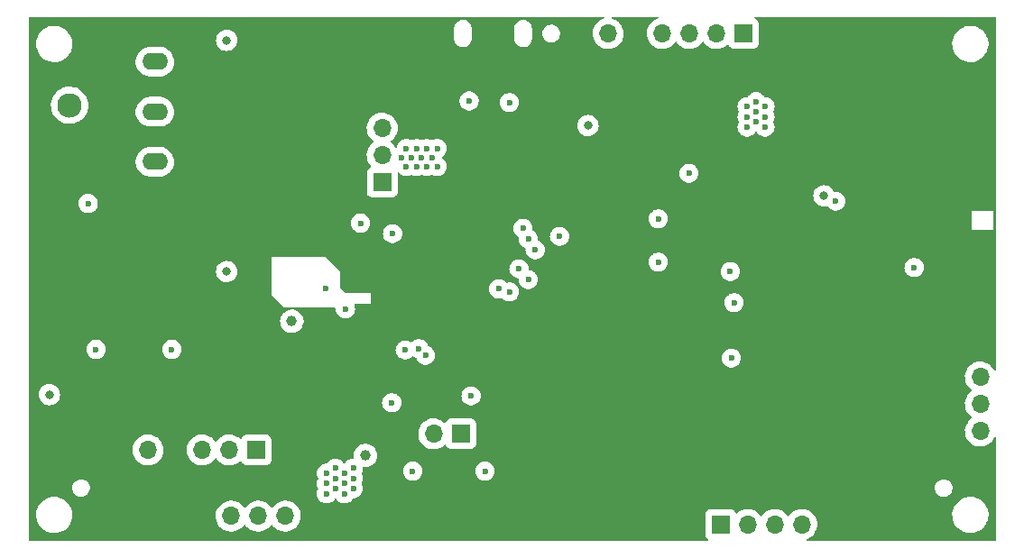
<source format=gbr>
%TF.GenerationSoftware,KiCad,Pcbnew,(6.0.0)*%
%TF.CreationDate,2023-11-18T00:08:50-03:00*%
%TF.ProjectId,LevelSensor_v2.0,4c657665-6c53-4656-9e73-6f725f76322e,rev?*%
%TF.SameCoordinates,Original*%
%TF.FileFunction,Copper,L2,Inr*%
%TF.FilePolarity,Positive*%
%FSLAX46Y46*%
G04 Gerber Fmt 4.6, Leading zero omitted, Abs format (unit mm)*
G04 Created by KiCad (PCBNEW (6.0.0)) date 2023-11-18 00:08:50*
%MOMM*%
%LPD*%
G01*
G04 APERTURE LIST*
%TA.AperFunction,ComponentPad*%
%ADD10C,2.300000*%
%TD*%
%TA.AperFunction,ComponentPad*%
%ADD11R,1.700000X1.700000*%
%TD*%
%TA.AperFunction,ComponentPad*%
%ADD12O,1.700000X1.700000*%
%TD*%
%TA.AperFunction,ComponentPad*%
%ADD13O,2.400000X1.600000*%
%TD*%
%TA.AperFunction,ViaPad*%
%ADD14C,0.600000*%
%TD*%
%TA.AperFunction,ViaPad*%
%ADD15C,0.800000*%
%TD*%
%TA.AperFunction,ViaPad*%
%ADD16C,1.000000*%
%TD*%
G04 APERTURE END LIST*
D10*
%TO.N,+BATT*%
%TO.C,J2*%
X125603000Y-65405000D03*
%TO.N,GND*%
X125603000Y-70405000D03*
%TD*%
D11*
%TO.N,VCC*%
%TO.C,J4*%
X186690000Y-104775000D03*
D12*
X189230000Y-104775000D03*
X191770000Y-104775000D03*
X194310000Y-104775000D03*
%TD*%
D11*
%TO.N,GND*%
%TO.C,J13*%
X211074000Y-98552000D03*
D12*
%TO.N,NB_USB_VBUS*%
X211074000Y-96012000D03*
%TO.N,NB_USB_D+*%
X211074000Y-93472000D03*
%TO.N,NB_USB_D-*%
X211074000Y-90932000D03*
%TD*%
D11*
%TO.N,GND*%
%TO.C,J10*%
X138224260Y-103987600D03*
D12*
%TO.N,US_ECHO*%
X140764260Y-103987600D03*
%TO.N,US_TRIG*%
X143304260Y-103987600D03*
%TO.N,VDD*%
X145844260Y-103987600D03*
%TD*%
D11*
%TO.N,VOUT_BOOST*%
%TO.C,J7*%
X154936000Y-72644000D03*
D12*
%TO.N,VCC*%
X154936000Y-70104000D03*
%TO.N,VOUT_USB*%
X154936000Y-67564000D03*
%TD*%
D13*
%TO.N,VIN_BATT*%
%TO.C,SW1*%
X133604000Y-61315600D03*
%TO.N,+BATT*%
X133604000Y-66015600D03*
%TO.N,unconnected-(SW1-Pad3)*%
X133604000Y-70715600D03*
%TD*%
D11*
%TO.N,VDD*%
%TO.C,J15*%
X143129000Y-97790000D03*
D12*
%TO.N,NB_MOD_uRX*%
X140589000Y-97790000D03*
%TO.N,NB_MOD_uTX*%
X138049000Y-97790000D03*
%TO.N,GND*%
X135509000Y-97790000D03*
%TO.N,NB_MOD_RST*%
X132969000Y-97790000D03*
%TD*%
D11*
%TO.N,GND*%
%TO.C,J1*%
X197993000Y-104775000D03*
D12*
X200533000Y-104775000D03*
X203073000Y-104775000D03*
X205613000Y-104775000D03*
%TD*%
D11*
%TO.N,VCC*%
%TO.C,J9*%
X188849000Y-58674000D03*
D12*
%TO.N,SYS_SWDIO*%
X186309000Y-58674000D03*
%TO.N,SYS_SWCLK*%
X183769000Y-58674000D03*
%TO.N,SYS_SWO*%
X181229000Y-58674000D03*
%TO.N,GND*%
X178689000Y-58674000D03*
%TO.N,EXT_TRIG*%
X176149000Y-58674000D03*
%TO.N,GND*%
X173609000Y-58674000D03*
%TD*%
D11*
%TO.N,I2C_SDA*%
%TO.C,J11*%
X162311000Y-96266000D03*
D12*
%TO.N,I2C_SCL*%
X159771000Y-96266000D03*
%TD*%
D14*
%TO.N,GND*%
X200761600Y-88138000D03*
X204190600Y-88773000D03*
X201904600Y-93599000D03*
X203174600Y-84328000D03*
X197205600Y-79502000D03*
X204470000Y-97942400D03*
X193903600Y-82804000D03*
X201396600Y-75311000D03*
X203809600Y-84963000D03*
X194411600Y-86233000D03*
X197840600Y-78867000D03*
X193268600Y-82169000D03*
X197713600Y-82931000D03*
X201904600Y-80010000D03*
X200761600Y-86868000D03*
X200761600Y-75946000D03*
X201396600Y-87503000D03*
D15*
X193141600Y-75184000D03*
D14*
X204444600Y-84328000D03*
X204825600Y-89408000D03*
X201904600Y-92329000D03*
X197205600Y-78232000D03*
X202539600Y-92964000D03*
X194411600Y-87503000D03*
X192633600Y-82804000D03*
X205105000Y-98577400D03*
X204825600Y-88138000D03*
X205460600Y-88773000D03*
X201904600Y-78740000D03*
X200126600Y-87503000D03*
X198983600Y-82931000D03*
X201269600Y-79375000D03*
X196570600Y-78867000D03*
X193776600Y-86868000D03*
X200761600Y-74676000D03*
X203809600Y-83693000D03*
X202539600Y-79375000D03*
X193268600Y-83439000D03*
X205105000Y-97307400D03*
X198348600Y-82296000D03*
X200126600Y-75311000D03*
X198348600Y-83566000D03*
X205740000Y-97942400D03*
X201269600Y-92964000D03*
X195046600Y-86868000D03*
X157683200Y-86817200D03*
X157683200Y-82677000D03*
X160477200Y-81178400D03*
X159613600Y-84785200D03*
X157048200Y-86182200D03*
X162458400Y-81178400D03*
X160248600Y-84150200D03*
X157683200Y-85547200D03*
X160883600Y-84785200D03*
X162458400Y-85140800D03*
X157683200Y-83947000D03*
X158318200Y-83312000D03*
X160248600Y-85420200D03*
X158496000Y-81178400D03*
X162458400Y-87122000D03*
X158318200Y-86182200D03*
X162458400Y-89001600D03*
X162458400Y-83159600D03*
X157048200Y-83312000D03*
X160578800Y-89001600D03*
%TO.N,USB_D-*%
X166878000Y-82931000D03*
X166878000Y-65151000D03*
%TO.N,USB_D+*%
X165862000Y-82650607D03*
X163093400Y-64998600D03*
%TO.N,SYS_SWDIO*%
X168656000Y-81788000D03*
%TO.N,SYS_SWCLK*%
X169291000Y-78994000D03*
%TO.N,SYS_SWO*%
X168656000Y-77978000D03*
%TO.N,EXT_TRIG*%
X168148000Y-76962000D03*
%TO.N,/Microcontrolador/STM_NRST*%
X151485600Y-84531200D03*
X135192000Y-88341200D03*
%TO.N,NB_MOD_uTX*%
X158369000Y-88265000D03*
%TO.N,NB_MOD_RST*%
X157099000Y-88392000D03*
%TO.N,NB_MOD_uRX*%
X159004000Y-88900000D03*
%TO.N,GND*%
X196088000Y-58547000D03*
X160147000Y-58089800D03*
X128270000Y-72390000D03*
X162433000Y-62865000D03*
X142113000Y-77216000D03*
X142544800Y-71907400D03*
X149656800Y-82600800D03*
X168783000Y-98806000D03*
X184785000Y-87757000D03*
X133197600Y-94488000D03*
X211328000Y-73558400D03*
X132562600Y-93853000D03*
X143433800Y-92837000D03*
X205308200Y-61391800D03*
X123063000Y-67691000D03*
X150368000Y-67919600D03*
X209804000Y-64008000D03*
X212140800Y-73558400D03*
X170434000Y-62738000D03*
D15*
X137210800Y-95707200D03*
D14*
X178308000Y-81407000D03*
D15*
X175006000Y-98679000D03*
D14*
X200533000Y-59182000D03*
X161798000Y-62230000D03*
X185420000Y-82423000D03*
X188976000Y-79121000D03*
X138684000Y-76835000D03*
X167005000Y-92938600D03*
X210693000Y-81534000D03*
X127635000Y-71755000D03*
X211328000Y-80899000D03*
X205943200Y-62026800D03*
X207264000Y-73558400D03*
X169799000Y-62103000D03*
X138049000Y-76200000D03*
X128524000Y-59944000D03*
D15*
X199644000Y-68935600D03*
D14*
X192913000Y-57912000D03*
X132562600Y-95123000D03*
X172466000Y-89662000D03*
D15*
X143764000Y-80619600D03*
X175006000Y-96012000D03*
D14*
X135446000Y-81280000D03*
X149098000Y-67919600D03*
X134811000Y-81915000D03*
X210515200Y-73558400D03*
X160147000Y-59359800D03*
D15*
X165989000Y-105283000D03*
D14*
X123063000Y-68961000D03*
X210515200Y-78994000D03*
X123063000Y-72390000D03*
X122428000Y-68326000D03*
X131927600Y-94488000D03*
D15*
X162306000Y-75692000D03*
D14*
X188722000Y-87757000D03*
X128270000Y-71120000D03*
X151587200Y-80162400D03*
X142798800Y-92202000D03*
X143510000Y-71907400D03*
X142544800Y-73583800D03*
X147066000Y-98958400D03*
X147066000Y-60960000D03*
D15*
X148844000Y-105308400D03*
D14*
X211328000Y-78994000D03*
X161163000Y-62865000D03*
X187960000Y-76200000D03*
X200533000Y-57912000D03*
X167640000Y-92303600D03*
X138049000Y-77470000D03*
X122428000Y-71755000D03*
D15*
X188849000Y-98679000D03*
X173228000Y-82423000D03*
D14*
X153212800Y-104952800D03*
X196723000Y-57912000D03*
X143510000Y-73583800D03*
X170434000Y-61468000D03*
X147701000Y-60325000D03*
X171196000Y-89662000D03*
D15*
X208153000Y-69646800D03*
D14*
X186690000Y-92710000D03*
X208076800Y-73558400D03*
D15*
X178055000Y-77497000D03*
D14*
X181229000Y-71374000D03*
X142062200Y-72745600D03*
X204673200Y-62026800D03*
X186055000Y-92075000D03*
X192913000Y-59182000D03*
X134176000Y-81280000D03*
X149733000Y-67284600D03*
X149352000Y-85445600D03*
X157022800Y-102209600D03*
D15*
X137541000Y-79756000D03*
D14*
X132207000Y-102743000D03*
X156514800Y-100126800D03*
X209393000Y-74523600D03*
X149733000Y-68554600D03*
X206451200Y-73558400D03*
X123063000Y-71120000D03*
X201168000Y-58547000D03*
X210439000Y-64643000D03*
X131572000Y-103378000D03*
X167005000Y-91668600D03*
X171069000Y-62103000D03*
X171831000Y-89027000D03*
X137414000Y-76835000D03*
X209393000Y-77927200D03*
X168783000Y-101219000D03*
X129159000Y-59309000D03*
X171831000Y-90297000D03*
X192278000Y-58547000D03*
X185420000Y-92710000D03*
X131572000Y-102108000D03*
D15*
X138049000Y-64770000D03*
D14*
X138430000Y-85979000D03*
X141579600Y-71907400D03*
D15*
X126492000Y-91236800D03*
D14*
X141579600Y-73583800D03*
D15*
X208153000Y-66548000D03*
D14*
X161798000Y-63500000D03*
X186055000Y-93345000D03*
X128905000Y-71755000D03*
D15*
X138049000Y-68834000D03*
D14*
X208076800Y-78994000D03*
X160782000Y-58724800D03*
X143433800Y-91567000D03*
X178308000Y-82677000D03*
X142748000Y-76581000D03*
X147701000Y-61595000D03*
X123698000Y-71755000D03*
X211328000Y-82169000D03*
X185801000Y-78105000D03*
D15*
X145592800Y-78994000D03*
X195834000Y-69723000D03*
D14*
X123698000Y-68326000D03*
X165201600Y-62941200D03*
X196723000Y-59182000D03*
X151282400Y-76301600D03*
X197358000Y-58547000D03*
D15*
X138023600Y-72898000D03*
D14*
X130937000Y-102743000D03*
X178943000Y-82042000D03*
D15*
X164490400Y-80213200D03*
D14*
X199898000Y-58547000D03*
X127889000Y-59309000D03*
D15*
X136525000Y-90805000D03*
X188849000Y-96012000D03*
D14*
X208889600Y-78994000D03*
D15*
X163118800Y-102565200D03*
D14*
X159512000Y-58724800D03*
D15*
X188849000Y-101219000D03*
D14*
X142748000Y-77851000D03*
X177673000Y-82042000D03*
X164998400Y-65125600D03*
X128524000Y-58674000D03*
X205308200Y-62661800D03*
X210439000Y-63373000D03*
X155346400Y-95504000D03*
X208889600Y-73558400D03*
X190246000Y-72771000D03*
X157022800Y-101142800D03*
X193548000Y-58547000D03*
X211963000Y-81534000D03*
X211074000Y-64008000D03*
X179959000Y-87757000D03*
X209702400Y-73558400D03*
X148336000Y-60960000D03*
X150774400Y-85445600D03*
X209702400Y-78994000D03*
D15*
X175006000Y-101219000D03*
D14*
X143027400Y-72745600D03*
X166370000Y-92303600D03*
D15*
X199644000Y-70307200D03*
D14*
X144068800Y-92202000D03*
X134811000Y-80645000D03*
X143383000Y-77216000D03*
X212140800Y-78994000D03*
%TO.N,VCC*%
X149707600Y-99974400D03*
X190017400Y-65049400D03*
X171577000Y-77724000D03*
X157679200Y-70307200D03*
X150545800Y-99491800D03*
X151384000Y-100939600D03*
X149707600Y-101904800D03*
X160092200Y-69469000D03*
X190855600Y-66497200D03*
X128080000Y-88341200D03*
X149707600Y-100939600D03*
X156714000Y-70307200D03*
X159127000Y-69469000D03*
X159127000Y-71145400D03*
D15*
X123698000Y-92583000D03*
D14*
X152222200Y-99491800D03*
X189179200Y-65532000D03*
D15*
X174244000Y-67310000D03*
D14*
X180848000Y-80137000D03*
D16*
X146456400Y-85699600D03*
D14*
X127343400Y-74625200D03*
X167767000Y-80772000D03*
X157784800Y-99771200D03*
X163271200Y-92710000D03*
X164592000Y-99771200D03*
X157196600Y-71145400D03*
X152908000Y-76479400D03*
X150545800Y-100457000D03*
X155905200Y-77470000D03*
X158161800Y-69469000D03*
X159609600Y-70307200D03*
X152222200Y-100457000D03*
X155829000Y-93345000D03*
X152222200Y-101422200D03*
X190855600Y-65532000D03*
X190855600Y-67462400D03*
X151384000Y-99974400D03*
X150545800Y-101422200D03*
X151384000Y-101904800D03*
X189179200Y-66497200D03*
X190017400Y-66014600D03*
X157196600Y-69469000D03*
X158644400Y-70307200D03*
X160092200Y-71145400D03*
D16*
X153365200Y-98298000D03*
D14*
X189179200Y-67462400D03*
X158161800Y-71145400D03*
X190017400Y-66979800D03*
X180849000Y-76073000D03*
%TO.N,NBIOT_VDD_EXT*%
X183727700Y-71797900D03*
X187605400Y-81027600D03*
D15*
X196392800Y-73914000D03*
D14*
%TO.N,NB_RESET*%
X187708600Y-89154000D03*
X204851000Y-80645000D03*
%TO.N,NB_PWRKEY*%
X187960000Y-83947000D03*
X197485000Y-74422000D03*
D15*
%TO.N,VIN_BATT_D*%
X140335000Y-81026000D03*
X140335000Y-59309000D03*
%TD*%
%TA.AperFunction,Conductor*%
%TO.N,GND*%
G36*
X175832648Y-57132313D02*
G01*
X175857958Y-57176150D01*
X175849168Y-57226000D01*
X175808072Y-57259338D01*
X175587866Y-57331312D01*
X175587862Y-57331314D01*
X175584982Y-57332255D01*
X175438365Y-57408579D01*
X175403428Y-57426766D01*
X175373414Y-57442390D01*
X175182675Y-57585602D01*
X175017887Y-57758042D01*
X175016176Y-57760551D01*
X175016173Y-57760554D01*
X174958928Y-57844472D01*
X174883475Y-57955082D01*
X174783051Y-58171428D01*
X174719309Y-58401272D01*
X174693963Y-58638440D01*
X174694138Y-58641475D01*
X174699863Y-58740749D01*
X174707694Y-58876562D01*
X174708358Y-58879509D01*
X174708359Y-58879515D01*
X174758854Y-59103577D01*
X174760131Y-59109245D01*
X174849867Y-59330239D01*
X174853806Y-59336667D01*
X174956621Y-59504444D01*
X174974493Y-59533609D01*
X174976482Y-59535905D01*
X174976484Y-59535908D01*
X175057331Y-59629240D01*
X175130660Y-59713894D01*
X175314176Y-59866252D01*
X175316794Y-59867782D01*
X175316800Y-59867786D01*
X175517486Y-59985057D01*
X175517491Y-59985059D01*
X175520112Y-59986591D01*
X175529804Y-59990292D01*
X175740092Y-60070594D01*
X175740096Y-60070595D01*
X175742937Y-60071680D01*
X175745921Y-60072287D01*
X175745924Y-60072288D01*
X175853283Y-60094130D01*
X175976666Y-60119233D01*
X176067615Y-60122568D01*
X176211985Y-60127862D01*
X176211991Y-60127862D01*
X176215025Y-60127973D01*
X176218037Y-60127587D01*
X176218041Y-60127587D01*
X176448596Y-60098051D01*
X176451609Y-60097665D01*
X176680068Y-60029125D01*
X176682792Y-60027791D01*
X176682796Y-60027789D01*
X176891537Y-59925527D01*
X176894264Y-59924191D01*
X177088445Y-59785683D01*
X177112404Y-59761808D01*
X177255242Y-59619468D01*
X177255245Y-59619465D01*
X177257397Y-59617320D01*
X177259167Y-59614857D01*
X177259172Y-59614851D01*
X177394810Y-59426089D01*
X177396582Y-59423623D01*
X177456927Y-59301524D01*
X177500915Y-59212523D01*
X177500916Y-59212520D01*
X177502263Y-59209795D01*
X177513136Y-59174009D01*
X177570718Y-58984480D01*
X177571600Y-58981577D01*
X177573110Y-58970112D01*
X177602476Y-58747053D01*
X177602476Y-58747048D01*
X177602733Y-58745099D01*
X177604471Y-58674000D01*
X177601548Y-58638440D01*
X177585176Y-58439312D01*
X177585176Y-58439311D01*
X177584927Y-58436284D01*
X177576972Y-58404611D01*
X177527560Y-58207894D01*
X177526821Y-58204952D01*
X177431712Y-57986216D01*
X177302155Y-57785951D01*
X177180246Y-57651975D01*
X177143672Y-57611781D01*
X177143671Y-57611780D01*
X177141629Y-57609536D01*
X177123025Y-57594843D01*
X177024852Y-57517311D01*
X176954445Y-57461707D01*
X176829553Y-57392763D01*
X176748293Y-57347905D01*
X176748288Y-57347903D01*
X176745631Y-57346436D01*
X176742765Y-57345421D01*
X176523664Y-57267833D01*
X176523660Y-57267832D01*
X176520794Y-57266817D01*
X176517799Y-57266283D01*
X176517797Y-57266283D01*
X176492927Y-57261853D01*
X176449134Y-57236467D01*
X176431904Y-57188871D01*
X176449300Y-57141335D01*
X176493182Y-57116102D01*
X176505904Y-57115000D01*
X180865082Y-57115000D01*
X180912648Y-57132313D01*
X180937958Y-57176150D01*
X180929168Y-57226000D01*
X180888072Y-57259338D01*
X180667866Y-57331312D01*
X180667862Y-57331314D01*
X180664982Y-57332255D01*
X180518365Y-57408579D01*
X180483428Y-57426766D01*
X180453414Y-57442390D01*
X180262675Y-57585602D01*
X180097887Y-57758042D01*
X180096176Y-57760551D01*
X180096173Y-57760554D01*
X180038928Y-57844472D01*
X179963475Y-57955082D01*
X179863051Y-58171428D01*
X179799309Y-58401272D01*
X179773963Y-58638440D01*
X179774138Y-58641475D01*
X179779863Y-58740749D01*
X179787694Y-58876562D01*
X179788358Y-58879509D01*
X179788359Y-58879515D01*
X179838854Y-59103577D01*
X179840131Y-59109245D01*
X179929867Y-59330239D01*
X179933806Y-59336667D01*
X180036621Y-59504444D01*
X180054493Y-59533609D01*
X180056482Y-59535905D01*
X180056484Y-59535908D01*
X180137331Y-59629240D01*
X180210660Y-59713894D01*
X180394176Y-59866252D01*
X180396794Y-59867782D01*
X180396800Y-59867786D01*
X180597486Y-59985057D01*
X180597491Y-59985059D01*
X180600112Y-59986591D01*
X180609804Y-59990292D01*
X180820092Y-60070594D01*
X180820096Y-60070595D01*
X180822937Y-60071680D01*
X180825921Y-60072287D01*
X180825924Y-60072288D01*
X180933283Y-60094130D01*
X181056666Y-60119233D01*
X181147615Y-60122568D01*
X181291985Y-60127862D01*
X181291991Y-60127862D01*
X181295025Y-60127973D01*
X181298037Y-60127587D01*
X181298041Y-60127587D01*
X181528596Y-60098051D01*
X181531609Y-60097665D01*
X181760068Y-60029125D01*
X181762792Y-60027791D01*
X181762796Y-60027789D01*
X181971537Y-59925527D01*
X181974264Y-59924191D01*
X182168445Y-59785683D01*
X182192404Y-59761808D01*
X182335242Y-59619468D01*
X182335245Y-59619465D01*
X182337397Y-59617320D01*
X182438851Y-59476131D01*
X182480666Y-59447607D01*
X182531035Y-59452634D01*
X182562039Y-59480649D01*
X182576621Y-59504444D01*
X182594493Y-59533609D01*
X182596482Y-59535905D01*
X182596484Y-59535908D01*
X182677331Y-59629240D01*
X182750660Y-59713894D01*
X182934176Y-59866252D01*
X182936794Y-59867782D01*
X182936800Y-59867786D01*
X183137486Y-59985057D01*
X183137491Y-59985059D01*
X183140112Y-59986591D01*
X183149804Y-59990292D01*
X183360092Y-60070594D01*
X183360096Y-60070595D01*
X183362937Y-60071680D01*
X183365921Y-60072287D01*
X183365924Y-60072288D01*
X183473283Y-60094130D01*
X183596666Y-60119233D01*
X183687615Y-60122568D01*
X183831985Y-60127862D01*
X183831991Y-60127862D01*
X183835025Y-60127973D01*
X183838037Y-60127587D01*
X183838041Y-60127587D01*
X184068596Y-60098051D01*
X184071609Y-60097665D01*
X184300068Y-60029125D01*
X184302792Y-60027791D01*
X184302796Y-60027789D01*
X184511537Y-59925527D01*
X184514264Y-59924191D01*
X184708445Y-59785683D01*
X184732404Y-59761808D01*
X184875242Y-59619468D01*
X184875245Y-59619465D01*
X184877397Y-59617320D01*
X184978851Y-59476131D01*
X185020666Y-59447607D01*
X185071035Y-59452634D01*
X185102039Y-59480649D01*
X185116621Y-59504444D01*
X185134493Y-59533609D01*
X185136482Y-59535905D01*
X185136484Y-59535908D01*
X185217331Y-59629240D01*
X185290660Y-59713894D01*
X185474176Y-59866252D01*
X185476794Y-59867782D01*
X185476800Y-59867786D01*
X185677486Y-59985057D01*
X185677491Y-59985059D01*
X185680112Y-59986591D01*
X185689804Y-59990292D01*
X185900092Y-60070594D01*
X185900096Y-60070595D01*
X185902937Y-60071680D01*
X185905921Y-60072287D01*
X185905924Y-60072288D01*
X186013283Y-60094130D01*
X186136666Y-60119233D01*
X186227615Y-60122568D01*
X186371985Y-60127862D01*
X186371991Y-60127862D01*
X186375025Y-60127973D01*
X186378037Y-60127587D01*
X186378041Y-60127587D01*
X186608596Y-60098051D01*
X186611609Y-60097665D01*
X186840068Y-60029125D01*
X186842792Y-60027791D01*
X186842796Y-60027789D01*
X187051537Y-59925527D01*
X187054264Y-59924191D01*
X187248445Y-59785683D01*
X187274663Y-59759557D01*
X187318061Y-59716310D01*
X187363974Y-59694997D01*
X187412846Y-59708184D01*
X187438662Y-59740408D01*
X187474464Y-59826841D01*
X187477414Y-59830685D01*
X187477416Y-59830689D01*
X187566739Y-59947096D01*
X187570718Y-59952282D01*
X187574569Y-59955237D01*
X187692311Y-60045584D01*
X187692315Y-60045586D01*
X187696159Y-60048536D01*
X187842238Y-60109044D01*
X187847040Y-60109676D01*
X187847043Y-60109677D01*
X187933302Y-60121033D01*
X187959639Y-60124500D01*
X188848816Y-60124500D01*
X189738360Y-60124499D01*
X189740767Y-60124182D01*
X189740769Y-60124182D01*
X189777519Y-60119344D01*
X189855762Y-60109044D01*
X190001841Y-60048536D01*
X190005685Y-60045586D01*
X190005689Y-60045584D01*
X190123431Y-59955237D01*
X190127282Y-59952282D01*
X190131261Y-59947096D01*
X190220584Y-59830689D01*
X190220586Y-59830685D01*
X190223536Y-59826841D01*
X190284044Y-59680762D01*
X190291029Y-59627709D01*
X190299183Y-59565768D01*
X190299500Y-59563361D01*
X190299500Y-59552481D01*
X208428493Y-59552481D01*
X208428559Y-59555293D01*
X208428559Y-59555298D01*
X208428692Y-59560933D01*
X208434589Y-59811130D01*
X208454857Y-59925491D01*
X208476993Y-60050391D01*
X208479738Y-60065882D01*
X208480639Y-60068536D01*
X208558894Y-60299068D01*
X208562901Y-60310873D01*
X208564197Y-60313367D01*
X208564197Y-60313368D01*
X208644850Y-60468630D01*
X208682165Y-60540465D01*
X208683818Y-60542727D01*
X208683820Y-60542731D01*
X208789256Y-60687055D01*
X208834785Y-60749376D01*
X208836764Y-60751365D01*
X208963602Y-60878869D01*
X209017249Y-60932798D01*
X209225358Y-61086510D01*
X209227852Y-61087822D01*
X209451830Y-61205663D01*
X209451837Y-61205666D01*
X209454323Y-61206974D01*
X209698875Y-61291419D01*
X209701636Y-61291923D01*
X209701639Y-61291924D01*
X209805886Y-61310963D01*
X209953386Y-61337901D01*
X209955748Y-61338025D01*
X209955750Y-61338025D01*
X210035218Y-61342190D01*
X210035232Y-61342190D01*
X210036179Y-61342240D01*
X210197442Y-61342240D01*
X210268907Y-61336804D01*
X210386842Y-61327833D01*
X210386848Y-61327832D01*
X210389636Y-61327620D01*
X210641675Y-61269201D01*
X210644282Y-61268161D01*
X210644288Y-61268159D01*
X210879370Y-61174371D01*
X210879376Y-61174368D01*
X210881978Y-61173330D01*
X210884397Y-61171908D01*
X210884401Y-61171906D01*
X211102589Y-61043639D01*
X211102593Y-61043636D01*
X211105014Y-61042213D01*
X211305651Y-60878869D01*
X211479273Y-60687055D01*
X211480823Y-60684709D01*
X211480826Y-60684705D01*
X211620327Y-60473541D01*
X211620328Y-60473540D01*
X211621882Y-60471187D01*
X211694419Y-60313843D01*
X211729024Y-60238778D01*
X211729025Y-60238776D01*
X211730198Y-60236231D01*
X211732425Y-60228492D01*
X211800952Y-59990292D01*
X211801728Y-59987595D01*
X211834827Y-59730999D01*
X211834519Y-59717909D01*
X211830649Y-59553723D01*
X211828731Y-59472350D01*
X211796656Y-59291365D01*
X211784071Y-59220355D01*
X211784070Y-59220350D01*
X211783582Y-59217598D01*
X211748323Y-59113728D01*
X211701324Y-58975272D01*
X211701322Y-58975268D01*
X211700419Y-58972607D01*
X211648955Y-58873535D01*
X211582448Y-58745504D01*
X211582448Y-58745503D01*
X211581155Y-58743015D01*
X211577669Y-58738242D01*
X211430192Y-58536372D01*
X211430191Y-58536371D01*
X211428535Y-58534104D01*
X211328297Y-58433340D01*
X211248053Y-58352674D01*
X211248050Y-58352672D01*
X211246071Y-58350682D01*
X211037962Y-58196970D01*
X210925257Y-58137673D01*
X210811490Y-58077817D01*
X210811483Y-58077814D01*
X210808997Y-58076506D01*
X210564445Y-57992061D01*
X210561684Y-57991557D01*
X210561681Y-57991556D01*
X210457434Y-57972517D01*
X210309934Y-57945579D01*
X210307572Y-57945455D01*
X210307570Y-57945455D01*
X210228102Y-57941290D01*
X210228088Y-57941290D01*
X210227141Y-57941240D01*
X210065878Y-57941240D01*
X209994413Y-57946676D01*
X209876478Y-57955647D01*
X209876472Y-57955648D01*
X209873684Y-57955860D01*
X209621645Y-58014279D01*
X209619038Y-58015319D01*
X209619032Y-58015321D01*
X209383950Y-58109109D01*
X209383944Y-58109112D01*
X209381342Y-58110150D01*
X209378923Y-58111572D01*
X209378919Y-58111574D01*
X209160731Y-58239841D01*
X209160727Y-58239844D01*
X209158306Y-58241267D01*
X208957669Y-58404611D01*
X208784047Y-58596425D01*
X208782497Y-58598771D01*
X208782494Y-58598775D01*
X208644562Y-58807564D01*
X208641438Y-58812293D01*
X208640260Y-58814848D01*
X208640259Y-58814850D01*
X208567532Y-58972607D01*
X208533122Y-59047249D01*
X208532348Y-59049940D01*
X208532346Y-59049945D01*
X208496654Y-59174009D01*
X208461592Y-59295885D01*
X208428493Y-59552481D01*
X190299500Y-59552481D01*
X190299499Y-57784640D01*
X190284044Y-57667238D01*
X190223536Y-57521159D01*
X190220586Y-57517315D01*
X190220584Y-57517311D01*
X190130237Y-57399569D01*
X190127282Y-57395718D01*
X190064971Y-57347905D01*
X190005689Y-57302416D01*
X190005685Y-57302414D01*
X190001841Y-57299464D01*
X189900210Y-57257367D01*
X189862890Y-57223169D01*
X189856283Y-57172983D01*
X189883481Y-57130292D01*
X189928529Y-57115000D01*
X212457400Y-57115000D01*
X212504966Y-57132313D01*
X212530276Y-57176150D01*
X212531400Y-57189000D01*
X212531400Y-90290204D01*
X212514087Y-90337770D01*
X212470250Y-90363080D01*
X212420400Y-90354290D01*
X212389538Y-90319711D01*
X212357927Y-90247011D01*
X212356712Y-90244216D01*
X212227155Y-90043951D01*
X212066629Y-89867536D01*
X212018046Y-89829167D01*
X211881829Y-89721590D01*
X211879445Y-89719707D01*
X211786954Y-89668649D01*
X211673293Y-89605905D01*
X211673288Y-89605903D01*
X211670631Y-89604436D01*
X211667765Y-89603421D01*
X211448664Y-89525833D01*
X211448660Y-89525832D01*
X211445794Y-89524817D01*
X211442799Y-89524283D01*
X211442797Y-89524283D01*
X211328383Y-89503903D01*
X211210972Y-89482988D01*
X211052027Y-89481046D01*
X210975508Y-89480111D01*
X210975507Y-89480111D01*
X210972471Y-89480074D01*
X210736698Y-89516153D01*
X210733818Y-89517094D01*
X210733815Y-89517095D01*
X210512866Y-89589312D01*
X210512862Y-89589314D01*
X210509982Y-89590255D01*
X210333987Y-89681872D01*
X210320112Y-89689095D01*
X210298414Y-89700390D01*
X210219600Y-89759566D01*
X210133772Y-89824008D01*
X210107675Y-89843602D01*
X209942887Y-90016042D01*
X209941176Y-90018551D01*
X209941173Y-90018554D01*
X209836469Y-90172044D01*
X209808475Y-90213082D01*
X209708051Y-90429428D01*
X209644309Y-90659272D01*
X209618963Y-90896440D01*
X209619138Y-90899475D01*
X209621014Y-90932000D01*
X209632694Y-91134562D01*
X209685131Y-91367245D01*
X209774867Y-91588239D01*
X209776453Y-91590827D01*
X209875127Y-91751847D01*
X209899493Y-91791609D01*
X209901482Y-91793905D01*
X209901484Y-91793908D01*
X209971383Y-91874602D01*
X210055660Y-91971894D01*
X210239176Y-92124252D01*
X210263309Y-92138354D01*
X210295642Y-92177301D01*
X210295376Y-92227919D01*
X210270406Y-92261419D01*
X210107675Y-92383602D01*
X209942887Y-92556042D01*
X209941176Y-92558551D01*
X209941173Y-92558554D01*
X209840492Y-92706147D01*
X209808475Y-92753082D01*
X209807196Y-92755837D01*
X209807195Y-92755839D01*
X209803183Y-92764483D01*
X209708051Y-92969428D01*
X209644309Y-93199272D01*
X209618963Y-93436440D01*
X209619138Y-93439475D01*
X209627685Y-93587692D01*
X209632694Y-93674562D01*
X209633358Y-93677509D01*
X209633359Y-93677515D01*
X209684464Y-93904286D01*
X209685131Y-93907245D01*
X209774867Y-94128239D01*
X209776453Y-94130827D01*
X209846231Y-94244693D01*
X209899493Y-94331609D01*
X209901482Y-94333905D01*
X209901484Y-94333908D01*
X209972005Y-94415320D01*
X210055660Y-94511894D01*
X210239176Y-94664252D01*
X210263309Y-94678354D01*
X210295642Y-94717301D01*
X210295376Y-94767919D01*
X210270406Y-94801419D01*
X210107675Y-94923602D01*
X209942887Y-95096042D01*
X209941176Y-95098551D01*
X209941173Y-95098554D01*
X209874232Y-95196686D01*
X209808475Y-95293082D01*
X209708051Y-95509428D01*
X209644309Y-95739272D01*
X209618963Y-95976440D01*
X209619138Y-95979475D01*
X209621014Y-96012000D01*
X209632694Y-96214562D01*
X209633358Y-96217509D01*
X209633359Y-96217515D01*
X209677551Y-96413609D01*
X209685131Y-96447245D01*
X209774867Y-96668239D01*
X209776453Y-96670827D01*
X209880535Y-96840672D01*
X209899493Y-96871609D01*
X209901482Y-96873905D01*
X209901484Y-96873908D01*
X209972005Y-96955320D01*
X210055660Y-97051894D01*
X210057992Y-97053830D01*
X210057993Y-97053831D01*
X210078772Y-97071082D01*
X210239176Y-97204252D01*
X210241794Y-97205782D01*
X210241800Y-97205786D01*
X210442486Y-97323057D01*
X210442491Y-97323059D01*
X210445112Y-97324591D01*
X210447951Y-97325675D01*
X210665092Y-97408594D01*
X210665096Y-97408595D01*
X210667937Y-97409680D01*
X210670921Y-97410287D01*
X210670924Y-97410288D01*
X210778283Y-97432130D01*
X210901666Y-97457233D01*
X210992615Y-97460568D01*
X211136985Y-97465862D01*
X211136991Y-97465862D01*
X211140025Y-97465973D01*
X211143037Y-97465587D01*
X211143041Y-97465587D01*
X211373596Y-97436051D01*
X211376609Y-97435665D01*
X211605068Y-97367125D01*
X211607792Y-97365791D01*
X211607796Y-97365789D01*
X211816537Y-97263527D01*
X211819264Y-97262191D01*
X212013445Y-97123683D01*
X212015597Y-97121539D01*
X212180242Y-96957468D01*
X212180245Y-96957465D01*
X212182397Y-96955320D01*
X212184167Y-96952857D01*
X212184172Y-96952851D01*
X212319810Y-96764089D01*
X212321582Y-96761623D01*
X212391060Y-96621046D01*
X212427656Y-96586074D01*
X212478170Y-96582807D01*
X212518965Y-96612775D01*
X212531400Y-96653833D01*
X212531400Y-106209200D01*
X212514087Y-106256766D01*
X212470250Y-106282076D01*
X212457400Y-106283200D01*
X194835013Y-106283200D01*
X194787447Y-106265887D01*
X194762137Y-106222050D01*
X194770927Y-106172200D01*
X194813749Y-106138321D01*
X194815469Y-106137805D01*
X194841068Y-106130125D01*
X194843792Y-106128791D01*
X194843796Y-106128789D01*
X195052537Y-106026527D01*
X195055264Y-106025191D01*
X195249445Y-105886683D01*
X195319351Y-105817021D01*
X195416242Y-105720468D01*
X195416245Y-105720465D01*
X195418397Y-105718320D01*
X195420167Y-105715857D01*
X195420172Y-105715851D01*
X195555810Y-105527089D01*
X195557582Y-105524623D01*
X195647482Y-105342725D01*
X195661915Y-105313523D01*
X195661916Y-105313520D01*
X195663263Y-105310795D01*
X195666156Y-105301275D01*
X195731718Y-105085480D01*
X195732600Y-105082577D01*
X195744943Y-104988828D01*
X195763476Y-104848053D01*
X195763476Y-104848048D01*
X195763733Y-104846099D01*
X195765471Y-104775000D01*
X195754688Y-104643839D01*
X195746176Y-104540312D01*
X195746176Y-104540311D01*
X195745927Y-104537284D01*
X195742439Y-104523395D01*
X195688560Y-104308894D01*
X195687821Y-104305952D01*
X195592712Y-104087216D01*
X195463155Y-103886951D01*
X195378759Y-103794201D01*
X208428493Y-103794201D01*
X208434589Y-104052850D01*
X208435626Y-104058699D01*
X208478952Y-104303166D01*
X208479738Y-104307602D01*
X208480639Y-104310256D01*
X208553916Y-104526123D01*
X208562901Y-104552593D01*
X208564197Y-104555087D01*
X208564197Y-104555088D01*
X208677415Y-104773040D01*
X208682165Y-104782185D01*
X208683818Y-104784447D01*
X208683820Y-104784451D01*
X208833128Y-104988828D01*
X208834785Y-104991096D01*
X208836764Y-104993085D01*
X208963602Y-105120589D01*
X209017249Y-105174518D01*
X209225358Y-105328230D01*
X209227852Y-105329542D01*
X209451830Y-105447383D01*
X209451837Y-105447386D01*
X209454323Y-105448694D01*
X209631514Y-105509879D01*
X209674213Y-105524623D01*
X209698875Y-105533139D01*
X209701636Y-105533643D01*
X209701639Y-105533644D01*
X209805886Y-105552683D01*
X209953386Y-105579621D01*
X209955748Y-105579745D01*
X209955750Y-105579745D01*
X210035218Y-105583910D01*
X210035232Y-105583910D01*
X210036179Y-105583960D01*
X210197442Y-105583960D01*
X210268907Y-105578524D01*
X210386842Y-105569553D01*
X210386848Y-105569552D01*
X210389636Y-105569340D01*
X210641675Y-105510921D01*
X210644282Y-105509881D01*
X210644288Y-105509879D01*
X210879370Y-105416091D01*
X210879376Y-105416088D01*
X210881978Y-105415050D01*
X210884397Y-105413628D01*
X210884401Y-105413626D01*
X211102589Y-105285359D01*
X211102593Y-105285356D01*
X211105014Y-105283933D01*
X211305651Y-105120589D01*
X211479273Y-104928775D01*
X211480823Y-104926429D01*
X211480826Y-104926425D01*
X211620327Y-104715261D01*
X211620328Y-104715260D01*
X211621882Y-104712907D01*
X211631707Y-104691596D01*
X211729024Y-104480498D01*
X211729025Y-104480496D01*
X211730198Y-104477951D01*
X211746052Y-104422845D01*
X211800952Y-104232012D01*
X211801728Y-104229315D01*
X211834827Y-103972719D01*
X211834412Y-103955075D01*
X211830686Y-103797018D01*
X211828731Y-103714070D01*
X211790893Y-103500569D01*
X211784071Y-103462075D01*
X211784070Y-103462070D01*
X211783582Y-103459318D01*
X211752340Y-103367283D01*
X211701324Y-103216992D01*
X211701322Y-103216988D01*
X211700419Y-103214327D01*
X211625157Y-103069442D01*
X211582448Y-102987224D01*
X211582448Y-102987223D01*
X211581155Y-102984735D01*
X211534779Y-102921253D01*
X211430192Y-102778092D01*
X211430191Y-102778091D01*
X211428535Y-102775824D01*
X211312342Y-102659021D01*
X211248053Y-102594394D01*
X211248050Y-102594392D01*
X211246071Y-102592402D01*
X211037962Y-102438690D01*
X210991447Y-102414218D01*
X210811490Y-102319537D01*
X210811483Y-102319534D01*
X210808997Y-102318226D01*
X210564445Y-102233781D01*
X210561684Y-102233277D01*
X210561681Y-102233276D01*
X210457434Y-102214237D01*
X210309934Y-102187299D01*
X210307572Y-102187175D01*
X210307570Y-102187175D01*
X210228102Y-102183010D01*
X210228088Y-102183010D01*
X210227141Y-102182960D01*
X210065878Y-102182960D01*
X210003014Y-102187742D01*
X209876478Y-102197367D01*
X209876472Y-102197368D01*
X209873684Y-102197580D01*
X209621645Y-102255999D01*
X209619038Y-102257039D01*
X209619032Y-102257041D01*
X209383950Y-102350829D01*
X209383944Y-102350832D01*
X209381342Y-102351870D01*
X209378923Y-102353292D01*
X209378919Y-102353294D01*
X209160731Y-102481561D01*
X209160727Y-102481564D01*
X209158306Y-102482987D01*
X208957669Y-102646331D01*
X208784047Y-102838145D01*
X208782497Y-102840491D01*
X208782494Y-102840495D01*
X208729143Y-102921253D01*
X208641438Y-103054013D01*
X208640260Y-103056568D01*
X208640259Y-103056570D01*
X208567532Y-103214327D01*
X208533122Y-103288969D01*
X208532348Y-103291660D01*
X208532346Y-103291665D01*
X208512931Y-103359153D01*
X208461592Y-103537605D01*
X208428493Y-103794201D01*
X195378759Y-103794201D01*
X195308407Y-103716886D01*
X195304672Y-103712781D01*
X195304671Y-103712780D01*
X195302629Y-103710536D01*
X195298931Y-103707615D01*
X195117829Y-103564590D01*
X195115445Y-103562707D01*
X194974729Y-103485028D01*
X194909293Y-103448905D01*
X194909288Y-103448903D01*
X194906631Y-103447436D01*
X194903765Y-103446421D01*
X194684664Y-103368833D01*
X194684660Y-103368832D01*
X194681794Y-103367817D01*
X194678799Y-103367283D01*
X194678797Y-103367283D01*
X194525386Y-103339956D01*
X194446972Y-103325988D01*
X194288027Y-103324046D01*
X194211508Y-103323111D01*
X194211507Y-103323111D01*
X194208471Y-103323074D01*
X193972698Y-103359153D01*
X193969818Y-103360094D01*
X193969815Y-103360095D01*
X193748866Y-103432312D01*
X193748862Y-103432314D01*
X193745982Y-103433255D01*
X193534414Y-103543390D01*
X193343675Y-103686602D01*
X193178887Y-103859042D01*
X193177176Y-103861551D01*
X193177173Y-103861554D01*
X193101130Y-103973029D01*
X193060023Y-104002567D01*
X193009547Y-103998772D01*
X192977867Y-103971523D01*
X192965263Y-103952040D01*
X192923155Y-103886951D01*
X192768407Y-103716886D01*
X192764672Y-103712781D01*
X192764671Y-103712780D01*
X192762629Y-103710536D01*
X192758931Y-103707615D01*
X192577829Y-103564590D01*
X192575445Y-103562707D01*
X192434729Y-103485028D01*
X192369293Y-103448905D01*
X192369288Y-103448903D01*
X192366631Y-103447436D01*
X192363765Y-103446421D01*
X192144664Y-103368833D01*
X192144660Y-103368832D01*
X192141794Y-103367817D01*
X192138799Y-103367283D01*
X192138797Y-103367283D01*
X191985386Y-103339956D01*
X191906972Y-103325988D01*
X191748027Y-103324046D01*
X191671508Y-103323111D01*
X191671507Y-103323111D01*
X191668471Y-103323074D01*
X191432698Y-103359153D01*
X191429818Y-103360094D01*
X191429815Y-103360095D01*
X191208866Y-103432312D01*
X191208862Y-103432314D01*
X191205982Y-103433255D01*
X190994414Y-103543390D01*
X190803675Y-103686602D01*
X190638887Y-103859042D01*
X190637176Y-103861551D01*
X190637173Y-103861554D01*
X190561130Y-103973029D01*
X190520023Y-104002567D01*
X190469547Y-103998772D01*
X190437867Y-103971523D01*
X190425263Y-103952040D01*
X190383155Y-103886951D01*
X190228407Y-103716886D01*
X190224672Y-103712781D01*
X190224671Y-103712780D01*
X190222629Y-103710536D01*
X190218931Y-103707615D01*
X190037829Y-103564590D01*
X190035445Y-103562707D01*
X189894729Y-103485028D01*
X189829293Y-103448905D01*
X189829288Y-103448903D01*
X189826631Y-103447436D01*
X189823765Y-103446421D01*
X189604664Y-103368833D01*
X189604660Y-103368832D01*
X189601794Y-103367817D01*
X189598799Y-103367283D01*
X189598797Y-103367283D01*
X189445386Y-103339956D01*
X189366972Y-103325988D01*
X189208027Y-103324046D01*
X189131508Y-103323111D01*
X189131507Y-103323111D01*
X189128471Y-103323074D01*
X188892698Y-103359153D01*
X188889818Y-103360094D01*
X188889815Y-103360095D01*
X188668866Y-103432312D01*
X188668862Y-103432314D01*
X188665982Y-103433255D01*
X188454414Y-103543390D01*
X188263675Y-103686602D01*
X188240803Y-103710536D01*
X188221799Y-103730422D01*
X188176420Y-103752849D01*
X188127241Y-103740860D01*
X188099933Y-103707615D01*
X188066391Y-103626638D01*
X188064536Y-103622159D01*
X188061586Y-103618315D01*
X188061584Y-103618311D01*
X187971237Y-103500569D01*
X187968282Y-103496718D01*
X187953047Y-103485028D01*
X187846689Y-103403416D01*
X187846685Y-103403414D01*
X187842841Y-103400464D01*
X187696762Y-103339956D01*
X187691960Y-103339324D01*
X187691957Y-103339323D01*
X187605698Y-103327967D01*
X187579361Y-103324500D01*
X186690184Y-103324500D01*
X185800640Y-103324501D01*
X185798233Y-103324818D01*
X185798231Y-103324818D01*
X185774702Y-103327915D01*
X185683238Y-103339956D01*
X185537159Y-103400464D01*
X185533315Y-103403414D01*
X185533311Y-103403416D01*
X185426953Y-103485028D01*
X185411718Y-103496718D01*
X185408763Y-103500569D01*
X185318416Y-103618311D01*
X185318414Y-103618315D01*
X185315464Y-103622159D01*
X185254956Y-103768238D01*
X185239500Y-103885639D01*
X185239501Y-105664360D01*
X185254956Y-105781762D01*
X185315464Y-105927841D01*
X185318414Y-105931685D01*
X185318416Y-105931689D01*
X185344217Y-105965313D01*
X185411718Y-106053282D01*
X185415569Y-106056237D01*
X185537159Y-106149536D01*
X185535877Y-106151206D01*
X185563303Y-106183888D01*
X185563305Y-106234507D01*
X185530770Y-106273284D01*
X185493767Y-106283200D01*
X121832000Y-106283200D01*
X121784434Y-106265887D01*
X121759124Y-106222050D01*
X121758000Y-106209200D01*
X121758000Y-103794201D01*
X122452033Y-103794201D01*
X122458129Y-104052850D01*
X122459166Y-104058699D01*
X122502492Y-104303166D01*
X122503278Y-104307602D01*
X122504179Y-104310256D01*
X122577456Y-104526123D01*
X122586441Y-104552593D01*
X122587737Y-104555087D01*
X122587737Y-104555088D01*
X122700955Y-104773040D01*
X122705705Y-104782185D01*
X122707358Y-104784447D01*
X122707360Y-104784451D01*
X122856668Y-104988828D01*
X122858325Y-104991096D01*
X122860304Y-104993085D01*
X122987142Y-105120589D01*
X123040789Y-105174518D01*
X123248898Y-105328230D01*
X123251392Y-105329542D01*
X123475370Y-105447383D01*
X123475377Y-105447386D01*
X123477863Y-105448694D01*
X123655054Y-105509879D01*
X123697753Y-105524623D01*
X123722415Y-105533139D01*
X123725176Y-105533643D01*
X123725179Y-105533644D01*
X123829426Y-105552683D01*
X123976926Y-105579621D01*
X123979288Y-105579745D01*
X123979290Y-105579745D01*
X124058758Y-105583910D01*
X124058772Y-105583910D01*
X124059719Y-105583960D01*
X124220982Y-105583960D01*
X124292447Y-105578524D01*
X124410382Y-105569553D01*
X124410388Y-105569552D01*
X124413176Y-105569340D01*
X124665215Y-105510921D01*
X124667822Y-105509881D01*
X124667828Y-105509879D01*
X124902910Y-105416091D01*
X124902916Y-105416088D01*
X124905518Y-105415050D01*
X124907937Y-105413628D01*
X124907941Y-105413626D01*
X125126129Y-105285359D01*
X125126133Y-105285356D01*
X125128554Y-105283933D01*
X125329191Y-105120589D01*
X125502813Y-104928775D01*
X125504363Y-104926429D01*
X125504366Y-104926425D01*
X125643867Y-104715261D01*
X125643868Y-104715260D01*
X125645422Y-104712907D01*
X125655247Y-104691596D01*
X125752564Y-104480498D01*
X125752565Y-104480496D01*
X125753738Y-104477951D01*
X125769592Y-104422845D01*
X125824492Y-104232012D01*
X125825268Y-104229315D01*
X125858367Y-103972719D01*
X125857952Y-103955075D01*
X125857880Y-103952040D01*
X139309223Y-103952040D01*
X139309398Y-103955075D01*
X139317018Y-104087216D01*
X139322954Y-104190162D01*
X139323618Y-104193109D01*
X139323619Y-104193115D01*
X139349048Y-104305952D01*
X139375391Y-104422845D01*
X139465127Y-104643839D01*
X139466713Y-104646427D01*
X139587866Y-104844129D01*
X139589753Y-104847209D01*
X139591742Y-104849505D01*
X139591744Y-104849508D01*
X139662265Y-104930920D01*
X139745920Y-105027494D01*
X139929436Y-105179852D01*
X139932054Y-105181382D01*
X139932060Y-105181386D01*
X140132746Y-105298657D01*
X140132751Y-105298659D01*
X140135372Y-105300191D01*
X140138211Y-105301275D01*
X140355352Y-105384194D01*
X140355356Y-105384195D01*
X140358197Y-105385280D01*
X140361181Y-105385887D01*
X140361184Y-105385888D01*
X140468543Y-105407730D01*
X140591926Y-105432833D01*
X140682875Y-105436168D01*
X140827245Y-105441462D01*
X140827251Y-105441462D01*
X140830285Y-105441573D01*
X140833297Y-105441187D01*
X140833301Y-105441187D01*
X141063856Y-105411651D01*
X141066869Y-105411265D01*
X141295328Y-105342725D01*
X141298052Y-105341391D01*
X141298056Y-105341389D01*
X141506797Y-105239127D01*
X141509524Y-105237791D01*
X141703705Y-105099283D01*
X141705857Y-105097139D01*
X141870502Y-104933068D01*
X141870505Y-104933065D01*
X141872657Y-104930920D01*
X141974111Y-104789731D01*
X142015926Y-104761207D01*
X142066295Y-104766234D01*
X142097299Y-104794249D01*
X142127866Y-104844129D01*
X142129753Y-104847209D01*
X142131742Y-104849505D01*
X142131744Y-104849508D01*
X142202265Y-104930920D01*
X142285920Y-105027494D01*
X142469436Y-105179852D01*
X142472054Y-105181382D01*
X142472060Y-105181386D01*
X142672746Y-105298657D01*
X142672751Y-105298659D01*
X142675372Y-105300191D01*
X142678211Y-105301275D01*
X142895352Y-105384194D01*
X142895356Y-105384195D01*
X142898197Y-105385280D01*
X142901181Y-105385887D01*
X142901184Y-105385888D01*
X143008543Y-105407730D01*
X143131926Y-105432833D01*
X143222875Y-105436168D01*
X143367245Y-105441462D01*
X143367251Y-105441462D01*
X143370285Y-105441573D01*
X143373297Y-105441187D01*
X143373301Y-105441187D01*
X143603856Y-105411651D01*
X143606869Y-105411265D01*
X143835328Y-105342725D01*
X143838052Y-105341391D01*
X143838056Y-105341389D01*
X144046797Y-105239127D01*
X144049524Y-105237791D01*
X144243705Y-105099283D01*
X144245857Y-105097139D01*
X144410502Y-104933068D01*
X144410505Y-104933065D01*
X144412657Y-104930920D01*
X144514111Y-104789731D01*
X144555926Y-104761207D01*
X144606295Y-104766234D01*
X144637299Y-104794249D01*
X144667866Y-104844129D01*
X144669753Y-104847209D01*
X144671742Y-104849505D01*
X144671744Y-104849508D01*
X144742265Y-104930920D01*
X144825920Y-105027494D01*
X145009436Y-105179852D01*
X145012054Y-105181382D01*
X145012060Y-105181386D01*
X145212746Y-105298657D01*
X145212751Y-105298659D01*
X145215372Y-105300191D01*
X145218211Y-105301275D01*
X145435352Y-105384194D01*
X145435356Y-105384195D01*
X145438197Y-105385280D01*
X145441181Y-105385887D01*
X145441184Y-105385888D01*
X145548543Y-105407730D01*
X145671926Y-105432833D01*
X145762875Y-105436168D01*
X145907245Y-105441462D01*
X145907251Y-105441462D01*
X145910285Y-105441573D01*
X145913297Y-105441187D01*
X145913301Y-105441187D01*
X146143856Y-105411651D01*
X146146869Y-105411265D01*
X146375328Y-105342725D01*
X146378052Y-105341391D01*
X146378056Y-105341389D01*
X146586797Y-105239127D01*
X146589524Y-105237791D01*
X146783705Y-105099283D01*
X146785857Y-105097139D01*
X146950502Y-104933068D01*
X146950505Y-104933065D01*
X146952657Y-104930920D01*
X146954427Y-104928457D01*
X146954432Y-104928451D01*
X147090070Y-104739689D01*
X147091842Y-104737223D01*
X147181859Y-104555088D01*
X147196175Y-104526123D01*
X147196176Y-104526120D01*
X147197523Y-104523395D01*
X147266860Y-104295177D01*
X147297993Y-104058699D01*
X147299731Y-103987600D01*
X147296808Y-103952040D01*
X147280436Y-103752912D01*
X147280436Y-103752911D01*
X147280187Y-103749884D01*
X147277921Y-103740860D01*
X147222820Y-103521494D01*
X147222081Y-103518552D01*
X147126972Y-103299816D01*
X146997415Y-103099551D01*
X146836889Y-102923136D01*
X146649705Y-102775307D01*
X146557214Y-102724249D01*
X146443553Y-102661505D01*
X146443548Y-102661503D01*
X146440891Y-102660036D01*
X146408066Y-102648412D01*
X146218924Y-102581433D01*
X146218920Y-102581432D01*
X146216054Y-102580417D01*
X146213059Y-102579883D01*
X146213057Y-102579883D01*
X146098643Y-102559503D01*
X145981232Y-102538588D01*
X145822287Y-102536646D01*
X145745768Y-102535711D01*
X145745767Y-102535711D01*
X145742731Y-102535674D01*
X145506958Y-102571753D01*
X145504078Y-102572694D01*
X145504075Y-102572695D01*
X145283126Y-102644912D01*
X145283122Y-102644914D01*
X145280242Y-102645855D01*
X145068674Y-102755990D01*
X144877935Y-102899202D01*
X144713147Y-103071642D01*
X144711436Y-103074151D01*
X144711433Y-103074154D01*
X144635390Y-103185629D01*
X144594283Y-103215167D01*
X144543807Y-103211372D01*
X144512127Y-103184123D01*
X144459063Y-103102099D01*
X144457415Y-103099551D01*
X144296889Y-102923136D01*
X144109705Y-102775307D01*
X144017214Y-102724249D01*
X143903553Y-102661505D01*
X143903548Y-102661503D01*
X143900891Y-102660036D01*
X143868066Y-102648412D01*
X143678924Y-102581433D01*
X143678920Y-102581432D01*
X143676054Y-102580417D01*
X143673059Y-102579883D01*
X143673057Y-102579883D01*
X143558643Y-102559503D01*
X143441232Y-102538588D01*
X143282287Y-102536646D01*
X143205768Y-102535711D01*
X143205767Y-102535711D01*
X143202731Y-102535674D01*
X142966958Y-102571753D01*
X142964078Y-102572694D01*
X142964075Y-102572695D01*
X142743126Y-102644912D01*
X142743122Y-102644914D01*
X142740242Y-102645855D01*
X142528674Y-102755990D01*
X142337935Y-102899202D01*
X142173147Y-103071642D01*
X142171436Y-103074151D01*
X142171433Y-103074154D01*
X142095390Y-103185629D01*
X142054283Y-103215167D01*
X142003807Y-103211372D01*
X141972127Y-103184123D01*
X141919063Y-103102099D01*
X141917415Y-103099551D01*
X141756889Y-102923136D01*
X141569705Y-102775307D01*
X141477214Y-102724249D01*
X141363553Y-102661505D01*
X141363548Y-102661503D01*
X141360891Y-102660036D01*
X141328066Y-102648412D01*
X141138924Y-102581433D01*
X141138920Y-102581432D01*
X141136054Y-102580417D01*
X141133059Y-102579883D01*
X141133057Y-102579883D01*
X141018643Y-102559503D01*
X140901232Y-102538588D01*
X140742287Y-102536646D01*
X140665768Y-102535711D01*
X140665767Y-102535711D01*
X140662731Y-102535674D01*
X140426958Y-102571753D01*
X140424078Y-102572694D01*
X140424075Y-102572695D01*
X140203126Y-102644912D01*
X140203122Y-102644914D01*
X140200242Y-102645855D01*
X139988674Y-102755990D01*
X139797935Y-102899202D01*
X139633147Y-103071642D01*
X139631436Y-103074151D01*
X139631433Y-103074154D01*
X139556417Y-103184123D01*
X139498735Y-103268682D01*
X139398311Y-103485028D01*
X139334569Y-103714872D01*
X139309223Y-103952040D01*
X125857880Y-103952040D01*
X125854226Y-103797018D01*
X125852271Y-103714070D01*
X125814433Y-103500569D01*
X125807611Y-103462075D01*
X125807610Y-103462070D01*
X125807122Y-103459318D01*
X125775880Y-103367283D01*
X125724864Y-103216992D01*
X125724862Y-103216988D01*
X125723959Y-103214327D01*
X125648697Y-103069442D01*
X125605988Y-102987224D01*
X125605988Y-102987223D01*
X125604695Y-102984735D01*
X125558319Y-102921253D01*
X125453732Y-102778092D01*
X125453731Y-102778091D01*
X125452075Y-102775824D01*
X125335882Y-102659021D01*
X125271593Y-102594394D01*
X125271590Y-102594392D01*
X125269611Y-102592402D01*
X125061502Y-102438690D01*
X125014987Y-102414218D01*
X124835030Y-102319537D01*
X124835023Y-102319534D01*
X124832537Y-102318226D01*
X124587985Y-102233781D01*
X124585224Y-102233277D01*
X124585221Y-102233276D01*
X124480974Y-102214237D01*
X124333474Y-102187299D01*
X124331112Y-102187175D01*
X124331110Y-102187175D01*
X124251642Y-102183010D01*
X124251628Y-102183010D01*
X124250681Y-102182960D01*
X124089418Y-102182960D01*
X124026554Y-102187742D01*
X123900018Y-102197367D01*
X123900012Y-102197368D01*
X123897224Y-102197580D01*
X123645185Y-102255999D01*
X123642578Y-102257039D01*
X123642572Y-102257041D01*
X123407490Y-102350829D01*
X123407484Y-102350832D01*
X123404882Y-102351870D01*
X123402463Y-102353292D01*
X123402459Y-102353294D01*
X123184271Y-102481561D01*
X123184267Y-102481564D01*
X123181846Y-102482987D01*
X122981209Y-102646331D01*
X122807587Y-102838145D01*
X122806037Y-102840491D01*
X122806034Y-102840495D01*
X122752683Y-102921253D01*
X122664978Y-103054013D01*
X122663800Y-103056568D01*
X122663799Y-103056570D01*
X122591072Y-103214327D01*
X122556662Y-103288969D01*
X122555888Y-103291660D01*
X122555886Y-103291665D01*
X122536471Y-103359153D01*
X122485132Y-103537605D01*
X122452033Y-103794201D01*
X121758000Y-103794201D01*
X121758000Y-101324767D01*
X125835706Y-101324767D01*
X125835915Y-101328759D01*
X125835915Y-101328763D01*
X125841485Y-101435050D01*
X125845149Y-101504964D01*
X125893068Y-101678930D01*
X125894935Y-101682472D01*
X125894937Y-101682476D01*
X125951883Y-101790484D01*
X125977224Y-101838548D01*
X126093694Y-101976371D01*
X126237042Y-102085969D01*
X126240670Y-102087661D01*
X126240672Y-102087662D01*
X126261485Y-102097367D01*
X126400580Y-102162228D01*
X126404487Y-102163101D01*
X126404489Y-102163102D01*
X126512785Y-102187309D01*
X126576679Y-102201591D01*
X126579707Y-102201760D01*
X126579712Y-102201761D01*
X126581197Y-102201844D01*
X126581212Y-102201844D01*
X126582206Y-102201900D01*
X126714877Y-102201900D01*
X126716873Y-102201683D01*
X126716876Y-102201683D01*
X126845204Y-102187742D01*
X126845205Y-102187742D01*
X126849189Y-102187309D01*
X126895966Y-102171567D01*
X127016410Y-102131034D01*
X127016414Y-102131032D01*
X127020209Y-102129755D01*
X127174880Y-102036819D01*
X127305987Y-101912837D01*
X127308831Y-101908653D01*
X127311449Y-101904800D01*
X148802140Y-101904800D01*
X148802545Y-101908653D01*
X148820926Y-102083537D01*
X148821926Y-102093056D01*
X148880421Y-102273084D01*
X148975067Y-102437016D01*
X148977658Y-102439893D01*
X148977659Y-102439895D01*
X149018057Y-102484761D01*
X149101729Y-102577688D01*
X149104866Y-102579967D01*
X149197482Y-102647256D01*
X149254870Y-102688951D01*
X149258412Y-102690528D01*
X149424252Y-102764366D01*
X149424255Y-102764367D01*
X149427797Y-102765944D01*
X149431589Y-102766750D01*
X149431592Y-102766751D01*
X149609157Y-102804493D01*
X149612954Y-102805300D01*
X149802246Y-102805300D01*
X149806043Y-102804493D01*
X149983608Y-102766751D01*
X149983611Y-102766750D01*
X149987403Y-102765944D01*
X149990945Y-102764367D01*
X149990948Y-102764366D01*
X150156788Y-102690528D01*
X150160330Y-102688951D01*
X150217719Y-102647256D01*
X150310334Y-102579967D01*
X150313471Y-102577688D01*
X150397143Y-102484761D01*
X150437541Y-102439895D01*
X150437542Y-102439893D01*
X150440133Y-102437016D01*
X150481714Y-102364995D01*
X150520490Y-102332458D01*
X150571109Y-102332458D01*
X150609886Y-102364995D01*
X150651467Y-102437016D01*
X150654058Y-102439893D01*
X150654059Y-102439895D01*
X150694457Y-102484761D01*
X150778129Y-102577688D01*
X150781266Y-102579967D01*
X150873882Y-102647256D01*
X150931270Y-102688951D01*
X150934812Y-102690528D01*
X151100652Y-102764366D01*
X151100655Y-102764367D01*
X151104197Y-102765944D01*
X151107989Y-102766750D01*
X151107992Y-102766751D01*
X151285557Y-102804493D01*
X151289354Y-102805300D01*
X151478646Y-102805300D01*
X151482443Y-102804493D01*
X151660008Y-102766751D01*
X151660011Y-102766750D01*
X151663803Y-102765944D01*
X151667345Y-102764367D01*
X151667348Y-102764366D01*
X151833188Y-102690528D01*
X151836730Y-102688951D01*
X151894119Y-102647256D01*
X151986734Y-102579967D01*
X151989871Y-102577688D01*
X152073543Y-102484761D01*
X152113941Y-102439895D01*
X152113942Y-102439893D01*
X152116533Y-102437016D01*
X152161171Y-102359700D01*
X152199947Y-102327163D01*
X152225257Y-102322700D01*
X152316846Y-102322700D01*
X152337895Y-102318226D01*
X152498208Y-102284151D01*
X152498211Y-102284150D01*
X152502003Y-102283344D01*
X152505545Y-102281767D01*
X152505548Y-102281766D01*
X152671388Y-102207928D01*
X152674930Y-102206351D01*
X152681057Y-102201900D01*
X152824934Y-102097367D01*
X152828071Y-102095088D01*
X152954733Y-101954416D01*
X153049379Y-101790484D01*
X153107874Y-101610456D01*
X153115258Y-101540206D01*
X153127255Y-101426053D01*
X153127660Y-101422200D01*
X153117420Y-101324767D01*
X206785506Y-101324767D01*
X206785715Y-101328759D01*
X206785715Y-101328763D01*
X206791285Y-101435050D01*
X206794949Y-101504964D01*
X206842868Y-101678930D01*
X206844735Y-101682472D01*
X206844737Y-101682476D01*
X206901683Y-101790484D01*
X206927024Y-101838548D01*
X207043494Y-101976371D01*
X207186842Y-102085969D01*
X207190470Y-102087661D01*
X207190472Y-102087662D01*
X207211285Y-102097367D01*
X207350380Y-102162228D01*
X207354287Y-102163101D01*
X207354289Y-102163102D01*
X207462585Y-102187309D01*
X207526479Y-102201591D01*
X207529507Y-102201760D01*
X207529512Y-102201761D01*
X207530997Y-102201844D01*
X207531012Y-102201844D01*
X207532006Y-102201900D01*
X207664677Y-102201900D01*
X207666673Y-102201683D01*
X207666676Y-102201683D01*
X207795004Y-102187742D01*
X207795005Y-102187742D01*
X207798989Y-102187309D01*
X207845766Y-102171567D01*
X207966210Y-102131034D01*
X207966214Y-102131032D01*
X207970009Y-102129755D01*
X208124680Y-102036819D01*
X208255787Y-101912837D01*
X208258631Y-101908653D01*
X208354959Y-101766910D01*
X208357212Y-101763595D01*
X208424223Y-101596055D01*
X208453694Y-101418033D01*
X208451974Y-101385200D01*
X208444461Y-101241839D01*
X208444461Y-101241837D01*
X208444251Y-101237836D01*
X208396332Y-101063870D01*
X208394465Y-101060328D01*
X208394463Y-101060324D01*
X208314045Y-100907797D01*
X208312176Y-100904252D01*
X208195706Y-100766429D01*
X208052358Y-100656831D01*
X208048730Y-100655139D01*
X208048728Y-100655138D01*
X207962889Y-100615111D01*
X207888820Y-100580572D01*
X207884913Y-100579699D01*
X207884911Y-100579698D01*
X207715687Y-100541872D01*
X207712721Y-100541209D01*
X207709693Y-100541040D01*
X207709688Y-100541039D01*
X207708203Y-100540956D01*
X207708188Y-100540956D01*
X207707194Y-100540900D01*
X207574523Y-100540900D01*
X207572527Y-100541117D01*
X207572524Y-100541117D01*
X207444196Y-100555058D01*
X207444195Y-100555058D01*
X207440211Y-100555491D01*
X207403166Y-100567958D01*
X207272990Y-100611766D01*
X207272986Y-100611768D01*
X207269191Y-100613045D01*
X207114520Y-100705981D01*
X206983413Y-100829963D01*
X206881988Y-100979205D01*
X206814977Y-101146745D01*
X206785506Y-101324767D01*
X153117420Y-101324767D01*
X153108279Y-101237795D01*
X153108278Y-101237793D01*
X153107874Y-101233944D01*
X153049379Y-101053916D01*
X153004741Y-100976600D01*
X152995951Y-100926750D01*
X153004741Y-100902600D01*
X153044765Y-100833275D01*
X153049379Y-100825284D01*
X153107874Y-100645256D01*
X153111260Y-100613045D01*
X153127255Y-100460853D01*
X153127660Y-100457000D01*
X153115645Y-100342684D01*
X153108279Y-100272595D01*
X153108278Y-100272593D01*
X153107874Y-100268744D01*
X153049379Y-100088716D01*
X153004741Y-100011400D01*
X152995951Y-99961550D01*
X153004741Y-99937400D01*
X153047440Y-99863442D01*
X153049379Y-99860084D01*
X153078259Y-99771200D01*
X156879340Y-99771200D01*
X156899126Y-99959456D01*
X156957621Y-100139484D01*
X157052267Y-100303416D01*
X157178929Y-100444088D01*
X157247627Y-100494000D01*
X157312479Y-100541117D01*
X157332070Y-100555351D01*
X157335612Y-100556928D01*
X157501452Y-100630766D01*
X157501455Y-100630767D01*
X157504997Y-100632344D01*
X157508789Y-100633150D01*
X157508792Y-100633151D01*
X157686357Y-100670893D01*
X157690154Y-100671700D01*
X157879446Y-100671700D01*
X157883243Y-100670893D01*
X158060808Y-100633151D01*
X158060811Y-100633150D01*
X158064603Y-100632344D01*
X158068145Y-100630767D01*
X158068148Y-100630766D01*
X158233988Y-100556928D01*
X158237530Y-100555351D01*
X158257122Y-100541117D01*
X158321973Y-100494000D01*
X158390671Y-100444088D01*
X158517333Y-100303416D01*
X158611979Y-100139484D01*
X158670474Y-99959456D01*
X158690260Y-99771200D01*
X163686540Y-99771200D01*
X163706326Y-99959456D01*
X163764821Y-100139484D01*
X163859467Y-100303416D01*
X163986129Y-100444088D01*
X164054827Y-100494000D01*
X164119679Y-100541117D01*
X164139270Y-100555351D01*
X164142812Y-100556928D01*
X164308652Y-100630766D01*
X164308655Y-100630767D01*
X164312197Y-100632344D01*
X164315989Y-100633150D01*
X164315992Y-100633151D01*
X164493557Y-100670893D01*
X164497354Y-100671700D01*
X164686646Y-100671700D01*
X164690443Y-100670893D01*
X164868008Y-100633151D01*
X164868011Y-100633150D01*
X164871803Y-100632344D01*
X164875345Y-100630767D01*
X164875348Y-100630766D01*
X165041188Y-100556928D01*
X165044730Y-100555351D01*
X165064322Y-100541117D01*
X165129173Y-100494000D01*
X165197871Y-100444088D01*
X165324533Y-100303416D01*
X165419179Y-100139484D01*
X165477674Y-99959456D01*
X165497460Y-99771200D01*
X165480497Y-99609806D01*
X165478079Y-99586795D01*
X165478078Y-99586793D01*
X165477674Y-99582944D01*
X165419179Y-99402916D01*
X165324533Y-99238984D01*
X165312552Y-99225677D01*
X165238819Y-99143789D01*
X165197871Y-99098312D01*
X165044730Y-98987049D01*
X164990583Y-98962941D01*
X164875348Y-98911634D01*
X164875345Y-98911633D01*
X164871803Y-98910056D01*
X164868011Y-98909250D01*
X164868008Y-98909249D01*
X164690443Y-98871507D01*
X164690442Y-98871507D01*
X164686646Y-98870700D01*
X164497354Y-98870700D01*
X164493558Y-98871507D01*
X164493557Y-98871507D01*
X164315992Y-98909249D01*
X164315989Y-98909250D01*
X164312197Y-98910056D01*
X164308655Y-98911633D01*
X164308652Y-98911634D01*
X164193417Y-98962941D01*
X164139270Y-98987049D01*
X163986129Y-99098312D01*
X163945181Y-99143789D01*
X163871449Y-99225677D01*
X163859467Y-99238984D01*
X163764821Y-99402916D01*
X163706326Y-99582944D01*
X163705922Y-99586793D01*
X163705921Y-99586795D01*
X163703503Y-99609806D01*
X163686540Y-99771200D01*
X158690260Y-99771200D01*
X158673297Y-99609806D01*
X158670879Y-99586795D01*
X158670878Y-99586793D01*
X158670474Y-99582944D01*
X158611979Y-99402916D01*
X158517333Y-99238984D01*
X158505352Y-99225677D01*
X158431619Y-99143789D01*
X158390671Y-99098312D01*
X158237530Y-98987049D01*
X158183383Y-98962941D01*
X158068148Y-98911634D01*
X158068145Y-98911633D01*
X158064603Y-98910056D01*
X158060811Y-98909250D01*
X158060808Y-98909249D01*
X157883243Y-98871507D01*
X157883242Y-98871507D01*
X157879446Y-98870700D01*
X157690154Y-98870700D01*
X157686358Y-98871507D01*
X157686357Y-98871507D01*
X157508792Y-98909249D01*
X157508789Y-98909250D01*
X157504997Y-98910056D01*
X157501455Y-98911633D01*
X157501452Y-98911634D01*
X157386217Y-98962941D01*
X157332070Y-98987049D01*
X157178929Y-99098312D01*
X157137981Y-99143789D01*
X157064249Y-99225677D01*
X157052267Y-99238984D01*
X156957621Y-99402916D01*
X156899126Y-99582944D01*
X156898722Y-99586793D01*
X156898721Y-99586795D01*
X156896303Y-99609806D01*
X156879340Y-99771200D01*
X153078259Y-99771200D01*
X153107874Y-99680056D01*
X153115258Y-99609806D01*
X153127255Y-99495653D01*
X153127660Y-99491800D01*
X153127255Y-99487947D01*
X153127255Y-99487939D01*
X153125627Y-99472452D01*
X153137872Y-99423337D01*
X153178823Y-99393583D01*
X153214268Y-99392577D01*
X153214269Y-99392568D01*
X153214328Y-99392576D01*
X153215553Y-99392541D01*
X153217625Y-99393010D01*
X153217626Y-99393010D01*
X153220940Y-99393760D01*
X153316662Y-99397521D01*
X153419647Y-99401567D01*
X153419651Y-99401567D01*
X153423042Y-99401700D01*
X153556704Y-99382320D01*
X153619849Y-99373165D01*
X153619850Y-99373165D01*
X153623207Y-99372678D01*
X153814731Y-99307664D01*
X153817683Y-99306011D01*
X153817687Y-99306009D01*
X153988241Y-99210495D01*
X153988244Y-99210493D01*
X153991201Y-99208837D01*
X153993806Y-99206670D01*
X153993811Y-99206667D01*
X154144097Y-99081674D01*
X154146705Y-99079505D01*
X154180869Y-99038428D01*
X154273867Y-98926611D01*
X154273870Y-98926606D01*
X154276037Y-98924001D01*
X154283847Y-98910056D01*
X154373209Y-98750487D01*
X154373211Y-98750483D01*
X154374864Y-98747531D01*
X154439878Y-98556007D01*
X154455418Y-98448827D01*
X154468587Y-98358003D01*
X154468587Y-98357998D01*
X154468900Y-98355842D01*
X154470415Y-98298000D01*
X154451908Y-98096591D01*
X154450989Y-98093333D01*
X154450988Y-98093327D01*
X154397928Y-97905191D01*
X154397927Y-97905189D01*
X154397007Y-97901926D01*
X154307551Y-97720527D01*
X154304544Y-97716499D01*
X154188567Y-97561188D01*
X154188566Y-97561187D01*
X154186535Y-97558467D01*
X154184044Y-97556164D01*
X154184041Y-97556161D01*
X154040504Y-97423477D01*
X154040500Y-97423474D01*
X154038012Y-97421174D01*
X154035145Y-97419365D01*
X153869818Y-97315051D01*
X153869817Y-97315050D01*
X153866957Y-97313246D01*
X153863814Y-97311992D01*
X153863812Y-97311991D01*
X153682252Y-97239556D01*
X153682249Y-97239555D01*
X153679098Y-97238298D01*
X153675771Y-97237636D01*
X153675767Y-97237635D01*
X153484049Y-97199500D01*
X153480726Y-97198839D01*
X153393449Y-97197697D01*
X153281880Y-97196236D01*
X153281875Y-97196236D01*
X153278486Y-97196192D01*
X153275141Y-97196767D01*
X153275138Y-97196767D01*
X153178818Y-97213318D01*
X153079149Y-97230444D01*
X152889393Y-97300449D01*
X152715571Y-97403862D01*
X152713027Y-97406093D01*
X152713023Y-97406096D01*
X152678866Y-97436051D01*
X152563505Y-97537220D01*
X152561408Y-97539879D01*
X152561407Y-97539881D01*
X152443024Y-97690051D01*
X152438289Y-97696057D01*
X152407572Y-97754440D01*
X152350428Y-97863053D01*
X152344114Y-97875053D01*
X152284137Y-98068213D01*
X152260364Y-98269069D01*
X152273592Y-98470894D01*
X152280752Y-98499086D01*
X152275681Y-98549448D01*
X152239423Y-98584770D01*
X152209029Y-98591300D01*
X152127554Y-98591300D01*
X152123758Y-98592107D01*
X152123757Y-98592107D01*
X151946192Y-98629849D01*
X151946189Y-98629850D01*
X151942397Y-98630656D01*
X151938855Y-98632233D01*
X151938852Y-98632234D01*
X151838458Y-98676933D01*
X151769470Y-98707649D01*
X151616329Y-98818912D01*
X151613736Y-98821792D01*
X151504743Y-98942841D01*
X151489667Y-98959584D01*
X151448086Y-99031605D01*
X151409310Y-99064142D01*
X151358691Y-99064142D01*
X151319914Y-99031605D01*
X151278333Y-98959584D01*
X151263258Y-98942841D01*
X151154264Y-98821792D01*
X151151671Y-98818912D01*
X150998530Y-98707649D01*
X150929542Y-98676933D01*
X150829148Y-98632234D01*
X150829145Y-98632233D01*
X150825603Y-98630656D01*
X150821811Y-98629850D01*
X150821808Y-98629849D01*
X150644243Y-98592107D01*
X150644242Y-98592107D01*
X150640446Y-98591300D01*
X150451154Y-98591300D01*
X150447358Y-98592107D01*
X150447357Y-98592107D01*
X150269792Y-98629849D01*
X150269789Y-98629850D01*
X150265997Y-98630656D01*
X150262455Y-98632233D01*
X150262452Y-98632234D01*
X150162058Y-98676933D01*
X150093070Y-98707649D01*
X149939929Y-98818912D01*
X149937336Y-98821792D01*
X149828343Y-98942841D01*
X149813267Y-98959584D01*
X149796095Y-98989328D01*
X149768629Y-99036900D01*
X149729853Y-99069437D01*
X149704543Y-99073900D01*
X149612954Y-99073900D01*
X149609158Y-99074707D01*
X149609157Y-99074707D01*
X149431592Y-99112449D01*
X149431589Y-99112450D01*
X149427797Y-99113256D01*
X149424255Y-99114833D01*
X149424252Y-99114834D01*
X149308455Y-99166391D01*
X149254870Y-99190249D01*
X149251734Y-99192527D01*
X149251733Y-99192528D01*
X149209532Y-99223189D01*
X149101729Y-99301512D01*
X149099136Y-99304392D01*
X149018549Y-99393893D01*
X148975067Y-99442184D01*
X148880421Y-99606116D01*
X148821926Y-99786144D01*
X148821522Y-99789993D01*
X148821521Y-99789995D01*
X148814155Y-99860084D01*
X148802140Y-99974400D01*
X148802545Y-99978253D01*
X148819844Y-100142842D01*
X148821926Y-100162656D01*
X148880421Y-100342684D01*
X148882360Y-100346042D01*
X148925059Y-100420000D01*
X148933849Y-100469850D01*
X148925059Y-100494000D01*
X148880421Y-100571316D01*
X148879222Y-100575006D01*
X148876863Y-100582265D01*
X148821926Y-100751344D01*
X148821522Y-100755193D01*
X148821521Y-100755195D01*
X148814155Y-100825284D01*
X148802140Y-100939600D01*
X148802545Y-100943453D01*
X148814543Y-101057606D01*
X148821926Y-101127856D01*
X148880421Y-101307884D01*
X148909070Y-101357506D01*
X148925059Y-101385200D01*
X148933849Y-101435050D01*
X148925059Y-101459200D01*
X148880421Y-101536516D01*
X148821926Y-101716544D01*
X148821522Y-101720393D01*
X148821521Y-101720395D01*
X148814155Y-101790484D01*
X148802140Y-101904800D01*
X127311449Y-101904800D01*
X127405159Y-101766910D01*
X127407412Y-101763595D01*
X127474423Y-101596055D01*
X127503894Y-101418033D01*
X127502174Y-101385200D01*
X127494661Y-101241839D01*
X127494661Y-101241837D01*
X127494451Y-101237836D01*
X127446532Y-101063870D01*
X127444665Y-101060328D01*
X127444663Y-101060324D01*
X127364245Y-100907797D01*
X127362376Y-100904252D01*
X127245906Y-100766429D01*
X127102558Y-100656831D01*
X127098930Y-100655139D01*
X127098928Y-100655138D01*
X127013089Y-100615111D01*
X126939020Y-100580572D01*
X126935113Y-100579699D01*
X126935111Y-100579698D01*
X126765887Y-100541872D01*
X126762921Y-100541209D01*
X126759893Y-100541040D01*
X126759888Y-100541039D01*
X126758403Y-100540956D01*
X126758388Y-100540956D01*
X126757394Y-100540900D01*
X126624723Y-100540900D01*
X126622727Y-100541117D01*
X126622724Y-100541117D01*
X126494396Y-100555058D01*
X126494395Y-100555058D01*
X126490411Y-100555491D01*
X126453366Y-100567958D01*
X126323190Y-100611766D01*
X126323186Y-100611768D01*
X126319391Y-100613045D01*
X126164720Y-100705981D01*
X126033613Y-100829963D01*
X125932188Y-100979205D01*
X125865177Y-101146745D01*
X125835706Y-101324767D01*
X121758000Y-101324767D01*
X121758000Y-97754440D01*
X131513963Y-97754440D01*
X131514138Y-97757475D01*
X131522468Y-97901926D01*
X131527694Y-97992562D01*
X131528358Y-97995509D01*
X131528359Y-97995515D01*
X131552014Y-98100480D01*
X131580131Y-98225245D01*
X131669867Y-98446239D01*
X131671453Y-98448827D01*
X131783846Y-98632234D01*
X131794493Y-98649609D01*
X131796482Y-98651905D01*
X131796484Y-98651908D01*
X131876536Y-98744323D01*
X131950660Y-98829894D01*
X132134176Y-98982252D01*
X132136794Y-98983782D01*
X132136800Y-98983786D01*
X132337486Y-99101057D01*
X132337491Y-99101059D01*
X132340112Y-99102591D01*
X132368041Y-99113256D01*
X132560092Y-99186594D01*
X132560096Y-99186595D01*
X132562937Y-99187680D01*
X132565921Y-99188287D01*
X132565924Y-99188288D01*
X132666926Y-99208837D01*
X132796666Y-99235233D01*
X132887615Y-99238568D01*
X133031985Y-99243862D01*
X133031991Y-99243862D01*
X133035025Y-99243973D01*
X133038037Y-99243587D01*
X133038041Y-99243587D01*
X133268596Y-99214051D01*
X133271609Y-99213665D01*
X133500068Y-99145125D01*
X133502792Y-99143791D01*
X133502796Y-99143789D01*
X133711537Y-99041527D01*
X133714264Y-99040191D01*
X133908445Y-98901683D01*
X133938727Y-98871507D01*
X134075242Y-98735468D01*
X134075245Y-98735465D01*
X134077397Y-98733320D01*
X134079167Y-98730857D01*
X134079172Y-98730851D01*
X134214810Y-98542089D01*
X134216582Y-98539623D01*
X134322263Y-98325795D01*
X134338469Y-98272456D01*
X134390718Y-98100480D01*
X134391600Y-98097577D01*
X134421291Y-97872057D01*
X134422476Y-97863053D01*
X134422476Y-97863048D01*
X134422733Y-97861099D01*
X134424471Y-97790000D01*
X134421548Y-97754440D01*
X136593963Y-97754440D01*
X136594138Y-97757475D01*
X136602468Y-97901926D01*
X136607694Y-97992562D01*
X136608358Y-97995509D01*
X136608359Y-97995515D01*
X136632014Y-98100480D01*
X136660131Y-98225245D01*
X136749867Y-98446239D01*
X136751453Y-98448827D01*
X136863846Y-98632234D01*
X136874493Y-98649609D01*
X136876482Y-98651905D01*
X136876484Y-98651908D01*
X136956536Y-98744323D01*
X137030660Y-98829894D01*
X137214176Y-98982252D01*
X137216794Y-98983782D01*
X137216800Y-98983786D01*
X137417486Y-99101057D01*
X137417491Y-99101059D01*
X137420112Y-99102591D01*
X137448041Y-99113256D01*
X137640092Y-99186594D01*
X137640096Y-99186595D01*
X137642937Y-99187680D01*
X137645921Y-99188287D01*
X137645924Y-99188288D01*
X137746926Y-99208837D01*
X137876666Y-99235233D01*
X137967615Y-99238568D01*
X138111985Y-99243862D01*
X138111991Y-99243862D01*
X138115025Y-99243973D01*
X138118037Y-99243587D01*
X138118041Y-99243587D01*
X138348596Y-99214051D01*
X138351609Y-99213665D01*
X138580068Y-99145125D01*
X138582792Y-99143791D01*
X138582796Y-99143789D01*
X138791537Y-99041527D01*
X138794264Y-99040191D01*
X138988445Y-98901683D01*
X139018727Y-98871507D01*
X139155242Y-98735468D01*
X139155245Y-98735465D01*
X139157397Y-98733320D01*
X139258851Y-98592131D01*
X139300666Y-98563607D01*
X139351035Y-98568634D01*
X139382039Y-98596649D01*
X139403846Y-98632234D01*
X139414493Y-98649609D01*
X139416482Y-98651905D01*
X139416484Y-98651908D01*
X139496536Y-98744323D01*
X139570660Y-98829894D01*
X139754176Y-98982252D01*
X139756794Y-98983782D01*
X139756800Y-98983786D01*
X139957486Y-99101057D01*
X139957491Y-99101059D01*
X139960112Y-99102591D01*
X139988041Y-99113256D01*
X140180092Y-99186594D01*
X140180096Y-99186595D01*
X140182937Y-99187680D01*
X140185921Y-99188287D01*
X140185924Y-99188288D01*
X140286926Y-99208837D01*
X140416666Y-99235233D01*
X140507615Y-99238568D01*
X140651985Y-99243862D01*
X140651991Y-99243862D01*
X140655025Y-99243973D01*
X140658037Y-99243587D01*
X140658041Y-99243587D01*
X140888596Y-99214051D01*
X140891609Y-99213665D01*
X141120068Y-99145125D01*
X141122792Y-99143791D01*
X141122796Y-99143789D01*
X141331537Y-99041527D01*
X141334264Y-99040191D01*
X141528445Y-98901683D01*
X141559537Y-98870700D01*
X141598061Y-98832310D01*
X141643974Y-98810997D01*
X141692846Y-98824184D01*
X141718662Y-98856408D01*
X141754464Y-98942841D01*
X141757414Y-98946685D01*
X141757416Y-98946689D01*
X141822575Y-99031605D01*
X141850718Y-99068282D01*
X141854569Y-99071237D01*
X141972311Y-99161584D01*
X141972315Y-99161586D01*
X141976159Y-99164536D01*
X142122238Y-99225044D01*
X142127040Y-99225676D01*
X142127043Y-99225677D01*
X142206255Y-99236105D01*
X142239639Y-99240500D01*
X143128816Y-99240500D01*
X144018360Y-99240499D01*
X144020767Y-99240182D01*
X144020769Y-99240182D01*
X144057519Y-99235344D01*
X144135762Y-99225044D01*
X144281841Y-99164536D01*
X144285685Y-99161586D01*
X144285689Y-99161584D01*
X144403431Y-99071237D01*
X144407282Y-99068282D01*
X144435425Y-99031605D01*
X144500584Y-98946689D01*
X144500586Y-98946685D01*
X144503536Y-98942841D01*
X144564044Y-98796762D01*
X144570526Y-98747531D01*
X144579183Y-98681768D01*
X144579500Y-98679361D01*
X144579499Y-96900640D01*
X144564044Y-96783238D01*
X144503536Y-96637159D01*
X144500586Y-96633315D01*
X144500584Y-96633311D01*
X144410237Y-96515569D01*
X144407282Y-96511718D01*
X144403431Y-96508763D01*
X144285689Y-96418416D01*
X144285685Y-96418414D01*
X144281841Y-96415464D01*
X144135762Y-96354956D01*
X144130960Y-96354324D01*
X144130957Y-96354323D01*
X144044698Y-96342967D01*
X144018361Y-96339500D01*
X143129184Y-96339500D01*
X142239640Y-96339501D01*
X142237233Y-96339818D01*
X142237231Y-96339818D01*
X142213702Y-96342915D01*
X142122238Y-96354956D01*
X141976159Y-96415464D01*
X141972315Y-96418414D01*
X141972311Y-96418416D01*
X141854569Y-96508763D01*
X141850718Y-96511718D01*
X141847763Y-96515569D01*
X141757416Y-96633311D01*
X141757414Y-96633315D01*
X141754464Y-96637159D01*
X141752610Y-96641634D01*
X141752607Y-96641640D01*
X141719866Y-96720686D01*
X141685669Y-96758007D01*
X141635483Y-96764614D01*
X141596767Y-96742171D01*
X141583679Y-96727787D01*
X141583668Y-96727776D01*
X141581629Y-96725536D01*
X141554435Y-96704059D01*
X141405039Y-96586074D01*
X141394445Y-96577707D01*
X141202078Y-96471515D01*
X141188293Y-96463905D01*
X141188288Y-96463903D01*
X141185631Y-96462436D01*
X141182765Y-96461421D01*
X140963664Y-96383833D01*
X140963660Y-96383832D01*
X140960794Y-96382817D01*
X140957799Y-96382283D01*
X140957797Y-96382283D01*
X140804386Y-96354956D01*
X140725972Y-96340988D01*
X140567027Y-96339046D01*
X140490508Y-96338111D01*
X140490507Y-96338111D01*
X140487471Y-96338074D01*
X140251698Y-96374153D01*
X140248818Y-96375094D01*
X140248815Y-96375095D01*
X140027866Y-96447312D01*
X140027862Y-96447314D01*
X140024982Y-96448255D01*
X139813414Y-96558390D01*
X139622675Y-96701602D01*
X139457887Y-96874042D01*
X139456176Y-96876551D01*
X139456173Y-96876554D01*
X139380130Y-96988029D01*
X139339023Y-97017567D01*
X139288547Y-97013772D01*
X139256867Y-96986523D01*
X139202155Y-96901951D01*
X139090055Y-96778755D01*
X139043672Y-96727781D01*
X139043671Y-96727780D01*
X139041629Y-96725536D01*
X139014435Y-96704059D01*
X138865039Y-96586074D01*
X138854445Y-96577707D01*
X138662078Y-96471515D01*
X138648293Y-96463905D01*
X138648288Y-96463903D01*
X138645631Y-96462436D01*
X138642765Y-96461421D01*
X138423664Y-96383833D01*
X138423660Y-96383832D01*
X138420794Y-96382817D01*
X138417799Y-96382283D01*
X138417797Y-96382283D01*
X138264386Y-96354956D01*
X138185972Y-96340988D01*
X138027027Y-96339046D01*
X137950508Y-96338111D01*
X137950507Y-96338111D01*
X137947471Y-96338074D01*
X137711698Y-96374153D01*
X137708818Y-96375094D01*
X137708815Y-96375095D01*
X137487866Y-96447312D01*
X137487862Y-96447314D01*
X137484982Y-96448255D01*
X137273414Y-96558390D01*
X137082675Y-96701602D01*
X136917887Y-96874042D01*
X136916176Y-96876551D01*
X136916173Y-96876554D01*
X136864127Y-96952851D01*
X136783475Y-97071082D01*
X136782196Y-97073837D01*
X136782195Y-97073839D01*
X136757097Y-97127908D01*
X136683051Y-97287428D01*
X136619309Y-97517272D01*
X136593963Y-97754440D01*
X134421548Y-97754440D01*
X134405176Y-97555312D01*
X134405176Y-97555311D01*
X134404927Y-97552284D01*
X134403660Y-97547237D01*
X134347560Y-97323894D01*
X134346821Y-97320952D01*
X134251712Y-97102216D01*
X134122155Y-96901951D01*
X134010055Y-96778755D01*
X133963672Y-96727781D01*
X133963671Y-96727780D01*
X133961629Y-96725536D01*
X133934435Y-96704059D01*
X133785039Y-96586074D01*
X133774445Y-96577707D01*
X133582078Y-96471515D01*
X133568293Y-96463905D01*
X133568288Y-96463903D01*
X133565631Y-96462436D01*
X133562765Y-96461421D01*
X133343664Y-96383833D01*
X133343660Y-96383832D01*
X133340794Y-96382817D01*
X133337799Y-96382283D01*
X133337797Y-96382283D01*
X133184386Y-96354956D01*
X133105972Y-96340988D01*
X132947027Y-96339046D01*
X132870508Y-96338111D01*
X132870507Y-96338111D01*
X132867471Y-96338074D01*
X132631698Y-96374153D01*
X132628818Y-96375094D01*
X132628815Y-96375095D01*
X132407866Y-96447312D01*
X132407862Y-96447314D01*
X132404982Y-96448255D01*
X132193414Y-96558390D01*
X132002675Y-96701602D01*
X131837887Y-96874042D01*
X131836176Y-96876551D01*
X131836173Y-96876554D01*
X131784127Y-96952851D01*
X131703475Y-97071082D01*
X131702196Y-97073837D01*
X131702195Y-97073839D01*
X131677097Y-97127908D01*
X131603051Y-97287428D01*
X131539309Y-97517272D01*
X131513963Y-97754440D01*
X121758000Y-97754440D01*
X121758000Y-96230440D01*
X158315963Y-96230440D01*
X158316138Y-96233475D01*
X158329341Y-96462436D01*
X158329694Y-96468562D01*
X158330358Y-96471509D01*
X158330359Y-96471515D01*
X158371446Y-96653833D01*
X158382131Y-96701245D01*
X158471867Y-96922239D01*
X158473453Y-96924827D01*
X158582158Y-97102216D01*
X158596493Y-97125609D01*
X158598482Y-97127905D01*
X158598484Y-97127908D01*
X158713276Y-97260428D01*
X158752660Y-97305894D01*
X158754992Y-97307830D01*
X158754993Y-97307831D01*
X158763690Y-97315051D01*
X158936176Y-97458252D01*
X158938794Y-97459782D01*
X158938800Y-97459786D01*
X159139486Y-97577057D01*
X159139491Y-97577059D01*
X159142112Y-97578591D01*
X159144951Y-97579675D01*
X159362092Y-97662594D01*
X159362096Y-97662595D01*
X159364937Y-97663680D01*
X159367921Y-97664287D01*
X159367924Y-97664288D01*
X159475283Y-97686130D01*
X159598666Y-97711233D01*
X159689615Y-97714568D01*
X159833985Y-97719862D01*
X159833991Y-97719862D01*
X159837025Y-97719973D01*
X159840037Y-97719587D01*
X159840041Y-97719587D01*
X160070596Y-97690051D01*
X160073609Y-97689665D01*
X160302068Y-97621125D01*
X160304792Y-97619791D01*
X160304796Y-97619789D01*
X160513537Y-97517527D01*
X160516264Y-97516191D01*
X160710445Y-97377683D01*
X160755879Y-97332408D01*
X160780061Y-97308310D01*
X160825974Y-97286997D01*
X160874846Y-97300184D01*
X160900662Y-97332408D01*
X160936464Y-97418841D01*
X160939414Y-97422685D01*
X160939416Y-97422689D01*
X161012188Y-97517527D01*
X161032718Y-97544282D01*
X161036569Y-97547237D01*
X161154311Y-97637584D01*
X161154315Y-97637586D01*
X161158159Y-97640536D01*
X161304238Y-97701044D01*
X161309040Y-97701676D01*
X161309043Y-97701677D01*
X161395302Y-97713033D01*
X161421639Y-97716500D01*
X162310816Y-97716500D01*
X163200360Y-97716499D01*
X163202767Y-97716182D01*
X163202769Y-97716182D01*
X163239519Y-97711344D01*
X163317762Y-97701044D01*
X163463841Y-97640536D01*
X163467685Y-97637586D01*
X163467689Y-97637584D01*
X163585431Y-97547237D01*
X163589282Y-97544282D01*
X163609812Y-97517527D01*
X163682584Y-97422689D01*
X163682586Y-97422685D01*
X163685536Y-97418841D01*
X163746044Y-97272762D01*
X163750582Y-97238298D01*
X163761183Y-97157768D01*
X163761500Y-97155361D01*
X163761499Y-95376640D01*
X163746044Y-95259238D01*
X163685536Y-95113159D01*
X163682586Y-95109315D01*
X163682584Y-95109311D01*
X163592237Y-94991569D01*
X163589282Y-94987718D01*
X163585431Y-94984763D01*
X163467689Y-94894416D01*
X163467685Y-94894414D01*
X163463841Y-94891464D01*
X163317762Y-94830956D01*
X163312960Y-94830324D01*
X163312957Y-94830323D01*
X163226698Y-94818967D01*
X163200361Y-94815500D01*
X162311184Y-94815500D01*
X161421640Y-94815501D01*
X161419233Y-94815818D01*
X161419231Y-94815818D01*
X161395702Y-94818915D01*
X161304238Y-94830956D01*
X161158159Y-94891464D01*
X161154315Y-94894414D01*
X161154311Y-94894416D01*
X161036569Y-94984763D01*
X161032718Y-94987718D01*
X161029763Y-94991569D01*
X160939416Y-95109311D01*
X160939414Y-95109315D01*
X160936464Y-95113159D01*
X160934610Y-95117634D01*
X160934607Y-95117640D01*
X160901866Y-95196686D01*
X160867669Y-95234007D01*
X160817483Y-95240614D01*
X160778767Y-95218171D01*
X160765679Y-95203787D01*
X160765668Y-95203776D01*
X160763629Y-95201536D01*
X160576445Y-95053707D01*
X160380705Y-94945653D01*
X160370293Y-94939905D01*
X160370288Y-94939903D01*
X160367631Y-94938436D01*
X160364765Y-94937421D01*
X160145664Y-94859833D01*
X160145660Y-94859832D01*
X160142794Y-94858817D01*
X160139799Y-94858283D01*
X160139797Y-94858283D01*
X159986386Y-94830956D01*
X159907972Y-94816988D01*
X159749027Y-94815046D01*
X159672508Y-94814111D01*
X159672507Y-94814111D01*
X159669471Y-94814074D01*
X159433698Y-94850153D01*
X159430818Y-94851094D01*
X159430815Y-94851095D01*
X159209866Y-94923312D01*
X159209862Y-94923314D01*
X159206982Y-94924255D01*
X158995414Y-95034390D01*
X158804675Y-95177602D01*
X158639887Y-95350042D01*
X158638176Y-95352551D01*
X158638173Y-95352554D01*
X158533469Y-95506044D01*
X158505475Y-95547082D01*
X158405051Y-95763428D01*
X158341309Y-95993272D01*
X158315963Y-96230440D01*
X121758000Y-96230440D01*
X121758000Y-92568963D01*
X122692757Y-92568963D01*
X122693060Y-92572572D01*
X122693060Y-92572574D01*
X122708007Y-92750571D01*
X122709175Y-92764483D01*
X122763258Y-92953091D01*
X122764911Y-92956307D01*
X122851288Y-93124380D01*
X122851291Y-93124385D01*
X122852944Y-93127601D01*
X122974818Y-93281369D01*
X123124238Y-93408535D01*
X123127400Y-93410302D01*
X123292354Y-93502492D01*
X123292358Y-93502494D01*
X123295513Y-93504257D01*
X123298949Y-93505374D01*
X123298955Y-93505376D01*
X123384762Y-93533256D01*
X123482118Y-93564889D01*
X123542541Y-93572094D01*
X123673346Y-93587692D01*
X123673349Y-93587692D01*
X123676946Y-93588121D01*
X123741365Y-93583164D01*
X123868965Y-93573346D01*
X123868966Y-93573346D01*
X123872576Y-93573068D01*
X124061556Y-93520303D01*
X124064783Y-93518673D01*
X124233455Y-93433471D01*
X124233458Y-93433469D01*
X124236689Y-93431837D01*
X124347836Y-93345000D01*
X154923540Y-93345000D01*
X154923945Y-93348853D01*
X154941965Y-93520303D01*
X154943326Y-93533256D01*
X155001821Y-93713284D01*
X155096467Y-93877216D01*
X155223129Y-94017888D01*
X155376270Y-94129151D01*
X155379812Y-94130728D01*
X155545652Y-94204566D01*
X155545655Y-94204567D01*
X155549197Y-94206144D01*
X155552989Y-94206950D01*
X155552992Y-94206951D01*
X155730557Y-94244693D01*
X155734354Y-94245500D01*
X155923646Y-94245500D01*
X155927443Y-94244693D01*
X156105008Y-94206951D01*
X156105011Y-94206950D01*
X156108803Y-94206144D01*
X156112345Y-94204567D01*
X156112348Y-94204566D01*
X156278188Y-94130728D01*
X156281730Y-94129151D01*
X156434871Y-94017888D01*
X156561533Y-93877216D01*
X156656179Y-93713284D01*
X156714674Y-93533256D01*
X156716036Y-93520303D01*
X156734055Y-93348853D01*
X156734460Y-93345000D01*
X156723657Y-93242216D01*
X156715079Y-93160595D01*
X156715078Y-93160593D01*
X156714674Y-93156744D01*
X156656179Y-92976716D01*
X156561533Y-92812784D01*
X156555184Y-92805732D01*
X156468986Y-92710000D01*
X162365740Y-92710000D01*
X162366145Y-92713853D01*
X162378374Y-92830204D01*
X162385526Y-92898256D01*
X162444021Y-93078284D01*
X162538667Y-93242216D01*
X162541258Y-93245093D01*
X162541259Y-93245095D01*
X162576031Y-93283713D01*
X162665329Y-93382888D01*
X162818470Y-93494151D01*
X162822012Y-93495728D01*
X162987852Y-93569566D01*
X162987855Y-93569567D01*
X162991397Y-93571144D01*
X162995189Y-93571950D01*
X162995192Y-93571951D01*
X163172757Y-93609693D01*
X163176554Y-93610500D01*
X163365846Y-93610500D01*
X163369643Y-93609693D01*
X163547208Y-93571951D01*
X163547211Y-93571950D01*
X163551003Y-93571144D01*
X163554545Y-93569567D01*
X163554548Y-93569566D01*
X163720388Y-93495728D01*
X163723930Y-93494151D01*
X163877071Y-93382888D01*
X163966369Y-93283713D01*
X164001141Y-93245095D01*
X164001142Y-93245093D01*
X164003733Y-93242216D01*
X164098379Y-93078284D01*
X164156874Y-92898256D01*
X164164027Y-92830204D01*
X164176255Y-92713853D01*
X164176660Y-92710000D01*
X164166477Y-92613115D01*
X164157279Y-92525595D01*
X164157278Y-92525593D01*
X164156874Y-92521744D01*
X164098379Y-92341716D01*
X164003733Y-92177784D01*
X163955533Y-92124252D01*
X163884573Y-92045444D01*
X163877071Y-92037112D01*
X163723930Y-91925849D01*
X163615127Y-91877406D01*
X163554548Y-91850434D01*
X163554545Y-91850433D01*
X163551003Y-91848856D01*
X163547211Y-91848050D01*
X163547208Y-91848049D01*
X163369643Y-91810307D01*
X163369642Y-91810307D01*
X163365846Y-91809500D01*
X163176554Y-91809500D01*
X163172758Y-91810307D01*
X163172757Y-91810307D01*
X162995192Y-91848049D01*
X162995189Y-91848050D01*
X162991397Y-91848856D01*
X162987855Y-91850433D01*
X162987852Y-91850434D01*
X162927273Y-91877406D01*
X162818470Y-91925849D01*
X162665329Y-92037112D01*
X162657827Y-92045444D01*
X162586868Y-92124252D01*
X162538667Y-92177784D01*
X162444021Y-92341716D01*
X162385526Y-92521744D01*
X162385122Y-92525593D01*
X162385121Y-92525595D01*
X162375923Y-92613115D01*
X162365740Y-92710000D01*
X156468986Y-92710000D01*
X156437464Y-92674992D01*
X156434871Y-92672112D01*
X156317034Y-92586499D01*
X156284867Y-92563128D01*
X156284866Y-92563127D01*
X156281730Y-92560849D01*
X156265992Y-92553842D01*
X156112348Y-92485434D01*
X156112345Y-92485433D01*
X156108803Y-92483856D01*
X156105011Y-92483050D01*
X156105008Y-92483049D01*
X155927443Y-92445307D01*
X155927442Y-92445307D01*
X155923646Y-92444500D01*
X155734354Y-92444500D01*
X155730558Y-92445307D01*
X155730557Y-92445307D01*
X155552992Y-92483049D01*
X155552989Y-92483050D01*
X155549197Y-92483856D01*
X155545655Y-92485433D01*
X155545652Y-92485434D01*
X155392008Y-92553842D01*
X155376270Y-92560849D01*
X155373134Y-92563127D01*
X155373133Y-92563128D01*
X155340966Y-92586499D01*
X155223129Y-92672112D01*
X155220536Y-92674992D01*
X155102817Y-92805732D01*
X155096467Y-92812784D01*
X155001821Y-92976716D01*
X154943326Y-93156744D01*
X154942922Y-93160593D01*
X154942921Y-93160595D01*
X154934343Y-93242216D01*
X154923540Y-93345000D01*
X124347836Y-93345000D01*
X124391303Y-93311040D01*
X124519509Y-93162511D01*
X124521292Y-93159372D01*
X124521295Y-93159368D01*
X124569453Y-93074594D01*
X124616425Y-92991909D01*
X124623904Y-92969428D01*
X124677215Y-92809168D01*
X124678358Y-92805732D01*
X124683130Y-92767962D01*
X124702691Y-92613115D01*
X124702691Y-92613111D01*
X124702949Y-92611071D01*
X124703341Y-92583000D01*
X124701393Y-92563128D01*
X124693620Y-92483856D01*
X124684194Y-92387728D01*
X124627484Y-92199894D01*
X124581427Y-92113274D01*
X124537069Y-92029848D01*
X124537068Y-92029847D01*
X124535370Y-92026653D01*
X124473366Y-91950628D01*
X124413648Y-91877406D01*
X124413647Y-91877405D01*
X124411361Y-91874602D01*
X124311039Y-91791609D01*
X124262975Y-91751847D01*
X124262974Y-91751846D01*
X124260180Y-91749535D01*
X124245814Y-91741767D01*
X124090768Y-91657934D01*
X124087585Y-91656213D01*
X124084135Y-91655145D01*
X124084130Y-91655143D01*
X123965841Y-91618527D01*
X123900152Y-91598193D01*
X123705019Y-91577683D01*
X123509618Y-91595466D01*
X123506145Y-91596488D01*
X123506146Y-91596488D01*
X123324864Y-91649842D01*
X123324860Y-91649844D01*
X123321393Y-91650864D01*
X123262557Y-91681623D01*
X123150719Y-91740090D01*
X123150716Y-91740092D01*
X123147512Y-91741767D01*
X123144694Y-91744033D01*
X123144692Y-91744034D01*
X122997419Y-91862444D01*
X122997416Y-91862447D01*
X122994600Y-91864711D01*
X122868480Y-92015016D01*
X122866738Y-92018184D01*
X122866737Y-92018186D01*
X122854749Y-92039992D01*
X122773956Y-92186954D01*
X122772864Y-92190397D01*
X122772863Y-92190399D01*
X122723692Y-92345406D01*
X122714628Y-92373978D01*
X122714225Y-92377574D01*
X122714224Y-92377577D01*
X122711075Y-92405653D01*
X122692757Y-92568963D01*
X121758000Y-92568963D01*
X121758000Y-88341200D01*
X127174540Y-88341200D01*
X127174945Y-88345053D01*
X127189548Y-88483992D01*
X127194326Y-88529456D01*
X127252821Y-88709484D01*
X127347467Y-88873416D01*
X127350058Y-88876293D01*
X127350059Y-88876295D01*
X127390185Y-88920859D01*
X127474129Y-89014088D01*
X127627270Y-89125351D01*
X127630812Y-89126928D01*
X127796652Y-89200766D01*
X127796655Y-89200767D01*
X127800197Y-89202344D01*
X127803989Y-89203150D01*
X127803992Y-89203151D01*
X127981557Y-89240893D01*
X127985354Y-89241700D01*
X128174646Y-89241700D01*
X128178443Y-89240893D01*
X128356008Y-89203151D01*
X128356011Y-89203150D01*
X128359803Y-89202344D01*
X128363345Y-89200767D01*
X128363348Y-89200766D01*
X128529188Y-89126928D01*
X128532730Y-89125351D01*
X128685871Y-89014088D01*
X128769815Y-88920859D01*
X128809941Y-88876295D01*
X128809942Y-88876293D01*
X128812533Y-88873416D01*
X128907179Y-88709484D01*
X128965674Y-88529456D01*
X128970453Y-88483992D01*
X128985055Y-88345053D01*
X128985460Y-88341200D01*
X134286540Y-88341200D01*
X134286945Y-88345053D01*
X134301548Y-88483992D01*
X134306326Y-88529456D01*
X134364821Y-88709484D01*
X134459467Y-88873416D01*
X134462058Y-88876293D01*
X134462059Y-88876295D01*
X134502185Y-88920859D01*
X134586129Y-89014088D01*
X134739270Y-89125351D01*
X134742812Y-89126928D01*
X134908652Y-89200766D01*
X134908655Y-89200767D01*
X134912197Y-89202344D01*
X134915989Y-89203150D01*
X134915992Y-89203151D01*
X135093557Y-89240893D01*
X135097354Y-89241700D01*
X135286646Y-89241700D01*
X135290443Y-89240893D01*
X135468008Y-89203151D01*
X135468011Y-89203150D01*
X135471803Y-89202344D01*
X135475345Y-89200767D01*
X135475348Y-89200766D01*
X135641188Y-89126928D01*
X135644730Y-89125351D01*
X135797871Y-89014088D01*
X135881815Y-88920859D01*
X135921941Y-88876295D01*
X135921942Y-88876293D01*
X135924533Y-88873416D01*
X136019179Y-88709484D01*
X136077674Y-88529456D01*
X136082453Y-88483992D01*
X136092121Y-88392000D01*
X156193540Y-88392000D01*
X156193945Y-88395853D01*
X156203209Y-88483992D01*
X156213326Y-88580256D01*
X156271821Y-88760284D01*
X156366467Y-88924216D01*
X156369058Y-88927093D01*
X156369059Y-88927095D01*
X156424147Y-88988276D01*
X156493129Y-89064888D01*
X156530366Y-89091942D01*
X156576350Y-89125351D01*
X156646270Y-89176151D01*
X156649812Y-89177728D01*
X156815652Y-89251566D01*
X156815655Y-89251567D01*
X156819197Y-89253144D01*
X156822989Y-89253950D01*
X156822992Y-89253951D01*
X157000557Y-89291693D01*
X157004354Y-89292500D01*
X157193646Y-89292500D01*
X157197443Y-89291693D01*
X157375008Y-89253951D01*
X157375011Y-89253950D01*
X157378803Y-89253144D01*
X157382345Y-89251567D01*
X157382348Y-89251566D01*
X157548188Y-89177728D01*
X157551730Y-89176151D01*
X157621651Y-89125351D01*
X157667634Y-89091942D01*
X157704871Y-89064888D01*
X157721093Y-89046872D01*
X157752455Y-89012041D01*
X157797149Y-88988276D01*
X157846662Y-88998800D01*
X157850942Y-89001688D01*
X157916270Y-89049151D01*
X157919812Y-89050728D01*
X158085650Y-89124565D01*
X158085652Y-89124566D01*
X158089197Y-89126144D01*
X158092992Y-89126951D01*
X158096680Y-89128149D01*
X158096261Y-89129437D01*
X158134845Y-89153543D01*
X158146913Y-89176237D01*
X158176821Y-89268284D01*
X158271467Y-89432216D01*
X158398129Y-89572888D01*
X158551270Y-89684151D01*
X158554812Y-89685728D01*
X158720652Y-89759566D01*
X158720655Y-89759567D01*
X158724197Y-89761144D01*
X158727989Y-89761950D01*
X158727992Y-89761951D01*
X158905557Y-89799693D01*
X158909354Y-89800500D01*
X159098646Y-89800500D01*
X159102443Y-89799693D01*
X159280008Y-89761951D01*
X159280011Y-89761950D01*
X159283803Y-89761144D01*
X159287345Y-89759567D01*
X159287348Y-89759566D01*
X159453188Y-89685728D01*
X159456730Y-89684151D01*
X159609871Y-89572888D01*
X159736533Y-89432216D01*
X159831179Y-89268284D01*
X159868312Y-89154000D01*
X186803140Y-89154000D01*
X186803545Y-89157853D01*
X186817697Y-89292500D01*
X186822926Y-89342256D01*
X186881421Y-89522284D01*
X186976067Y-89686216D01*
X186978658Y-89689093D01*
X186978659Y-89689095D01*
X187007918Y-89721590D01*
X187102729Y-89826888D01*
X187255870Y-89938151D01*
X187259412Y-89939728D01*
X187425252Y-90013566D01*
X187425255Y-90013567D01*
X187428797Y-90015144D01*
X187432589Y-90015950D01*
X187432592Y-90015951D01*
X187610157Y-90053693D01*
X187613954Y-90054500D01*
X187803246Y-90054500D01*
X187807043Y-90053693D01*
X187984608Y-90015951D01*
X187984611Y-90015950D01*
X187988403Y-90015144D01*
X187991945Y-90013567D01*
X187991948Y-90013566D01*
X188157788Y-89939728D01*
X188161330Y-89938151D01*
X188314471Y-89826888D01*
X188409282Y-89721590D01*
X188438541Y-89689095D01*
X188438542Y-89689093D01*
X188441133Y-89686216D01*
X188535779Y-89522284D01*
X188594274Y-89342256D01*
X188599504Y-89292500D01*
X188613655Y-89157853D01*
X188614060Y-89154000D01*
X188607150Y-89088256D01*
X188594679Y-88969595D01*
X188594678Y-88969593D01*
X188594274Y-88965744D01*
X188535779Y-88785716D01*
X188441133Y-88621784D01*
X188400274Y-88576405D01*
X188317064Y-88483992D01*
X188314471Y-88481112D01*
X188161330Y-88369849D01*
X188096984Y-88341200D01*
X187991948Y-88294434D01*
X187991945Y-88294433D01*
X187988403Y-88292856D01*
X187984611Y-88292050D01*
X187984608Y-88292049D01*
X187807043Y-88254307D01*
X187807042Y-88254307D01*
X187803246Y-88253500D01*
X187613954Y-88253500D01*
X187610158Y-88254307D01*
X187610157Y-88254307D01*
X187432592Y-88292049D01*
X187432589Y-88292050D01*
X187428797Y-88292856D01*
X187425255Y-88294433D01*
X187425252Y-88294434D01*
X187320216Y-88341200D01*
X187255870Y-88369849D01*
X187102729Y-88481112D01*
X187100136Y-88483992D01*
X187016927Y-88576405D01*
X186976067Y-88621784D01*
X186881421Y-88785716D01*
X186822926Y-88965744D01*
X186822522Y-88969593D01*
X186822521Y-88969595D01*
X186810050Y-89088256D01*
X186803140Y-89154000D01*
X159868312Y-89154000D01*
X159889674Y-89088256D01*
X159891891Y-89067167D01*
X159909055Y-88903853D01*
X159909460Y-88900000D01*
X159906270Y-88869646D01*
X159890079Y-88715595D01*
X159890078Y-88715593D01*
X159889674Y-88711744D01*
X159831179Y-88531716D01*
X159736533Y-88367784D01*
X159709128Y-88337347D01*
X159659508Y-88282239D01*
X159609871Y-88227112D01*
X159456730Y-88115849D01*
X159441132Y-88108904D01*
X159287350Y-88040435D01*
X159287348Y-88040434D01*
X159283803Y-88038856D01*
X159280008Y-88038049D01*
X159276320Y-88036851D01*
X159276739Y-88035563D01*
X159238155Y-88011457D01*
X159226086Y-87988761D01*
X159197378Y-87900406D01*
X159196179Y-87896716D01*
X159101533Y-87732784D01*
X158974871Y-87592112D01*
X158821730Y-87480849D01*
X158809661Y-87475475D01*
X158652348Y-87405434D01*
X158652345Y-87405433D01*
X158648803Y-87403856D01*
X158645011Y-87403050D01*
X158645008Y-87403049D01*
X158467443Y-87365307D01*
X158467442Y-87365307D01*
X158463646Y-87364500D01*
X158274354Y-87364500D01*
X158270558Y-87365307D01*
X158270557Y-87365307D01*
X158092992Y-87403049D01*
X158092989Y-87403050D01*
X158089197Y-87403856D01*
X158085655Y-87405433D01*
X158085652Y-87405434D01*
X157928339Y-87475475D01*
X157916270Y-87480849D01*
X157763129Y-87592112D01*
X157760536Y-87594992D01*
X157760532Y-87594996D01*
X157715545Y-87644959D01*
X157670851Y-87668724D01*
X157621338Y-87658200D01*
X157617056Y-87655311D01*
X157554867Y-87610128D01*
X157554866Y-87610127D01*
X157551730Y-87607849D01*
X157511266Y-87589833D01*
X157382348Y-87532434D01*
X157382345Y-87532433D01*
X157378803Y-87530856D01*
X157375011Y-87530050D01*
X157375008Y-87530049D01*
X157197443Y-87492307D01*
X157197442Y-87492307D01*
X157193646Y-87491500D01*
X157004354Y-87491500D01*
X157000558Y-87492307D01*
X157000557Y-87492307D01*
X156822992Y-87530049D01*
X156822989Y-87530050D01*
X156819197Y-87530856D01*
X156815655Y-87532433D01*
X156815652Y-87532434D01*
X156686734Y-87589833D01*
X156646270Y-87607849D01*
X156643134Y-87610127D01*
X156643133Y-87610128D01*
X156569700Y-87663480D01*
X156493129Y-87719112D01*
X156366467Y-87859784D01*
X156271821Y-88023716D01*
X156213326Y-88203744D01*
X156212922Y-88207593D01*
X156212921Y-88207595D01*
X156208012Y-88254307D01*
X156193540Y-88392000D01*
X136092121Y-88392000D01*
X136097055Y-88345053D01*
X136097460Y-88341200D01*
X136092294Y-88292049D01*
X136078079Y-88156795D01*
X136078078Y-88156793D01*
X136077674Y-88152944D01*
X136019179Y-87972916D01*
X135924533Y-87808984D01*
X135797871Y-87668312D01*
X135717787Y-87610128D01*
X135647867Y-87559328D01*
X135647866Y-87559327D01*
X135644730Y-87557049D01*
X135632661Y-87551675D01*
X135475348Y-87481634D01*
X135475345Y-87481633D01*
X135471803Y-87480056D01*
X135468011Y-87479250D01*
X135468008Y-87479249D01*
X135290443Y-87441507D01*
X135290442Y-87441507D01*
X135286646Y-87440700D01*
X135097354Y-87440700D01*
X135093558Y-87441507D01*
X135093557Y-87441507D01*
X134915992Y-87479249D01*
X134915989Y-87479250D01*
X134912197Y-87480056D01*
X134908655Y-87481633D01*
X134908652Y-87481634D01*
X134751339Y-87551675D01*
X134739270Y-87557049D01*
X134736134Y-87559327D01*
X134736133Y-87559328D01*
X134666213Y-87610128D01*
X134586129Y-87668312D01*
X134459467Y-87808984D01*
X134364821Y-87972916D01*
X134306326Y-88152944D01*
X134305922Y-88156793D01*
X134305921Y-88156795D01*
X134291706Y-88292049D01*
X134286540Y-88341200D01*
X128985460Y-88341200D01*
X128980294Y-88292049D01*
X128966079Y-88156795D01*
X128966078Y-88156793D01*
X128965674Y-88152944D01*
X128907179Y-87972916D01*
X128812533Y-87808984D01*
X128685871Y-87668312D01*
X128605787Y-87610128D01*
X128535867Y-87559328D01*
X128535866Y-87559327D01*
X128532730Y-87557049D01*
X128520661Y-87551675D01*
X128363348Y-87481634D01*
X128363345Y-87481633D01*
X128359803Y-87480056D01*
X128356011Y-87479250D01*
X128356008Y-87479249D01*
X128178443Y-87441507D01*
X128178442Y-87441507D01*
X128174646Y-87440700D01*
X127985354Y-87440700D01*
X127981558Y-87441507D01*
X127981557Y-87441507D01*
X127803992Y-87479249D01*
X127803989Y-87479250D01*
X127800197Y-87480056D01*
X127796655Y-87481633D01*
X127796652Y-87481634D01*
X127639339Y-87551675D01*
X127627270Y-87557049D01*
X127624134Y-87559327D01*
X127624133Y-87559328D01*
X127554213Y-87610128D01*
X127474129Y-87668312D01*
X127347467Y-87808984D01*
X127252821Y-87972916D01*
X127194326Y-88152944D01*
X127193922Y-88156793D01*
X127193921Y-88156795D01*
X127179706Y-88292049D01*
X127174540Y-88341200D01*
X121758000Y-88341200D01*
X121758000Y-85670669D01*
X145351564Y-85670669D01*
X145364792Y-85872494D01*
X145414578Y-86068528D01*
X145499256Y-86252207D01*
X145501210Y-86254972D01*
X145501213Y-86254977D01*
X145614035Y-86414617D01*
X145615988Y-86417380D01*
X145760866Y-86558513D01*
X145763678Y-86560392D01*
X145763683Y-86560396D01*
X145914651Y-86661269D01*
X145929037Y-86670882D01*
X145932151Y-86672220D01*
X145932153Y-86672221D01*
X146020908Y-86710353D01*
X146114870Y-86750722D01*
X146214155Y-86773188D01*
X146308825Y-86794610D01*
X146308826Y-86794610D01*
X146312140Y-86795360D01*
X146407862Y-86799121D01*
X146510847Y-86803167D01*
X146510851Y-86803167D01*
X146514242Y-86803300D01*
X146647904Y-86783920D01*
X146711049Y-86774765D01*
X146711050Y-86774765D01*
X146714407Y-86774278D01*
X146905931Y-86709264D01*
X146908883Y-86707611D01*
X146908887Y-86707609D01*
X147079441Y-86612095D01*
X147079444Y-86612093D01*
X147082401Y-86610437D01*
X147085006Y-86608270D01*
X147085011Y-86608267D01*
X147235297Y-86483274D01*
X147237905Y-86481105D01*
X147293203Y-86414617D01*
X147365067Y-86328211D01*
X147365070Y-86328206D01*
X147367237Y-86325601D01*
X147406788Y-86254977D01*
X147464409Y-86152087D01*
X147464411Y-86152083D01*
X147466064Y-86149131D01*
X147531078Y-85957607D01*
X147560100Y-85757442D01*
X147561615Y-85699600D01*
X147543108Y-85498191D01*
X147542189Y-85494933D01*
X147542188Y-85494927D01*
X147489128Y-85306791D01*
X147489127Y-85306789D01*
X147488207Y-85303526D01*
X147398751Y-85122127D01*
X147380479Y-85097657D01*
X147279767Y-84962788D01*
X147279766Y-84962787D01*
X147277735Y-84960067D01*
X147275244Y-84957764D01*
X147275241Y-84957761D01*
X147131704Y-84825077D01*
X147131700Y-84825074D01*
X147129212Y-84822774D01*
X146980387Y-84728872D01*
X146961018Y-84716651D01*
X146961017Y-84716650D01*
X146958157Y-84714846D01*
X146955014Y-84713592D01*
X146955012Y-84713591D01*
X146773452Y-84641156D01*
X146773449Y-84641155D01*
X146770298Y-84639898D01*
X146766971Y-84639236D01*
X146766967Y-84639235D01*
X146575249Y-84601100D01*
X146571926Y-84600439D01*
X146484649Y-84599297D01*
X146373080Y-84597836D01*
X146373075Y-84597836D01*
X146369686Y-84597792D01*
X146366341Y-84598367D01*
X146366338Y-84598367D01*
X146270017Y-84614918D01*
X146170349Y-84632044D01*
X145980593Y-84702049D01*
X145806771Y-84805462D01*
X145804227Y-84807693D01*
X145804223Y-84807696D01*
X145721110Y-84880585D01*
X145654705Y-84938820D01*
X145652608Y-84941479D01*
X145652607Y-84941481D01*
X145554213Y-85066295D01*
X145529489Y-85097657D01*
X145527913Y-85100653D01*
X145472294Y-85206367D01*
X145435314Y-85276653D01*
X145375337Y-85469813D01*
X145351564Y-85670669D01*
X121758000Y-85670669D01*
X121758000Y-83210400D01*
X144526000Y-83210400D01*
X145745200Y-84429600D01*
X150508633Y-84429600D01*
X150556199Y-84446913D01*
X150581509Y-84490750D01*
X150582228Y-84511333D01*
X150580140Y-84531200D01*
X150580545Y-84535053D01*
X150599310Y-84713591D01*
X150599926Y-84719456D01*
X150658421Y-84899484D01*
X150753067Y-85063416D01*
X150755658Y-85066293D01*
X150755659Y-85066295D01*
X150783898Y-85097657D01*
X150879729Y-85204088D01*
X150882866Y-85206367D01*
X150979607Y-85276653D01*
X151032870Y-85315351D01*
X151036412Y-85316928D01*
X151202252Y-85390766D01*
X151202255Y-85390767D01*
X151205797Y-85392344D01*
X151209589Y-85393150D01*
X151209592Y-85393151D01*
X151387157Y-85430893D01*
X151390954Y-85431700D01*
X151580246Y-85431700D01*
X151584043Y-85430893D01*
X151761608Y-85393151D01*
X151761611Y-85393150D01*
X151765403Y-85392344D01*
X151768945Y-85390767D01*
X151768948Y-85390766D01*
X151934788Y-85316928D01*
X151938330Y-85315351D01*
X151991594Y-85276653D01*
X152088334Y-85206367D01*
X152091471Y-85204088D01*
X152187302Y-85097657D01*
X152215541Y-85066295D01*
X152215542Y-85066293D01*
X152218133Y-85063416D01*
X152312779Y-84899484D01*
X152371274Y-84719456D01*
X152371891Y-84713591D01*
X152390655Y-84535053D01*
X152391060Y-84531200D01*
X152371274Y-84342944D01*
X152315362Y-84170866D01*
X152317128Y-84120279D01*
X152350999Y-84082662D01*
X152385740Y-84074000D01*
X153873200Y-84074000D01*
X153873200Y-83947000D01*
X187054540Y-83947000D01*
X187054945Y-83950853D01*
X187067506Y-84070362D01*
X187074326Y-84135256D01*
X187132821Y-84315284D01*
X187227467Y-84479216D01*
X187354129Y-84619888D01*
X187372479Y-84633220D01*
X187496247Y-84723142D01*
X187507270Y-84731151D01*
X187510812Y-84732728D01*
X187676652Y-84806566D01*
X187676655Y-84806567D01*
X187680197Y-84808144D01*
X187683989Y-84808950D01*
X187683992Y-84808951D01*
X187861557Y-84846693D01*
X187865354Y-84847500D01*
X188054646Y-84847500D01*
X188058443Y-84846693D01*
X188236008Y-84808951D01*
X188236011Y-84808950D01*
X188239803Y-84808144D01*
X188243345Y-84806567D01*
X188243348Y-84806566D01*
X188409188Y-84732728D01*
X188412730Y-84731151D01*
X188423754Y-84723142D01*
X188547521Y-84633220D01*
X188565871Y-84619888D01*
X188692533Y-84479216D01*
X188787179Y-84315284D01*
X188845674Y-84135256D01*
X188852495Y-84070362D01*
X188865055Y-83950853D01*
X188865460Y-83947000D01*
X188849269Y-83792951D01*
X188846079Y-83762595D01*
X188846078Y-83762593D01*
X188845674Y-83758744D01*
X188787179Y-83578716D01*
X188692533Y-83414784D01*
X188565871Y-83274112D01*
X188478179Y-83210400D01*
X188415867Y-83165128D01*
X188415866Y-83165127D01*
X188412730Y-83162849D01*
X188314820Y-83119256D01*
X188243348Y-83087434D01*
X188243345Y-83087433D01*
X188239803Y-83085856D01*
X188236011Y-83085050D01*
X188236008Y-83085049D01*
X188058443Y-83047307D01*
X188058442Y-83047307D01*
X188054646Y-83046500D01*
X187865354Y-83046500D01*
X187861558Y-83047307D01*
X187861557Y-83047307D01*
X187683992Y-83085049D01*
X187683989Y-83085050D01*
X187680197Y-83085856D01*
X187676655Y-83087433D01*
X187676652Y-83087434D01*
X187605180Y-83119256D01*
X187507270Y-83162849D01*
X187504134Y-83165127D01*
X187504133Y-83165128D01*
X187441821Y-83210400D01*
X187354129Y-83274112D01*
X187227467Y-83414784D01*
X187132821Y-83578716D01*
X187074326Y-83758744D01*
X187073922Y-83762593D01*
X187073921Y-83762595D01*
X187070731Y-83792951D01*
X187054540Y-83947000D01*
X153873200Y-83947000D01*
X153873200Y-83058000D01*
X151516252Y-83058000D01*
X151468686Y-83040687D01*
X151463926Y-83036326D01*
X151078207Y-82650607D01*
X164956540Y-82650607D01*
X164976326Y-82838863D01*
X165034821Y-83018891D01*
X165129467Y-83182823D01*
X165132058Y-83185700D01*
X165132059Y-83185702D01*
X165161021Y-83217867D01*
X165256129Y-83323495D01*
X165259266Y-83325774D01*
X165386399Y-83418141D01*
X165409270Y-83434758D01*
X165412812Y-83436335D01*
X165578652Y-83510173D01*
X165578655Y-83510174D01*
X165582197Y-83511751D01*
X165585989Y-83512557D01*
X165585992Y-83512558D01*
X165763557Y-83550300D01*
X165767354Y-83551107D01*
X165956646Y-83551107D01*
X166139770Y-83512183D01*
X166189895Y-83519228D01*
X166210147Y-83535050D01*
X166272129Y-83603888D01*
X166425270Y-83715151D01*
X166428812Y-83716728D01*
X166594652Y-83790566D01*
X166594655Y-83790567D01*
X166598197Y-83792144D01*
X166601989Y-83792950D01*
X166601992Y-83792951D01*
X166779557Y-83830693D01*
X166783354Y-83831500D01*
X166972646Y-83831500D01*
X166976443Y-83830693D01*
X167154008Y-83792951D01*
X167154011Y-83792950D01*
X167157803Y-83792144D01*
X167161345Y-83790567D01*
X167161348Y-83790566D01*
X167327188Y-83716728D01*
X167330730Y-83715151D01*
X167483871Y-83603888D01*
X167545853Y-83535050D01*
X167607941Y-83466095D01*
X167607942Y-83466093D01*
X167610533Y-83463216D01*
X167705179Y-83299284D01*
X167763674Y-83119256D01*
X167767185Y-83085856D01*
X167783055Y-82934853D01*
X167783460Y-82931000D01*
X167763674Y-82742744D01*
X167705179Y-82562716D01*
X167610533Y-82398784D01*
X167483871Y-82258112D01*
X167343716Y-82156284D01*
X167333867Y-82149128D01*
X167333866Y-82149127D01*
X167330730Y-82146849D01*
X167260347Y-82115512D01*
X167161348Y-82071434D01*
X167161345Y-82071433D01*
X167157803Y-82069856D01*
X167154011Y-82069050D01*
X167154008Y-82069049D01*
X166976443Y-82031307D01*
X166976442Y-82031307D01*
X166972646Y-82030500D01*
X166783354Y-82030500D01*
X166600230Y-82069424D01*
X166550105Y-82062379D01*
X166529853Y-82046557D01*
X166470464Y-81980599D01*
X166467871Y-81977719D01*
X166314730Y-81866456D01*
X166275946Y-81849188D01*
X166145348Y-81791041D01*
X166145345Y-81791040D01*
X166141803Y-81789463D01*
X166138011Y-81788657D01*
X166138008Y-81788656D01*
X165960443Y-81750914D01*
X165960442Y-81750914D01*
X165956646Y-81750107D01*
X165767354Y-81750107D01*
X165763558Y-81750914D01*
X165763557Y-81750914D01*
X165585992Y-81788656D01*
X165585989Y-81788657D01*
X165582197Y-81789463D01*
X165578655Y-81791040D01*
X165578652Y-81791041D01*
X165448054Y-81849188D01*
X165409270Y-81866456D01*
X165256129Y-81977719D01*
X165222476Y-82015094D01*
X165159614Y-82084910D01*
X165129467Y-82118391D01*
X165034821Y-82282323D01*
X164976326Y-82462351D01*
X164956540Y-82650607D01*
X151078207Y-82650607D01*
X151050074Y-82622474D01*
X151028682Y-82576598D01*
X151028400Y-82570148D01*
X151028400Y-81026000D01*
X150774400Y-80772000D01*
X166861540Y-80772000D01*
X166861945Y-80775853D01*
X166877816Y-80926856D01*
X166881326Y-80960256D01*
X166939821Y-81140284D01*
X167034467Y-81304216D01*
X167161129Y-81444888D01*
X167314270Y-81556151D01*
X167317812Y-81557728D01*
X167483652Y-81631566D01*
X167483655Y-81631567D01*
X167487197Y-81633144D01*
X167490989Y-81633950D01*
X167490992Y-81633951D01*
X167668557Y-81671693D01*
X167672354Y-81672500D01*
X167680494Y-81672500D01*
X167728060Y-81689813D01*
X167753370Y-81733650D01*
X167754089Y-81754233D01*
X167750540Y-81788000D01*
X167750945Y-81791853D01*
X167768965Y-81963303D01*
X167770326Y-81976256D01*
X167828821Y-82156284D01*
X167923467Y-82320216D01*
X168050129Y-82460888D01*
X168053266Y-82463167D01*
X168195363Y-82566406D01*
X168203270Y-82572151D01*
X168206812Y-82573728D01*
X168372652Y-82647566D01*
X168372655Y-82647567D01*
X168376197Y-82649144D01*
X168379989Y-82649950D01*
X168379992Y-82649951D01*
X168557557Y-82687693D01*
X168561354Y-82688500D01*
X168750646Y-82688500D01*
X168754443Y-82687693D01*
X168932008Y-82649951D01*
X168932011Y-82649950D01*
X168935803Y-82649144D01*
X168939345Y-82647567D01*
X168939348Y-82647566D01*
X169105188Y-82573728D01*
X169108730Y-82572151D01*
X169116638Y-82566406D01*
X169258734Y-82463167D01*
X169261871Y-82460888D01*
X169388533Y-82320216D01*
X169483179Y-82156284D01*
X169541674Y-81976256D01*
X169543036Y-81963303D01*
X169561055Y-81791853D01*
X169561460Y-81788000D01*
X169551960Y-81697608D01*
X169542079Y-81603595D01*
X169542078Y-81603593D01*
X169541674Y-81599744D01*
X169483179Y-81419716D01*
X169388533Y-81255784D01*
X169382184Y-81248732D01*
X169284536Y-81140284D01*
X169261871Y-81115112D01*
X169175015Y-81052008D01*
X169111867Y-81006128D01*
X169111866Y-81006127D01*
X169108730Y-81003849D01*
X169010820Y-80960256D01*
X168939348Y-80928434D01*
X168939345Y-80928433D01*
X168935803Y-80926856D01*
X168932011Y-80926050D01*
X168932008Y-80926049D01*
X168754443Y-80888307D01*
X168754442Y-80888307D01*
X168750646Y-80887500D01*
X168742506Y-80887500D01*
X168694940Y-80870187D01*
X168669630Y-80826350D01*
X168668911Y-80805765D01*
X168672055Y-80775853D01*
X168672460Y-80772000D01*
X168661657Y-80669216D01*
X168653079Y-80587595D01*
X168653078Y-80587593D01*
X168652674Y-80583744D01*
X168594179Y-80403716D01*
X168499533Y-80239784D01*
X168459072Y-80194847D01*
X168406986Y-80137000D01*
X179942540Y-80137000D01*
X179942945Y-80140853D01*
X179961522Y-80317602D01*
X179962326Y-80325256D01*
X180020821Y-80505284D01*
X180115467Y-80669216D01*
X180242129Y-80809888D01*
X180395270Y-80921151D01*
X180398812Y-80922728D01*
X180564652Y-80996566D01*
X180564655Y-80996567D01*
X180568197Y-80998144D01*
X180571989Y-80998950D01*
X180571992Y-80998951D01*
X180749557Y-81036693D01*
X180753354Y-81037500D01*
X180942646Y-81037500D01*
X180946443Y-81036693D01*
X180989223Y-81027600D01*
X186699940Y-81027600D01*
X186700345Y-81031453D01*
X186719212Y-81210962D01*
X186719726Y-81215856D01*
X186778221Y-81395884D01*
X186872867Y-81559816D01*
X186875458Y-81562693D01*
X186875459Y-81562695D01*
X186908818Y-81599744D01*
X186999529Y-81700488D01*
X187002666Y-81702767D01*
X187125283Y-81791853D01*
X187152670Y-81811751D01*
X187156212Y-81813328D01*
X187322052Y-81887166D01*
X187322055Y-81887167D01*
X187325597Y-81888744D01*
X187329389Y-81889550D01*
X187329392Y-81889551D01*
X187506957Y-81927293D01*
X187510754Y-81928100D01*
X187700046Y-81928100D01*
X187703843Y-81927293D01*
X187881408Y-81889551D01*
X187881411Y-81889550D01*
X187885203Y-81888744D01*
X187888745Y-81887167D01*
X187888748Y-81887166D01*
X188054588Y-81813328D01*
X188058130Y-81811751D01*
X188085518Y-81791853D01*
X188208134Y-81702767D01*
X188211271Y-81700488D01*
X188301982Y-81599744D01*
X188335341Y-81562695D01*
X188335342Y-81562693D01*
X188337933Y-81559816D01*
X188432579Y-81395884D01*
X188491074Y-81215856D01*
X188491589Y-81210962D01*
X188510455Y-81031453D01*
X188510860Y-81027600D01*
X188503377Y-80956405D01*
X188491479Y-80843195D01*
X188491478Y-80843193D01*
X188491074Y-80839344D01*
X188432579Y-80659316D01*
X188424314Y-80645000D01*
X203945540Y-80645000D01*
X203945945Y-80648853D01*
X203963110Y-80812167D01*
X203965326Y-80833256D01*
X204023821Y-81013284D01*
X204118467Y-81177216D01*
X204121058Y-81180093D01*
X204121059Y-81180095D01*
X204179627Y-81245141D01*
X204245129Y-81317888D01*
X204248266Y-81320167D01*
X204390363Y-81423406D01*
X204398270Y-81429151D01*
X204401812Y-81430728D01*
X204567652Y-81504566D01*
X204567655Y-81504567D01*
X204571197Y-81506144D01*
X204574989Y-81506950D01*
X204574992Y-81506951D01*
X204752557Y-81544693D01*
X204756354Y-81545500D01*
X204945646Y-81545500D01*
X204949443Y-81544693D01*
X205127008Y-81506951D01*
X205127011Y-81506950D01*
X205130803Y-81506144D01*
X205134345Y-81504567D01*
X205134348Y-81504566D01*
X205300188Y-81430728D01*
X205303730Y-81429151D01*
X205311638Y-81423406D01*
X205453734Y-81320167D01*
X205456871Y-81317888D01*
X205522373Y-81245141D01*
X205580941Y-81180095D01*
X205580942Y-81180093D01*
X205583533Y-81177216D01*
X205678179Y-81013284D01*
X205736674Y-80833256D01*
X205738891Y-80812167D01*
X205756055Y-80648853D01*
X205756460Y-80645000D01*
X205750022Y-80583744D01*
X205737079Y-80460595D01*
X205737078Y-80460593D01*
X205736674Y-80456744D01*
X205678179Y-80276716D01*
X205583533Y-80112784D01*
X205568007Y-80095540D01*
X205459464Y-79974992D01*
X205456871Y-79972112D01*
X205303730Y-79860849D01*
X205287372Y-79853566D01*
X205134348Y-79785434D01*
X205134345Y-79785433D01*
X205130803Y-79783856D01*
X205127011Y-79783050D01*
X205127008Y-79783049D01*
X204949443Y-79745307D01*
X204949442Y-79745307D01*
X204945646Y-79744500D01*
X204756354Y-79744500D01*
X204752558Y-79745307D01*
X204752557Y-79745307D01*
X204574992Y-79783049D01*
X204574989Y-79783050D01*
X204571197Y-79783856D01*
X204567655Y-79785433D01*
X204567652Y-79785434D01*
X204414628Y-79853566D01*
X204398270Y-79860849D01*
X204245129Y-79972112D01*
X204242536Y-79974992D01*
X204133994Y-80095540D01*
X204118467Y-80112784D01*
X204023821Y-80276716D01*
X203965326Y-80456744D01*
X203964922Y-80460593D01*
X203964921Y-80460595D01*
X203951978Y-80583744D01*
X203945540Y-80645000D01*
X188424314Y-80645000D01*
X188337933Y-80495384D01*
X188317642Y-80472848D01*
X188213864Y-80357592D01*
X188211271Y-80354712D01*
X188058130Y-80243449D01*
X188043432Y-80236905D01*
X187888748Y-80168034D01*
X187888745Y-80168033D01*
X187885203Y-80166456D01*
X187881411Y-80165650D01*
X187881408Y-80165649D01*
X187703843Y-80127907D01*
X187703842Y-80127907D01*
X187700046Y-80127100D01*
X187510754Y-80127100D01*
X187506958Y-80127907D01*
X187506957Y-80127907D01*
X187329392Y-80165649D01*
X187329389Y-80165650D01*
X187325597Y-80166456D01*
X187322055Y-80168033D01*
X187322052Y-80168034D01*
X187167368Y-80236905D01*
X187152670Y-80243449D01*
X186999529Y-80354712D01*
X186996936Y-80357592D01*
X186893159Y-80472848D01*
X186872867Y-80495384D01*
X186778221Y-80659316D01*
X186719726Y-80839344D01*
X186719322Y-80843193D01*
X186719321Y-80843195D01*
X186707423Y-80956405D01*
X186699940Y-81027600D01*
X180989223Y-81027600D01*
X181124008Y-80998951D01*
X181124011Y-80998950D01*
X181127803Y-80998144D01*
X181131345Y-80996567D01*
X181131348Y-80996566D01*
X181297188Y-80922728D01*
X181300730Y-80921151D01*
X181453871Y-80809888D01*
X181580533Y-80669216D01*
X181675179Y-80505284D01*
X181733674Y-80325256D01*
X181734479Y-80317602D01*
X181753055Y-80140853D01*
X181753460Y-80137000D01*
X181749238Y-80096833D01*
X181734079Y-79952595D01*
X181734078Y-79952593D01*
X181733674Y-79948744D01*
X181675179Y-79768716D01*
X181580533Y-79604784D01*
X181453871Y-79464112D01*
X181313716Y-79362284D01*
X181303867Y-79355128D01*
X181303866Y-79355127D01*
X181300730Y-79352849D01*
X181288661Y-79347475D01*
X181131348Y-79277434D01*
X181131345Y-79277433D01*
X181127803Y-79275856D01*
X181124011Y-79275050D01*
X181124008Y-79275049D01*
X180946443Y-79237307D01*
X180946442Y-79237307D01*
X180942646Y-79236500D01*
X180753354Y-79236500D01*
X180749558Y-79237307D01*
X180749557Y-79237307D01*
X180571992Y-79275049D01*
X180571989Y-79275050D01*
X180568197Y-79275856D01*
X180564655Y-79277433D01*
X180564652Y-79277434D01*
X180407339Y-79347475D01*
X180395270Y-79352849D01*
X180392134Y-79355127D01*
X180392133Y-79355128D01*
X180382284Y-79362284D01*
X180242129Y-79464112D01*
X180115467Y-79604784D01*
X180020821Y-79768716D01*
X179962326Y-79948744D01*
X179961922Y-79952593D01*
X179961921Y-79952595D01*
X179946762Y-80096833D01*
X179942540Y-80137000D01*
X168406986Y-80137000D01*
X168398798Y-80127907D01*
X168372871Y-80099112D01*
X168219730Y-79987849D01*
X168179266Y-79969833D01*
X168050348Y-79912434D01*
X168050345Y-79912433D01*
X168046803Y-79910856D01*
X168043011Y-79910050D01*
X168043008Y-79910049D01*
X167865443Y-79872307D01*
X167865442Y-79872307D01*
X167861646Y-79871500D01*
X167672354Y-79871500D01*
X167668558Y-79872307D01*
X167668557Y-79872307D01*
X167490992Y-79910049D01*
X167490989Y-79910050D01*
X167487197Y-79910856D01*
X167483655Y-79912433D01*
X167483652Y-79912434D01*
X167354734Y-79969833D01*
X167314270Y-79987849D01*
X167161129Y-80099112D01*
X167135202Y-80127907D01*
X167074929Y-80194847D01*
X167034467Y-80239784D01*
X166939821Y-80403716D01*
X166881326Y-80583744D01*
X166880922Y-80587593D01*
X166880921Y-80587595D01*
X166872343Y-80669216D01*
X166861540Y-80772000D01*
X150774400Y-80772000D01*
X149656800Y-79654400D01*
X144526000Y-79654400D01*
X144526000Y-83210400D01*
X121758000Y-83210400D01*
X121758000Y-81011963D01*
X139329757Y-81011963D01*
X139330060Y-81015572D01*
X139330060Y-81015574D01*
X139343633Y-81177216D01*
X139346175Y-81207483D01*
X139359200Y-81252905D01*
X139399141Y-81392194D01*
X139400258Y-81396091D01*
X139401911Y-81399307D01*
X139488288Y-81567380D01*
X139488291Y-81567385D01*
X139489944Y-81570601D01*
X139611818Y-81724369D01*
X139761238Y-81851535D01*
X139787936Y-81866456D01*
X139929354Y-81945492D01*
X139929358Y-81945494D01*
X139932513Y-81947257D01*
X139935949Y-81948374D01*
X139935955Y-81948376D01*
X140054467Y-81986882D01*
X140119118Y-82007889D01*
X140179541Y-82015094D01*
X140310346Y-82030692D01*
X140310349Y-82030692D01*
X140313946Y-82031121D01*
X140378365Y-82026164D01*
X140505965Y-82016346D01*
X140505966Y-82016346D01*
X140509576Y-82016068D01*
X140698556Y-81963303D01*
X140701783Y-81961673D01*
X140870455Y-81876471D01*
X140870458Y-81876469D01*
X140873689Y-81874837D01*
X141028303Y-81754040D01*
X141156509Y-81605511D01*
X141158292Y-81602372D01*
X141158295Y-81602368D01*
X141249392Y-81442008D01*
X141253425Y-81434909D01*
X141255341Y-81429151D01*
X141314215Y-81252168D01*
X141315358Y-81248732D01*
X141319046Y-81219542D01*
X141339691Y-81056115D01*
X141339691Y-81056111D01*
X141339949Y-81054071D01*
X141340341Y-81026000D01*
X141339424Y-81016642D01*
X141330620Y-80926856D01*
X141321194Y-80830728D01*
X141264484Y-80642894D01*
X141189353Y-80501594D01*
X141174069Y-80472848D01*
X141174068Y-80472847D01*
X141172370Y-80469653D01*
X141057610Y-80328942D01*
X141050648Y-80320406D01*
X141050647Y-80320405D01*
X141048361Y-80317602D01*
X140954295Y-80239784D01*
X140899975Y-80194847D01*
X140899974Y-80194846D01*
X140897180Y-80192535D01*
X140882814Y-80184767D01*
X140727768Y-80100934D01*
X140724585Y-80099213D01*
X140721135Y-80098145D01*
X140721130Y-80098143D01*
X140602841Y-80061527D01*
X140537152Y-80041193D01*
X140342019Y-80020683D01*
X140146618Y-80038466D01*
X140143145Y-80039488D01*
X140143146Y-80039488D01*
X139961864Y-80092842D01*
X139961860Y-80092844D01*
X139958393Y-80093864D01*
X139894819Y-80127100D01*
X139787719Y-80183090D01*
X139787716Y-80183092D01*
X139784512Y-80184767D01*
X139781694Y-80187033D01*
X139781692Y-80187034D01*
X139634419Y-80305444D01*
X139634416Y-80305447D01*
X139631600Y-80307711D01*
X139505480Y-80458016D01*
X139410956Y-80629954D01*
X139409864Y-80633397D01*
X139409863Y-80633399D01*
X139354791Y-80807008D01*
X139351628Y-80816978D01*
X139351225Y-80820574D01*
X139351224Y-80820577D01*
X139349119Y-80839344D01*
X139329757Y-81011963D01*
X121758000Y-81011963D01*
X121758000Y-77470000D01*
X154999740Y-77470000D01*
X155000145Y-77473853D01*
X155017310Y-77637167D01*
X155019526Y-77658256D01*
X155078021Y-77838284D01*
X155172667Y-78002216D01*
X155299329Y-78142888D01*
X155452470Y-78254151D01*
X155456012Y-78255728D01*
X155621852Y-78329566D01*
X155621855Y-78329567D01*
X155625397Y-78331144D01*
X155629189Y-78331950D01*
X155629192Y-78331951D01*
X155806757Y-78369693D01*
X155810554Y-78370500D01*
X155999846Y-78370500D01*
X156003643Y-78369693D01*
X156181208Y-78331951D01*
X156181211Y-78331950D01*
X156185003Y-78331144D01*
X156188545Y-78329567D01*
X156188548Y-78329566D01*
X156354388Y-78255728D01*
X156357930Y-78254151D01*
X156511071Y-78142888D01*
X156637733Y-78002216D01*
X156732379Y-77838284D01*
X156790874Y-77658256D01*
X156793091Y-77637167D01*
X156810255Y-77473853D01*
X156810660Y-77470000D01*
X156801106Y-77379093D01*
X156791279Y-77285595D01*
X156791278Y-77285593D01*
X156790874Y-77281744D01*
X156732379Y-77101716D01*
X156651714Y-76962000D01*
X167242540Y-76962000D01*
X167242945Y-76965853D01*
X167252209Y-77053992D01*
X167262326Y-77150256D01*
X167320821Y-77330284D01*
X167415467Y-77494216D01*
X167418058Y-77497093D01*
X167418059Y-77497095D01*
X167492492Y-77579761D01*
X167542129Y-77634888D01*
X167695270Y-77746151D01*
X167722233Y-77758156D01*
X167758645Y-77793320D01*
X167765728Y-77833493D01*
X167750540Y-77978000D01*
X167750945Y-77981853D01*
X167768110Y-78145167D01*
X167770326Y-78166256D01*
X167828821Y-78346284D01*
X167923467Y-78510216D01*
X168050129Y-78650888D01*
X168203270Y-78762151D01*
X168351556Y-78828173D01*
X168387967Y-78863335D01*
X168395051Y-78903508D01*
X168385540Y-78994000D01*
X168405326Y-79182256D01*
X168463821Y-79362284D01*
X168558467Y-79526216D01*
X168685129Y-79666888D01*
X168688266Y-79669167D01*
X168830363Y-79772406D01*
X168838270Y-79778151D01*
X168841812Y-79779728D01*
X169007652Y-79853566D01*
X169007655Y-79853567D01*
X169011197Y-79855144D01*
X169014989Y-79855950D01*
X169014992Y-79855951D01*
X169192557Y-79893693D01*
X169196354Y-79894500D01*
X169385646Y-79894500D01*
X169389443Y-79893693D01*
X169567008Y-79855951D01*
X169567011Y-79855950D01*
X169570803Y-79855144D01*
X169574345Y-79853567D01*
X169574348Y-79853566D01*
X169740188Y-79779728D01*
X169743730Y-79778151D01*
X169751638Y-79772406D01*
X169893734Y-79669167D01*
X169896871Y-79666888D01*
X170023533Y-79526216D01*
X170118179Y-79362284D01*
X170176674Y-79182256D01*
X170196460Y-78994000D01*
X170180744Y-78844470D01*
X170177079Y-78809595D01*
X170177078Y-78809593D01*
X170176674Y-78805744D01*
X170118179Y-78625716D01*
X170023533Y-78461784D01*
X169896871Y-78321112D01*
X169743730Y-78209849D01*
X169595444Y-78143827D01*
X169559033Y-78108665D01*
X169551949Y-78068491D01*
X169561055Y-77981853D01*
X169561460Y-77978000D01*
X169554550Y-77912256D01*
X169542079Y-77793595D01*
X169542078Y-77793593D01*
X169541674Y-77789744D01*
X169520312Y-77724000D01*
X170671540Y-77724000D01*
X170671945Y-77727853D01*
X170683164Y-77834594D01*
X170691326Y-77912256D01*
X170749821Y-78092284D01*
X170844467Y-78256216D01*
X170971129Y-78396888D01*
X171124270Y-78508151D01*
X171127812Y-78509728D01*
X171293652Y-78583566D01*
X171293655Y-78583567D01*
X171297197Y-78585144D01*
X171300989Y-78585950D01*
X171300992Y-78585951D01*
X171478557Y-78623693D01*
X171482354Y-78624500D01*
X171671646Y-78624500D01*
X171675443Y-78623693D01*
X171853008Y-78585951D01*
X171853011Y-78585950D01*
X171856803Y-78585144D01*
X171860345Y-78583567D01*
X171860348Y-78583566D01*
X172026188Y-78509728D01*
X172029730Y-78508151D01*
X172182871Y-78396888D01*
X172309533Y-78256216D01*
X172404179Y-78092284D01*
X172462674Y-77912256D01*
X172470837Y-77834594D01*
X172482055Y-77727853D01*
X172482460Y-77724000D01*
X172475550Y-77658256D01*
X172463079Y-77539595D01*
X172463078Y-77539593D01*
X172462674Y-77535744D01*
X172404179Y-77355716D01*
X172309533Y-77191784D01*
X172272631Y-77150800D01*
X210222000Y-77150800D01*
X212272000Y-77150800D01*
X212272000Y-75350800D01*
X210222000Y-75350800D01*
X210222000Y-77150800D01*
X172272631Y-77150800D01*
X172271378Y-77149408D01*
X172185464Y-77053992D01*
X172182871Y-77051112D01*
X172029730Y-76939849D01*
X172013372Y-76932566D01*
X171860348Y-76864434D01*
X171860345Y-76864433D01*
X171856803Y-76862856D01*
X171853011Y-76862050D01*
X171853008Y-76862049D01*
X171675443Y-76824307D01*
X171675442Y-76824307D01*
X171671646Y-76823500D01*
X171482354Y-76823500D01*
X171478558Y-76824307D01*
X171478557Y-76824307D01*
X171300992Y-76862049D01*
X171300989Y-76862050D01*
X171297197Y-76862856D01*
X171293655Y-76864433D01*
X171293652Y-76864434D01*
X171140628Y-76932566D01*
X171124270Y-76939849D01*
X170971129Y-77051112D01*
X170968536Y-77053992D01*
X170882623Y-77149408D01*
X170844467Y-77191784D01*
X170749821Y-77355716D01*
X170691326Y-77535744D01*
X170690922Y-77539593D01*
X170690921Y-77539595D01*
X170678450Y-77658256D01*
X170671540Y-77724000D01*
X169520312Y-77724000D01*
X169483179Y-77609716D01*
X169388533Y-77445784D01*
X169261871Y-77305112D01*
X169108730Y-77193849D01*
X169081767Y-77181844D01*
X169045355Y-77146680D01*
X169038272Y-77106507D01*
X169039129Y-77098358D01*
X169053460Y-76962000D01*
X169041445Y-76847684D01*
X169034079Y-76777595D01*
X169034078Y-76777593D01*
X169033674Y-76773744D01*
X168975179Y-76593716D01*
X168880533Y-76429784D01*
X168753871Y-76289112D01*
X168600730Y-76177849D01*
X168459135Y-76114806D01*
X168431348Y-76102434D01*
X168431345Y-76102433D01*
X168427803Y-76100856D01*
X168424011Y-76100050D01*
X168424008Y-76100049D01*
X168296750Y-76073000D01*
X179943540Y-76073000D01*
X179963326Y-76261256D01*
X180021821Y-76441284D01*
X180116467Y-76605216D01*
X180243129Y-76745888D01*
X180246266Y-76748167D01*
X180387862Y-76851042D01*
X180396270Y-76857151D01*
X180399812Y-76858728D01*
X180565652Y-76932566D01*
X180565655Y-76932567D01*
X180569197Y-76934144D01*
X180572989Y-76934950D01*
X180572992Y-76934951D01*
X180700250Y-76962000D01*
X180754354Y-76973500D01*
X180943646Y-76973500D01*
X180997750Y-76962000D01*
X181125008Y-76934951D01*
X181125011Y-76934950D01*
X181128803Y-76934144D01*
X181132345Y-76932567D01*
X181132348Y-76932566D01*
X181298188Y-76858728D01*
X181301730Y-76857151D01*
X181310139Y-76851042D01*
X181451734Y-76748167D01*
X181454871Y-76745888D01*
X181581533Y-76605216D01*
X181676179Y-76441284D01*
X181734674Y-76261256D01*
X181754460Y-76073000D01*
X181751270Y-76042646D01*
X181735079Y-75888595D01*
X181735078Y-75888593D01*
X181734674Y-75884744D01*
X181676179Y-75704716D01*
X181581533Y-75540784D01*
X181533242Y-75487151D01*
X181457464Y-75402992D01*
X181454871Y-75400112D01*
X181317583Y-75300367D01*
X181304867Y-75291128D01*
X181304866Y-75291127D01*
X181301730Y-75288849D01*
X181285372Y-75281566D01*
X181132348Y-75213434D01*
X181132345Y-75213433D01*
X181128803Y-75211856D01*
X181125011Y-75211050D01*
X181125008Y-75211049D01*
X180947443Y-75173307D01*
X180947442Y-75173307D01*
X180943646Y-75172500D01*
X180754354Y-75172500D01*
X180750558Y-75173307D01*
X180750557Y-75173307D01*
X180572992Y-75211049D01*
X180572989Y-75211050D01*
X180569197Y-75211856D01*
X180565655Y-75213433D01*
X180565652Y-75213434D01*
X180412628Y-75281566D01*
X180396270Y-75288849D01*
X180393134Y-75291127D01*
X180393133Y-75291128D01*
X180380417Y-75300367D01*
X180243129Y-75400112D01*
X180240536Y-75402992D01*
X180164759Y-75487151D01*
X180116467Y-75540784D01*
X180021821Y-75704716D01*
X179963326Y-75884744D01*
X179962922Y-75888593D01*
X179962921Y-75888595D01*
X179946730Y-76042646D01*
X179943540Y-76073000D01*
X168296750Y-76073000D01*
X168246443Y-76062307D01*
X168246442Y-76062307D01*
X168242646Y-76061500D01*
X168053354Y-76061500D01*
X168049558Y-76062307D01*
X168049557Y-76062307D01*
X167871992Y-76100049D01*
X167871989Y-76100050D01*
X167868197Y-76100856D01*
X167864655Y-76102433D01*
X167864652Y-76102434D01*
X167836865Y-76114806D01*
X167695270Y-76177849D01*
X167542129Y-76289112D01*
X167415467Y-76429784D01*
X167320821Y-76593716D01*
X167262326Y-76773744D01*
X167261922Y-76777593D01*
X167261921Y-76777595D01*
X167254555Y-76847684D01*
X167242540Y-76962000D01*
X156651714Y-76962000D01*
X156637733Y-76937784D01*
X156511071Y-76797112D01*
X156357930Y-76685849D01*
X156308419Y-76663805D01*
X156188548Y-76610434D01*
X156188545Y-76610433D01*
X156185003Y-76608856D01*
X156181211Y-76608050D01*
X156181208Y-76608049D01*
X156003643Y-76570307D01*
X156003642Y-76570307D01*
X155999846Y-76569500D01*
X155810554Y-76569500D01*
X155806758Y-76570307D01*
X155806757Y-76570307D01*
X155629192Y-76608049D01*
X155629189Y-76608050D01*
X155625397Y-76608856D01*
X155621855Y-76610433D01*
X155621852Y-76610434D01*
X155501981Y-76663805D01*
X155452470Y-76685849D01*
X155299329Y-76797112D01*
X155172667Y-76937784D01*
X155078021Y-77101716D01*
X155019526Y-77281744D01*
X155019122Y-77285593D01*
X155019121Y-77285595D01*
X155009294Y-77379093D01*
X154999740Y-77470000D01*
X121758000Y-77470000D01*
X121758000Y-76479400D01*
X152002540Y-76479400D01*
X152002945Y-76483253D01*
X152015411Y-76601859D01*
X152022326Y-76667656D01*
X152080821Y-76847684D01*
X152175467Y-77011616D01*
X152178058Y-77014493D01*
X152178059Y-77014495D01*
X152252492Y-77097161D01*
X152302129Y-77152288D01*
X152455270Y-77263551D01*
X152458812Y-77265128D01*
X152624652Y-77338966D01*
X152624655Y-77338967D01*
X152628197Y-77340544D01*
X152631989Y-77341350D01*
X152631992Y-77341351D01*
X152809557Y-77379093D01*
X152813354Y-77379900D01*
X153002646Y-77379900D01*
X153006443Y-77379093D01*
X153184008Y-77341351D01*
X153184011Y-77341350D01*
X153187803Y-77340544D01*
X153191345Y-77338967D01*
X153191348Y-77338966D01*
X153357188Y-77265128D01*
X153360730Y-77263551D01*
X153513871Y-77152288D01*
X153563508Y-77097161D01*
X153637941Y-77014495D01*
X153637942Y-77014493D01*
X153640533Y-77011616D01*
X153735179Y-76847684D01*
X153793674Y-76667656D01*
X153800590Y-76601859D01*
X153813055Y-76483253D01*
X153813460Y-76479400D01*
X153793674Y-76291144D01*
X153735179Y-76111116D01*
X153640533Y-75947184D01*
X153513871Y-75806512D01*
X153373760Y-75704716D01*
X153363867Y-75697528D01*
X153363866Y-75697527D01*
X153360730Y-75695249D01*
X153348661Y-75689875D01*
X153191348Y-75619834D01*
X153191345Y-75619833D01*
X153187803Y-75618256D01*
X153184011Y-75617450D01*
X153184008Y-75617449D01*
X153006443Y-75579707D01*
X153006442Y-75579707D01*
X153002646Y-75578900D01*
X152813354Y-75578900D01*
X152809558Y-75579707D01*
X152809557Y-75579707D01*
X152631992Y-75617449D01*
X152631989Y-75617450D01*
X152628197Y-75618256D01*
X152624655Y-75619833D01*
X152624652Y-75619834D01*
X152467339Y-75689875D01*
X152455270Y-75695249D01*
X152452134Y-75697527D01*
X152452133Y-75697528D01*
X152442240Y-75704716D01*
X152302129Y-75806512D01*
X152175467Y-75947184D01*
X152080821Y-76111116D01*
X152022326Y-76291144D01*
X152002540Y-76479400D01*
X121758000Y-76479400D01*
X121758000Y-74625200D01*
X126437940Y-74625200D01*
X126438345Y-74629053D01*
X126455644Y-74793642D01*
X126457726Y-74813456D01*
X126516221Y-74993484D01*
X126610867Y-75157416D01*
X126613458Y-75160293D01*
X126613459Y-75160295D01*
X126659885Y-75211856D01*
X126737529Y-75298088D01*
X126740666Y-75300367D01*
X126881918Y-75402992D01*
X126890670Y-75409351D01*
X126894212Y-75410928D01*
X127060052Y-75484766D01*
X127060055Y-75484767D01*
X127063597Y-75486344D01*
X127067389Y-75487150D01*
X127067392Y-75487151D01*
X127244957Y-75524893D01*
X127248754Y-75525700D01*
X127438046Y-75525700D01*
X127441843Y-75524893D01*
X127619408Y-75487151D01*
X127619411Y-75487150D01*
X127623203Y-75486344D01*
X127626745Y-75484767D01*
X127626748Y-75484766D01*
X127792588Y-75410928D01*
X127796130Y-75409351D01*
X127804883Y-75402992D01*
X127946134Y-75300367D01*
X127949271Y-75298088D01*
X128026915Y-75211856D01*
X128073341Y-75160295D01*
X128073342Y-75160293D01*
X128075933Y-75157416D01*
X128170579Y-74993484D01*
X128229074Y-74813456D01*
X128231157Y-74793642D01*
X128248455Y-74629053D01*
X128248860Y-74625200D01*
X128229074Y-74436944D01*
X128170579Y-74256916D01*
X128075933Y-74092984D01*
X128063952Y-74079677D01*
X127951864Y-73955192D01*
X127949271Y-73952312D01*
X127796130Y-73841049D01*
X127705481Y-73800689D01*
X127626748Y-73765634D01*
X127626745Y-73765633D01*
X127623203Y-73764056D01*
X127619411Y-73763250D01*
X127619408Y-73763249D01*
X127441843Y-73725507D01*
X127441842Y-73725507D01*
X127438046Y-73724700D01*
X127248754Y-73724700D01*
X127244958Y-73725507D01*
X127244957Y-73725507D01*
X127067392Y-73763249D01*
X127067389Y-73763250D01*
X127063597Y-73764056D01*
X127060055Y-73765633D01*
X127060052Y-73765634D01*
X126981319Y-73800689D01*
X126890670Y-73841049D01*
X126737529Y-73952312D01*
X126734936Y-73955192D01*
X126622849Y-74079677D01*
X126610867Y-74092984D01*
X126516221Y-74256916D01*
X126457726Y-74436944D01*
X126437940Y-74625200D01*
X121758000Y-74625200D01*
X121758000Y-70649389D01*
X131799996Y-70649389D01*
X131808913Y-70886895D01*
X131809555Y-70889953D01*
X131809555Y-70889956D01*
X131826461Y-70970530D01*
X131857719Y-71119504D01*
X131945020Y-71340563D01*
X132068319Y-71543753D01*
X132224090Y-71723264D01*
X132407880Y-71873962D01*
X132410597Y-71875509D01*
X132410599Y-71875510D01*
X132532728Y-71945030D01*
X132614433Y-71991539D01*
X132617381Y-71992609D01*
X132617383Y-71992610D01*
X132657994Y-72007351D01*
X132837844Y-72072634D01*
X132840931Y-72073192D01*
X132840934Y-72073193D01*
X133069324Y-72114492D01*
X133069326Y-72114492D01*
X133071725Y-72114926D01*
X133074159Y-72115041D01*
X133074161Y-72115041D01*
X133080848Y-72115356D01*
X133096619Y-72116100D01*
X134063680Y-72116100D01*
X134094805Y-72113459D01*
X134237702Y-72101334D01*
X134237704Y-72101334D01*
X134240823Y-72101069D01*
X134470874Y-72041360D01*
X134473736Y-72040071D01*
X134473741Y-72040069D01*
X134585438Y-71989753D01*
X134687576Y-71943743D01*
X134884732Y-71811009D01*
X134979193Y-71720898D01*
X135054438Y-71649118D01*
X135054440Y-71649115D01*
X135056705Y-71646955D01*
X135067267Y-71632760D01*
X135196710Y-71458782D01*
X135198579Y-71456270D01*
X135255486Y-71344341D01*
X135304875Y-71247200D01*
X135306295Y-71244407D01*
X135376775Y-71017424D01*
X135408004Y-70781811D01*
X135399087Y-70544305D01*
X135398026Y-70539245D01*
X135371699Y-70413776D01*
X135350281Y-70311696D01*
X135262980Y-70090637D01*
X135249510Y-70068440D01*
X153480963Y-70068440D01*
X153481138Y-70071475D01*
X153491279Y-70247333D01*
X153494694Y-70306562D01*
X153495358Y-70309509D01*
X153495359Y-70309515D01*
X153531578Y-70470232D01*
X153547131Y-70539245D01*
X153636867Y-70760239D01*
X153638453Y-70762827D01*
X153712567Y-70883769D01*
X153761493Y-70963609D01*
X153763482Y-70965905D01*
X153763484Y-70965908D01*
X153895015Y-71117752D01*
X153913073Y-71165041D01*
X153896509Y-71212873D01*
X153867400Y-71234570D01*
X153787640Y-71267607D01*
X153787637Y-71267609D01*
X153783159Y-71269464D01*
X153779315Y-71272414D01*
X153779311Y-71272416D01*
X153661569Y-71362763D01*
X153657718Y-71365718D01*
X153654763Y-71369569D01*
X153564416Y-71487311D01*
X153564414Y-71487315D01*
X153561464Y-71491159D01*
X153500956Y-71637238D01*
X153500324Y-71642040D01*
X153500323Y-71642043D01*
X153490039Y-71720159D01*
X153485500Y-71754639D01*
X153485501Y-73533360D01*
X153500956Y-73650762D01*
X153561464Y-73796841D01*
X153564414Y-73800685D01*
X153564416Y-73800689D01*
X153630572Y-73886905D01*
X153657718Y-73922282D01*
X153661569Y-73925237D01*
X153779311Y-74015584D01*
X153779315Y-74015586D01*
X153783159Y-74018536D01*
X153929238Y-74079044D01*
X153934040Y-74079676D01*
X153934043Y-74079677D01*
X154013255Y-74090105D01*
X154046639Y-74094500D01*
X154935816Y-74094500D01*
X155825360Y-74094499D01*
X155827767Y-74094182D01*
X155827769Y-74094182D01*
X155858738Y-74090105D01*
X155942762Y-74079044D01*
X156088841Y-74018536D01*
X156092685Y-74015586D01*
X156092689Y-74015584D01*
X156210431Y-73925237D01*
X156214282Y-73922282D01*
X156231408Y-73899963D01*
X195387557Y-73899963D01*
X195387860Y-73903572D01*
X195387860Y-73903574D01*
X195397266Y-74015584D01*
X195403975Y-74095483D01*
X195404973Y-74098962D01*
X195451324Y-74260606D01*
X195458058Y-74284091D01*
X195459711Y-74287307D01*
X195546088Y-74455380D01*
X195546091Y-74455385D01*
X195547744Y-74458601D01*
X195669618Y-74612369D01*
X195819038Y-74739535D01*
X195822200Y-74741302D01*
X195987154Y-74833492D01*
X195987158Y-74833494D01*
X195990313Y-74835257D01*
X195993749Y-74836374D01*
X195993755Y-74836376D01*
X196086545Y-74866525D01*
X196176918Y-74895889D01*
X196237341Y-74903094D01*
X196368146Y-74918692D01*
X196368149Y-74918692D01*
X196371746Y-74919121D01*
X196436165Y-74914164D01*
X196563765Y-74904346D01*
X196563766Y-74904346D01*
X196567376Y-74904068D01*
X196646554Y-74881961D01*
X196697022Y-74885844D01*
X196730539Y-74916235D01*
X196750529Y-74950859D01*
X196752467Y-74954216D01*
X196879129Y-75094888D01*
X197032270Y-75206151D01*
X197035812Y-75207728D01*
X197201652Y-75281566D01*
X197201655Y-75281567D01*
X197205197Y-75283144D01*
X197208989Y-75283950D01*
X197208992Y-75283951D01*
X197386557Y-75321693D01*
X197390354Y-75322500D01*
X197579646Y-75322500D01*
X197583443Y-75321693D01*
X197761008Y-75283951D01*
X197761011Y-75283950D01*
X197764803Y-75283144D01*
X197768345Y-75281567D01*
X197768348Y-75281566D01*
X197934188Y-75207728D01*
X197937730Y-75206151D01*
X198090871Y-75094888D01*
X198217533Y-74954216D01*
X198312179Y-74790284D01*
X198370674Y-74610256D01*
X198390460Y-74422000D01*
X198373497Y-74260606D01*
X198371079Y-74237595D01*
X198371078Y-74237593D01*
X198370674Y-74233744D01*
X198312179Y-74053716D01*
X198217533Y-73889784D01*
X198090871Y-73749112D01*
X197937730Y-73637849D01*
X197925661Y-73632475D01*
X197768348Y-73562434D01*
X197768345Y-73562433D01*
X197764803Y-73560856D01*
X197761011Y-73560050D01*
X197761008Y-73560049D01*
X197583443Y-73522307D01*
X197583442Y-73522307D01*
X197579646Y-73521500D01*
X197390354Y-73521500D01*
X197386560Y-73522306D01*
X197386555Y-73522307D01*
X197379255Y-73523859D01*
X197329128Y-73516816D01*
X197298529Y-73486218D01*
X197231869Y-73360848D01*
X197231868Y-73360847D01*
X197230170Y-73357653D01*
X197106161Y-73205602D01*
X196954980Y-73080535D01*
X196940614Y-73072767D01*
X196785568Y-72988934D01*
X196782385Y-72987213D01*
X196778935Y-72986145D01*
X196778930Y-72986143D01*
X196660641Y-72949527D01*
X196594952Y-72929193D01*
X196399819Y-72908683D01*
X196204418Y-72926466D01*
X196200945Y-72927488D01*
X196200946Y-72927488D01*
X196019664Y-72980842D01*
X196019660Y-72980844D01*
X196016193Y-72981864D01*
X195924915Y-73029583D01*
X195845519Y-73071090D01*
X195845516Y-73071092D01*
X195842312Y-73072767D01*
X195839494Y-73075033D01*
X195839492Y-73075034D01*
X195692219Y-73193444D01*
X195692216Y-73193447D01*
X195689400Y-73195711D01*
X195563280Y-73346016D01*
X195468756Y-73517954D01*
X195467664Y-73521397D01*
X195467663Y-73521399D01*
X195428151Y-73645957D01*
X195409428Y-73704978D01*
X195409025Y-73708574D01*
X195409024Y-73708577D01*
X195402892Y-73763249D01*
X195387557Y-73899963D01*
X156231408Y-73899963D01*
X156241428Y-73886905D01*
X156307584Y-73800689D01*
X156307586Y-73800685D01*
X156310536Y-73796841D01*
X156371044Y-73650762D01*
X156386500Y-73533361D01*
X156386499Y-71784245D01*
X156403812Y-71736679D01*
X156447649Y-71711369D01*
X156497499Y-71720159D01*
X156515492Y-71734729D01*
X156590729Y-71818288D01*
X156743870Y-71929551D01*
X156747412Y-71931128D01*
X156913252Y-72004966D01*
X156913255Y-72004967D01*
X156916797Y-72006544D01*
X156920589Y-72007350D01*
X156920592Y-72007351D01*
X157098157Y-72045093D01*
X157101954Y-72045900D01*
X157291246Y-72045900D01*
X157295043Y-72045093D01*
X157472608Y-72007351D01*
X157472611Y-72007350D01*
X157476403Y-72006544D01*
X157479945Y-72004967D01*
X157479948Y-72004966D01*
X157649101Y-71929653D01*
X157699597Y-71926122D01*
X157709299Y-71929653D01*
X157878452Y-72004966D01*
X157878455Y-72004967D01*
X157881997Y-72006544D01*
X157885789Y-72007350D01*
X157885792Y-72007351D01*
X158063357Y-72045093D01*
X158067154Y-72045900D01*
X158256446Y-72045900D01*
X158260243Y-72045093D01*
X158437808Y-72007351D01*
X158437811Y-72007350D01*
X158441603Y-72006544D01*
X158445145Y-72004967D01*
X158445148Y-72004966D01*
X158614301Y-71929653D01*
X158664797Y-71926122D01*
X158674499Y-71929653D01*
X158843652Y-72004966D01*
X158843655Y-72004967D01*
X158847197Y-72006544D01*
X158850989Y-72007350D01*
X158850992Y-72007351D01*
X159028557Y-72045093D01*
X159032354Y-72045900D01*
X159221646Y-72045900D01*
X159225443Y-72045093D01*
X159403008Y-72007351D01*
X159403011Y-72007350D01*
X159406803Y-72006544D01*
X159410345Y-72004967D01*
X159410348Y-72004966D01*
X159579501Y-71929653D01*
X159629997Y-71926122D01*
X159639699Y-71929653D01*
X159808852Y-72004966D01*
X159808855Y-72004967D01*
X159812397Y-72006544D01*
X159816189Y-72007350D01*
X159816192Y-72007351D01*
X159993757Y-72045093D01*
X159997554Y-72045900D01*
X160186846Y-72045900D01*
X160190643Y-72045093D01*
X160368208Y-72007351D01*
X160368211Y-72007350D01*
X160372003Y-72006544D01*
X160375545Y-72004967D01*
X160375548Y-72004966D01*
X160541388Y-71931128D01*
X160544930Y-71929551D01*
X160698071Y-71818288D01*
X160716428Y-71797900D01*
X182822240Y-71797900D01*
X182822645Y-71801753D01*
X182837704Y-71945030D01*
X182842026Y-71986156D01*
X182900521Y-72166184D01*
X182995167Y-72330116D01*
X183121829Y-72470788D01*
X183274970Y-72582051D01*
X183278512Y-72583628D01*
X183444352Y-72657466D01*
X183444355Y-72657467D01*
X183447897Y-72659044D01*
X183451689Y-72659850D01*
X183451692Y-72659851D01*
X183629257Y-72697593D01*
X183633054Y-72698400D01*
X183822346Y-72698400D01*
X183826143Y-72697593D01*
X184003708Y-72659851D01*
X184003711Y-72659850D01*
X184007503Y-72659044D01*
X184011045Y-72657467D01*
X184011048Y-72657466D01*
X184176888Y-72583628D01*
X184180430Y-72582051D01*
X184333571Y-72470788D01*
X184460233Y-72330116D01*
X184554879Y-72166184D01*
X184613374Y-71986156D01*
X184617697Y-71945030D01*
X184632755Y-71801753D01*
X184633160Y-71797900D01*
X184624989Y-71720159D01*
X184613779Y-71613495D01*
X184613778Y-71613493D01*
X184613374Y-71609644D01*
X184554879Y-71429616D01*
X184460233Y-71265684D01*
X184438378Y-71241411D01*
X184355398Y-71149253D01*
X184333571Y-71125012D01*
X184223241Y-71044853D01*
X184183567Y-71016028D01*
X184183566Y-71016027D01*
X184180430Y-71013749D01*
X184072979Y-70965908D01*
X184011048Y-70938334D01*
X184011045Y-70938333D01*
X184007503Y-70936756D01*
X184003711Y-70935950D01*
X184003708Y-70935949D01*
X183826143Y-70898207D01*
X183826142Y-70898207D01*
X183822346Y-70897400D01*
X183633054Y-70897400D01*
X183629258Y-70898207D01*
X183629257Y-70898207D01*
X183451692Y-70935949D01*
X183451689Y-70935950D01*
X183447897Y-70936756D01*
X183444355Y-70938333D01*
X183444352Y-70938334D01*
X183382421Y-70965908D01*
X183274970Y-71013749D01*
X183271834Y-71016027D01*
X183271833Y-71016028D01*
X183232159Y-71044853D01*
X183121829Y-71125012D01*
X183100002Y-71149253D01*
X183017023Y-71241411D01*
X182995167Y-71265684D01*
X182900521Y-71429616D01*
X182842026Y-71609644D01*
X182841622Y-71613493D01*
X182841621Y-71613495D01*
X182830411Y-71720159D01*
X182822240Y-71797900D01*
X160716428Y-71797900D01*
X160824733Y-71677616D01*
X160919379Y-71513684D01*
X160977874Y-71333656D01*
X160984311Y-71272416D01*
X160997255Y-71149253D01*
X160997660Y-71145400D01*
X160991962Y-71091185D01*
X160978279Y-70960995D01*
X160978278Y-70960993D01*
X160977874Y-70957144D01*
X160919379Y-70777116D01*
X160824733Y-70613184D01*
X160698071Y-70472512D01*
X160694939Y-70470236D01*
X160694934Y-70470232D01*
X160552938Y-70367067D01*
X160524632Y-70325102D01*
X160529923Y-70274761D01*
X160552938Y-70247333D01*
X160694934Y-70144168D01*
X160694939Y-70144164D01*
X160698071Y-70141888D01*
X160824733Y-70001216D01*
X160919379Y-69837284D01*
X160977874Y-69657256D01*
X160997660Y-69469000D01*
X160986053Y-69358566D01*
X160978279Y-69284595D01*
X160978278Y-69284593D01*
X160977874Y-69280744D01*
X160919379Y-69100716D01*
X160824733Y-68936784D01*
X160785528Y-68893242D01*
X160700664Y-68798992D01*
X160698071Y-68796112D01*
X160544930Y-68684849D01*
X160519528Y-68673539D01*
X160375548Y-68609434D01*
X160375545Y-68609433D01*
X160372003Y-68607856D01*
X160368211Y-68607050D01*
X160368208Y-68607049D01*
X160190643Y-68569307D01*
X160190642Y-68569307D01*
X160186846Y-68568500D01*
X159997554Y-68568500D01*
X159993758Y-68569307D01*
X159993757Y-68569307D01*
X159816192Y-68607049D01*
X159816189Y-68607050D01*
X159812397Y-68607856D01*
X159808855Y-68609433D01*
X159808852Y-68609434D01*
X159639699Y-68684747D01*
X159589203Y-68688278D01*
X159579501Y-68684747D01*
X159410348Y-68609434D01*
X159410345Y-68609433D01*
X159406803Y-68607856D01*
X159403011Y-68607050D01*
X159403008Y-68607049D01*
X159225443Y-68569307D01*
X159225442Y-68569307D01*
X159221646Y-68568500D01*
X159032354Y-68568500D01*
X159028558Y-68569307D01*
X159028557Y-68569307D01*
X158850992Y-68607049D01*
X158850989Y-68607050D01*
X158847197Y-68607856D01*
X158843655Y-68609433D01*
X158843652Y-68609434D01*
X158674499Y-68684747D01*
X158624003Y-68688278D01*
X158614301Y-68684747D01*
X158445148Y-68609434D01*
X158445145Y-68609433D01*
X158441603Y-68607856D01*
X158437811Y-68607050D01*
X158437808Y-68607049D01*
X158260243Y-68569307D01*
X158260242Y-68569307D01*
X158256446Y-68568500D01*
X158067154Y-68568500D01*
X158063358Y-68569307D01*
X158063357Y-68569307D01*
X157885792Y-68607049D01*
X157885789Y-68607050D01*
X157881997Y-68607856D01*
X157878455Y-68609433D01*
X157878452Y-68609434D01*
X157709299Y-68684747D01*
X157658803Y-68688278D01*
X157649101Y-68684747D01*
X157479948Y-68609434D01*
X157479945Y-68609433D01*
X157476403Y-68607856D01*
X157472611Y-68607050D01*
X157472608Y-68607049D01*
X157295043Y-68569307D01*
X157295042Y-68569307D01*
X157291246Y-68568500D01*
X157101954Y-68568500D01*
X157098158Y-68569307D01*
X157098157Y-68569307D01*
X156920592Y-68607049D01*
X156920589Y-68607050D01*
X156916797Y-68607856D01*
X156913255Y-68609433D01*
X156913252Y-68609434D01*
X156769272Y-68673539D01*
X156743870Y-68684849D01*
X156590729Y-68796112D01*
X156588136Y-68798992D01*
X156503273Y-68893242D01*
X156464067Y-68936784D01*
X156369421Y-69100716D01*
X156310926Y-69280744D01*
X156310521Y-69284595D01*
X156310521Y-69284596D01*
X156307694Y-69311498D01*
X156285505Y-69356994D01*
X156239262Y-69377584D01*
X156190604Y-69363632D01*
X156171967Y-69343959D01*
X156160129Y-69325661D01*
X156089155Y-69215951D01*
X156031882Y-69153009D01*
X155930672Y-69041781D01*
X155930671Y-69041780D01*
X155928629Y-69039536D01*
X155898324Y-69015602D01*
X155743828Y-68893589D01*
X155741445Y-68891707D01*
X155741823Y-68891229D01*
X155713277Y-68852493D01*
X155716465Y-68801974D01*
X155741298Y-68771369D01*
X155832170Y-68706551D01*
X155875445Y-68675683D01*
X155941926Y-68609434D01*
X156042242Y-68509468D01*
X156042245Y-68509465D01*
X156044397Y-68507320D01*
X156046167Y-68504857D01*
X156046172Y-68504851D01*
X156181810Y-68316089D01*
X156183582Y-68313623D01*
X156259275Y-68160471D01*
X156287915Y-68102523D01*
X156287916Y-68102520D01*
X156289263Y-68099795D01*
X156308026Y-68038040D01*
X156357718Y-67874480D01*
X156358600Y-67871577D01*
X156364470Y-67826994D01*
X156389476Y-67637053D01*
X156389476Y-67637048D01*
X156389733Y-67635099D01*
X156391471Y-67564000D01*
X156388548Y-67528440D01*
X156372176Y-67329312D01*
X156372176Y-67329311D01*
X156371927Y-67326284D01*
X156367322Y-67307948D01*
X156364312Y-67295963D01*
X173238757Y-67295963D01*
X173239060Y-67299572D01*
X173239060Y-67299574D01*
X173242464Y-67340115D01*
X173255175Y-67491483D01*
X173275407Y-67562040D01*
X173301875Y-67654342D01*
X173309258Y-67680091D01*
X173310911Y-67683307D01*
X173397288Y-67851380D01*
X173397291Y-67851385D01*
X173398944Y-67854601D01*
X173520818Y-68008369D01*
X173670238Y-68135535D01*
X173673400Y-68137302D01*
X173838354Y-68229492D01*
X173838358Y-68229494D01*
X173841513Y-68231257D01*
X173844949Y-68232374D01*
X173844955Y-68232376D01*
X173963467Y-68270882D01*
X174028118Y-68291889D01*
X174088541Y-68299094D01*
X174219346Y-68314692D01*
X174219349Y-68314692D01*
X174222946Y-68315121D01*
X174287365Y-68310164D01*
X174414965Y-68300346D01*
X174414966Y-68300346D01*
X174418576Y-68300068D01*
X174607556Y-68247303D01*
X174610783Y-68245673D01*
X174779455Y-68160471D01*
X174779458Y-68160469D01*
X174782689Y-68158837D01*
X174937303Y-68038040D01*
X175065509Y-67889511D01*
X175067292Y-67886372D01*
X175067295Y-67886368D01*
X175113967Y-67804210D01*
X175162425Y-67718909D01*
X175174269Y-67683307D01*
X175223215Y-67536168D01*
X175224358Y-67532732D01*
X175224901Y-67528440D01*
X175233243Y-67462400D01*
X188273740Y-67462400D01*
X188293526Y-67650656D01*
X188352021Y-67830684D01*
X188446667Y-67994616D01*
X188449258Y-67997493D01*
X188449259Y-67997495D01*
X188456499Y-68005536D01*
X188573329Y-68135288D01*
X188576466Y-68137567D01*
X188705420Y-68231257D01*
X188726470Y-68246551D01*
X188730012Y-68248128D01*
X188895852Y-68321966D01*
X188895855Y-68321967D01*
X188899397Y-68323544D01*
X188903189Y-68324350D01*
X188903192Y-68324351D01*
X189080757Y-68362093D01*
X189084554Y-68362900D01*
X189273846Y-68362900D01*
X189277643Y-68362093D01*
X189455208Y-68324351D01*
X189455211Y-68324350D01*
X189459003Y-68323544D01*
X189462545Y-68321967D01*
X189462548Y-68321966D01*
X189628388Y-68248128D01*
X189631930Y-68246551D01*
X189652981Y-68231257D01*
X189781934Y-68137567D01*
X189785071Y-68135288D01*
X189901901Y-68005536D01*
X189909141Y-67997495D01*
X189909142Y-67997493D01*
X189911733Y-67994616D01*
X189953314Y-67922595D01*
X189992090Y-67890058D01*
X190042709Y-67890058D01*
X190081486Y-67922595D01*
X190123067Y-67994616D01*
X190125658Y-67997493D01*
X190125659Y-67997495D01*
X190132899Y-68005536D01*
X190249729Y-68135288D01*
X190252866Y-68137567D01*
X190381820Y-68231257D01*
X190402870Y-68246551D01*
X190406412Y-68248128D01*
X190572252Y-68321966D01*
X190572255Y-68321967D01*
X190575797Y-68323544D01*
X190579589Y-68324350D01*
X190579592Y-68324351D01*
X190757157Y-68362093D01*
X190760954Y-68362900D01*
X190950246Y-68362900D01*
X190954043Y-68362093D01*
X191131608Y-68324351D01*
X191131611Y-68324350D01*
X191135403Y-68323544D01*
X191138945Y-68321967D01*
X191138948Y-68321966D01*
X191304788Y-68248128D01*
X191308330Y-68246551D01*
X191329381Y-68231257D01*
X191458334Y-68137567D01*
X191461471Y-68135288D01*
X191578301Y-68005536D01*
X191585541Y-67997495D01*
X191585542Y-67997493D01*
X191588133Y-67994616D01*
X191682779Y-67830684D01*
X191741274Y-67650656D01*
X191761060Y-67462400D01*
X191756180Y-67415967D01*
X191741679Y-67277995D01*
X191741678Y-67277993D01*
X191741274Y-67274144D01*
X191682779Y-67094116D01*
X191654130Y-67044494D01*
X191638141Y-67016800D01*
X191629351Y-66966950D01*
X191638141Y-66942800D01*
X191666506Y-66893670D01*
X191682779Y-66865484D01*
X191741274Y-66685456D01*
X191744478Y-66654976D01*
X191757870Y-66527554D01*
X191761060Y-66497200D01*
X191748410Y-66376842D01*
X191741679Y-66312795D01*
X191741678Y-66312793D01*
X191741274Y-66308944D01*
X191682779Y-66128916D01*
X191638141Y-66051600D01*
X191629351Y-66001750D01*
X191638141Y-65977600D01*
X191680840Y-65903642D01*
X191682779Y-65900284D01*
X191741274Y-65720256D01*
X191744865Y-65686095D01*
X191760655Y-65535853D01*
X191761060Y-65532000D01*
X191742883Y-65359049D01*
X191741679Y-65347595D01*
X191741678Y-65347593D01*
X191741274Y-65343744D01*
X191682779Y-65163716D01*
X191588133Y-64999784D01*
X191558250Y-64966595D01*
X191464064Y-64861992D01*
X191461471Y-64859112D01*
X191308330Y-64747849D01*
X191180941Y-64691131D01*
X191138948Y-64672434D01*
X191138945Y-64672433D01*
X191135403Y-64670856D01*
X191131611Y-64670050D01*
X191131608Y-64670049D01*
X190954043Y-64632307D01*
X190954042Y-64632307D01*
X190950246Y-64631500D01*
X190858657Y-64631500D01*
X190811091Y-64614187D01*
X190794571Y-64594500D01*
X190751871Y-64520541D01*
X190749933Y-64517184D01*
X190717346Y-64480992D01*
X190631480Y-64385629D01*
X190623271Y-64376512D01*
X190470130Y-64265249D01*
X190371245Y-64221222D01*
X190300748Y-64189834D01*
X190300745Y-64189833D01*
X190297203Y-64188256D01*
X190293411Y-64187450D01*
X190293408Y-64187449D01*
X190115843Y-64149707D01*
X190115842Y-64149707D01*
X190112046Y-64148900D01*
X189922754Y-64148900D01*
X189918958Y-64149707D01*
X189918957Y-64149707D01*
X189741392Y-64187449D01*
X189741389Y-64187450D01*
X189737597Y-64188256D01*
X189734055Y-64189833D01*
X189734052Y-64189834D01*
X189663555Y-64221222D01*
X189564670Y-64265249D01*
X189411529Y-64376512D01*
X189403320Y-64385629D01*
X189317455Y-64480992D01*
X189284867Y-64517184D01*
X189282929Y-64520541D01*
X189240229Y-64594500D01*
X189201453Y-64627037D01*
X189176143Y-64631500D01*
X189084554Y-64631500D01*
X189080758Y-64632307D01*
X189080757Y-64632307D01*
X188903192Y-64670049D01*
X188903189Y-64670050D01*
X188899397Y-64670856D01*
X188895855Y-64672433D01*
X188895852Y-64672434D01*
X188853859Y-64691131D01*
X188726470Y-64747849D01*
X188573329Y-64859112D01*
X188570736Y-64861992D01*
X188476551Y-64966595D01*
X188446667Y-64999784D01*
X188352021Y-65163716D01*
X188293526Y-65343744D01*
X188293122Y-65347593D01*
X188293121Y-65347595D01*
X188291917Y-65359049D01*
X188273740Y-65532000D01*
X188274145Y-65535853D01*
X188289936Y-65686095D01*
X188293526Y-65720256D01*
X188352021Y-65900284D01*
X188353960Y-65903642D01*
X188396659Y-65977600D01*
X188405449Y-66027450D01*
X188396659Y-66051600D01*
X188352021Y-66128916D01*
X188293526Y-66308944D01*
X188293122Y-66312793D01*
X188293121Y-66312795D01*
X188286390Y-66376842D01*
X188273740Y-66497200D01*
X188276930Y-66527554D01*
X188290323Y-66654976D01*
X188293526Y-66685456D01*
X188352021Y-66865484D01*
X188368294Y-66893670D01*
X188396659Y-66942800D01*
X188405449Y-66992650D01*
X188396659Y-67016800D01*
X188380670Y-67044494D01*
X188352021Y-67094116D01*
X188293526Y-67274144D01*
X188293122Y-67277993D01*
X188293121Y-67277995D01*
X188278620Y-67415967D01*
X188273740Y-67462400D01*
X175233243Y-67462400D01*
X175248691Y-67340115D01*
X175248691Y-67340111D01*
X175248949Y-67338071D01*
X175249341Y-67310000D01*
X175242971Y-67245030D01*
X175234568Y-67159339D01*
X175230194Y-67114728D01*
X175225654Y-67099689D01*
X175203179Y-67025250D01*
X175173484Y-66926894D01*
X175119388Y-66825155D01*
X175083069Y-66756848D01*
X175083068Y-66756847D01*
X175081370Y-66753653D01*
X174957361Y-66601602D01*
X174875975Y-66534274D01*
X174808975Y-66478847D01*
X174808974Y-66478846D01*
X174806180Y-66476535D01*
X174791814Y-66468767D01*
X174636768Y-66384934D01*
X174633585Y-66383213D01*
X174630135Y-66382145D01*
X174630130Y-66382143D01*
X174475297Y-66334215D01*
X174446152Y-66325193D01*
X174251019Y-66304683D01*
X174055618Y-66322466D01*
X174052145Y-66323488D01*
X174052146Y-66323488D01*
X173870864Y-66376842D01*
X173870860Y-66376844D01*
X173867393Y-66377864D01*
X173793600Y-66416442D01*
X173696719Y-66467090D01*
X173696716Y-66467092D01*
X173693512Y-66468767D01*
X173690694Y-66471033D01*
X173690692Y-66471034D01*
X173543419Y-66589444D01*
X173543416Y-66589447D01*
X173540600Y-66591711D01*
X173414480Y-66742016D01*
X173319956Y-66913954D01*
X173318864Y-66917397D01*
X173318863Y-66917399D01*
X173262540Y-67094952D01*
X173260628Y-67100978D01*
X173260225Y-67104574D01*
X173260224Y-67104577D01*
X173255215Y-67149232D01*
X173238757Y-67295963D01*
X156364312Y-67295963D01*
X156314560Y-67097894D01*
X156313821Y-67094952D01*
X156218712Y-66876216D01*
X156089155Y-66675951D01*
X155969459Y-66544407D01*
X155930672Y-66501781D01*
X155930671Y-66501780D01*
X155928629Y-66499536D01*
X155920793Y-66493347D01*
X155783518Y-66384934D01*
X155741445Y-66351707D01*
X155648954Y-66300649D01*
X155535293Y-66237905D01*
X155535288Y-66237903D01*
X155532631Y-66236436D01*
X155529765Y-66235421D01*
X155310664Y-66157833D01*
X155310660Y-66157832D01*
X155307794Y-66156817D01*
X155304799Y-66156283D01*
X155304797Y-66156283D01*
X155108996Y-66121405D01*
X155072972Y-66114988D01*
X154914027Y-66113046D01*
X154837508Y-66112111D01*
X154837507Y-66112111D01*
X154834471Y-66112074D01*
X154598698Y-66148153D01*
X154595818Y-66149094D01*
X154595815Y-66149095D01*
X154374866Y-66221312D01*
X154374862Y-66221314D01*
X154371982Y-66222255D01*
X154198056Y-66312795D01*
X154189164Y-66317424D01*
X154160414Y-66332390D01*
X154101210Y-66376842D01*
X153985795Y-66463499D01*
X153969675Y-66475602D01*
X153804887Y-66648042D01*
X153803176Y-66650551D01*
X153803173Y-66650554D01*
X153730664Y-66756848D01*
X153670475Y-66845082D01*
X153669196Y-66847837D01*
X153669195Y-66847839D01*
X153661005Y-66865484D01*
X153570051Y-67061428D01*
X153506309Y-67291272D01*
X153480963Y-67528440D01*
X153481138Y-67531475D01*
X153489708Y-67680091D01*
X153494694Y-67766562D01*
X153495358Y-67769509D01*
X153495359Y-67769515D01*
X153522525Y-67890058D01*
X153547131Y-67999245D01*
X153636867Y-68220239D01*
X153654048Y-68248275D01*
X153723796Y-68362093D01*
X153761493Y-68423609D01*
X153763482Y-68425905D01*
X153763484Y-68425908D01*
X153834005Y-68507320D01*
X153917660Y-68603894D01*
X154101176Y-68756252D01*
X154125309Y-68770354D01*
X154157642Y-68809301D01*
X154157376Y-68859919D01*
X154132406Y-68893419D01*
X153969675Y-69015602D01*
X153804887Y-69188042D01*
X153803176Y-69190551D01*
X153803173Y-69190554D01*
X153744164Y-69277058D01*
X153670475Y-69385082D01*
X153669196Y-69387837D01*
X153669195Y-69387839D01*
X153645140Y-69439661D01*
X153570051Y-69601428D01*
X153506309Y-69831272D01*
X153505986Y-69834294D01*
X153505308Y-69840642D01*
X153480963Y-70068440D01*
X135249510Y-70068440D01*
X135139681Y-69887447D01*
X134983910Y-69707936D01*
X134800120Y-69557238D01*
X134680604Y-69489205D01*
X134596292Y-69441212D01*
X134596290Y-69441211D01*
X134593567Y-69439661D01*
X134590619Y-69438591D01*
X134590617Y-69438590D01*
X134373109Y-69359638D01*
X134373110Y-69359638D01*
X134370156Y-69358566D01*
X134367069Y-69358008D01*
X134367066Y-69358007D01*
X134138676Y-69316708D01*
X134138674Y-69316708D01*
X134136275Y-69316274D01*
X134133841Y-69316159D01*
X134133839Y-69316159D01*
X134127152Y-69315844D01*
X134111381Y-69315100D01*
X133144320Y-69315100D01*
X133113195Y-69317741D01*
X132970298Y-69329866D01*
X132970296Y-69329866D01*
X132967177Y-69330131D01*
X132737126Y-69389840D01*
X132734264Y-69391129D01*
X132734259Y-69391131D01*
X132678573Y-69416216D01*
X132520424Y-69487457D01*
X132323268Y-69620191D01*
X132151295Y-69784245D01*
X132009421Y-69974930D01*
X132008002Y-69977721D01*
X131951957Y-70087955D01*
X131901705Y-70186793D01*
X131900775Y-70189789D01*
X131845729Y-70367067D01*
X131831225Y-70413776D01*
X131799996Y-70649389D01*
X121758000Y-70649389D01*
X121758000Y-65359049D01*
X123848194Y-65359049D01*
X123850401Y-65405000D01*
X123860477Y-65614758D01*
X123860677Y-65618930D01*
X123893576Y-65784328D01*
X123908738Y-65860551D01*
X123911435Y-65874112D01*
X123999355Y-66118989D01*
X124000652Y-66121403D01*
X124000653Y-66121405D01*
X124019394Y-66156283D01*
X124122504Y-66348180D01*
X124278177Y-66556651D01*
X124462954Y-66739823D01*
X124672775Y-66893670D01*
X124903033Y-67014815D01*
X124905622Y-67015719D01*
X124905624Y-67015720D01*
X125146074Y-67099689D01*
X125146080Y-67099691D01*
X125148667Y-67100594D01*
X125151369Y-67101107D01*
X125401583Y-67148612D01*
X125401589Y-67148613D01*
X125404282Y-67149124D01*
X125407022Y-67149232D01*
X125407025Y-67149232D01*
X125561358Y-67155296D01*
X125664263Y-67159339D01*
X125666992Y-67159040D01*
X125666996Y-67159040D01*
X125920162Y-67131314D01*
X125920167Y-67131313D01*
X125922898Y-67131014D01*
X126174505Y-67064771D01*
X126372280Y-66979800D01*
X126411032Y-66963151D01*
X126411034Y-66963150D01*
X126413557Y-66962066D01*
X126600924Y-66846120D01*
X126632467Y-66826601D01*
X126632471Y-66826598D01*
X126634803Y-66825155D01*
X126722577Y-66750849D01*
X126831282Y-66658824D01*
X126831284Y-66658822D01*
X126833382Y-66657046D01*
X127004931Y-66461431D01*
X127006417Y-66459121D01*
X127144197Y-66244919D01*
X127144200Y-66244914D01*
X127145683Y-66242608D01*
X127154852Y-66222255D01*
X127184329Y-66156817D01*
X127252544Y-66005385D01*
X127253569Y-66001750D01*
X127268337Y-65949389D01*
X131799996Y-65949389D01*
X131808913Y-66186895D01*
X131857719Y-66419504D01*
X131945020Y-66640563D01*
X132068319Y-66843753D01*
X132224090Y-67023264D01*
X132226511Y-67025249D01*
X132226512Y-67025250D01*
X132274193Y-67064346D01*
X132407880Y-67173962D01*
X132410597Y-67175509D01*
X132410599Y-67175510D01*
X132611708Y-67289988D01*
X132614433Y-67291539D01*
X132617381Y-67292609D01*
X132617383Y-67292610D01*
X132710153Y-67326284D01*
X132837844Y-67372634D01*
X132840931Y-67373192D01*
X132840934Y-67373193D01*
X133069324Y-67414492D01*
X133069326Y-67414492D01*
X133071725Y-67414926D01*
X133074159Y-67415041D01*
X133074161Y-67415041D01*
X133080848Y-67415356D01*
X133096619Y-67416100D01*
X134063680Y-67416100D01*
X134094805Y-67413459D01*
X134237702Y-67401334D01*
X134237704Y-67401334D01*
X134240823Y-67401069D01*
X134470874Y-67341360D01*
X134473736Y-67340071D01*
X134473741Y-67340069D01*
X134620088Y-67274144D01*
X134687576Y-67243743D01*
X134884732Y-67111009D01*
X134984621Y-67015720D01*
X135054438Y-66949118D01*
X135054440Y-66949115D01*
X135056705Y-66946955D01*
X135059797Y-66942800D01*
X135196710Y-66758782D01*
X135198579Y-66756270D01*
X135254723Y-66645842D01*
X135304875Y-66547200D01*
X135306295Y-66544407D01*
X135356679Y-66382143D01*
X135375843Y-66320426D01*
X135375843Y-66320424D01*
X135376775Y-66317424D01*
X135408004Y-66081811D01*
X135399087Y-65844305D01*
X135350281Y-65611696D01*
X135315112Y-65522642D01*
X135264132Y-65393554D01*
X135262980Y-65390637D01*
X135139681Y-65187447D01*
X134983910Y-65007936D01*
X134972524Y-64998600D01*
X162187940Y-64998600D01*
X162188921Y-65007936D01*
X162203553Y-65147147D01*
X162207726Y-65186856D01*
X162266221Y-65366884D01*
X162360867Y-65530816D01*
X162487529Y-65671488D01*
X162640670Y-65782751D01*
X162644212Y-65784328D01*
X162810052Y-65858166D01*
X162810055Y-65858167D01*
X162813597Y-65859744D01*
X162817389Y-65860550D01*
X162817392Y-65860551D01*
X162986964Y-65896594D01*
X162998754Y-65899100D01*
X163188046Y-65899100D01*
X163199836Y-65896594D01*
X163369408Y-65860551D01*
X163369411Y-65860550D01*
X163373203Y-65859744D01*
X163376745Y-65858167D01*
X163376748Y-65858166D01*
X163542588Y-65784328D01*
X163546130Y-65782751D01*
X163699271Y-65671488D01*
X163825933Y-65530816D01*
X163920579Y-65366884D01*
X163979074Y-65186856D01*
X163982843Y-65151000D01*
X165972540Y-65151000D01*
X165974264Y-65167406D01*
X165985859Y-65277721D01*
X165992326Y-65339256D01*
X166050821Y-65519284D01*
X166145467Y-65683216D01*
X166148058Y-65686093D01*
X166148059Y-65686095D01*
X166175789Y-65716892D01*
X166272129Y-65823888D01*
X166425270Y-65935151D01*
X166428812Y-65936728D01*
X166594652Y-66010566D01*
X166594655Y-66010567D01*
X166598197Y-66012144D01*
X166601989Y-66012950D01*
X166601992Y-66012951D01*
X166779557Y-66050693D01*
X166783354Y-66051500D01*
X166972646Y-66051500D01*
X166976443Y-66050693D01*
X167154008Y-66012951D01*
X167154011Y-66012950D01*
X167157803Y-66012144D01*
X167161345Y-66010567D01*
X167161348Y-66010566D01*
X167327188Y-65936728D01*
X167330730Y-65935151D01*
X167483871Y-65823888D01*
X167580211Y-65716892D01*
X167607941Y-65686095D01*
X167607942Y-65686093D01*
X167610533Y-65683216D01*
X167705179Y-65519284D01*
X167763674Y-65339256D01*
X167770142Y-65277721D01*
X167781736Y-65167406D01*
X167783460Y-65151000D01*
X167776217Y-65082082D01*
X167764079Y-64966595D01*
X167764078Y-64966593D01*
X167763674Y-64962744D01*
X167705179Y-64782716D01*
X167610533Y-64618784D01*
X167483871Y-64478112D01*
X167330730Y-64366849D01*
X167318661Y-64361475D01*
X167161348Y-64291434D01*
X167161345Y-64291433D01*
X167157803Y-64289856D01*
X167154011Y-64289050D01*
X167154008Y-64289049D01*
X166976443Y-64251307D01*
X166976442Y-64251307D01*
X166972646Y-64250500D01*
X166783354Y-64250500D01*
X166779558Y-64251307D01*
X166779557Y-64251307D01*
X166601992Y-64289049D01*
X166601989Y-64289050D01*
X166598197Y-64289856D01*
X166594655Y-64291433D01*
X166594652Y-64291434D01*
X166437339Y-64361475D01*
X166425270Y-64366849D01*
X166272129Y-64478112D01*
X166145467Y-64618784D01*
X166050821Y-64782716D01*
X165992326Y-64962744D01*
X165991922Y-64966593D01*
X165991921Y-64966595D01*
X165979783Y-65082082D01*
X165972540Y-65151000D01*
X163982843Y-65151000D01*
X163983248Y-65147147D01*
X163997879Y-65007936D01*
X163998860Y-64998600D01*
X163984502Y-64861992D01*
X163979479Y-64814195D01*
X163979478Y-64814193D01*
X163979074Y-64810344D01*
X163920579Y-64630316D01*
X163825933Y-64466384D01*
X163699271Y-64325712D01*
X163619187Y-64267528D01*
X163549267Y-64216728D01*
X163549266Y-64216727D01*
X163546130Y-64214449D01*
X163534061Y-64209075D01*
X163376748Y-64139034D01*
X163376745Y-64139033D01*
X163373203Y-64137456D01*
X163369411Y-64136650D01*
X163369408Y-64136649D01*
X163191843Y-64098907D01*
X163191842Y-64098907D01*
X163188046Y-64098100D01*
X162998754Y-64098100D01*
X162994958Y-64098907D01*
X162994957Y-64098907D01*
X162817392Y-64136649D01*
X162817389Y-64136650D01*
X162813597Y-64137456D01*
X162810055Y-64139033D01*
X162810052Y-64139034D01*
X162652739Y-64209075D01*
X162640670Y-64214449D01*
X162637534Y-64216727D01*
X162637533Y-64216728D01*
X162567613Y-64267528D01*
X162487529Y-64325712D01*
X162360867Y-64466384D01*
X162266221Y-64630316D01*
X162207726Y-64810344D01*
X162207322Y-64814193D01*
X162207321Y-64814195D01*
X162202298Y-64861992D01*
X162187940Y-64998600D01*
X134972524Y-64998600D01*
X134800120Y-64857238D01*
X134779444Y-64845468D01*
X134596292Y-64741212D01*
X134596290Y-64741211D01*
X134593567Y-64739661D01*
X134590619Y-64738591D01*
X134590617Y-64738590D01*
X134373109Y-64659638D01*
X134373110Y-64659638D01*
X134370156Y-64658566D01*
X134367069Y-64658008D01*
X134367066Y-64658007D01*
X134138676Y-64616708D01*
X134138674Y-64616708D01*
X134136275Y-64616274D01*
X134133841Y-64616159D01*
X134133839Y-64616159D01*
X134127152Y-64615844D01*
X134111381Y-64615100D01*
X133144320Y-64615100D01*
X133113195Y-64617741D01*
X132970298Y-64629866D01*
X132970296Y-64629866D01*
X132967177Y-64630131D01*
X132737126Y-64689840D01*
X132734264Y-64691129D01*
X132734259Y-64691131D01*
X132628905Y-64738590D01*
X132520424Y-64787457D01*
X132323268Y-64920191D01*
X132151295Y-65084245D01*
X132149427Y-65086756D01*
X132149425Y-65086758D01*
X132018346Y-65262934D01*
X132009421Y-65274930D01*
X132008002Y-65277721D01*
X131951957Y-65387955D01*
X131901705Y-65486793D01*
X131831225Y-65713776D01*
X131799996Y-65949389D01*
X127268337Y-65949389D01*
X127322425Y-65757608D01*
X127322426Y-65757603D01*
X127323168Y-65754972D01*
X127351043Y-65535853D01*
X127355767Y-65498720D01*
X127355767Y-65498716D01*
X127356002Y-65496871D01*
X127356188Y-65489789D01*
X127358359Y-65406854D01*
X127358408Y-65405000D01*
X127357558Y-65393554D01*
X127339329Y-65148263D01*
X127339329Y-65148260D01*
X127339126Y-65145534D01*
X127281705Y-64891768D01*
X127187405Y-64649277D01*
X127058299Y-64423388D01*
X126897223Y-64219064D01*
X126707714Y-64040792D01*
X126493937Y-63892489D01*
X126260587Y-63777414D01*
X126012792Y-63698094D01*
X125755994Y-63656272D01*
X125753260Y-63656236D01*
X125753258Y-63656236D01*
X125564118Y-63653760D01*
X125495835Y-63652866D01*
X125238030Y-63687952D01*
X125235402Y-63688718D01*
X124990873Y-63759991D01*
X124990868Y-63759993D01*
X124988243Y-63760758D01*
X124985758Y-63761904D01*
X124985757Y-63761904D01*
X124949478Y-63778629D01*
X124751961Y-63869686D01*
X124749667Y-63871190D01*
X124536673Y-64010834D01*
X124536670Y-64010837D01*
X124534375Y-64012341D01*
X124532327Y-64014169D01*
X124532323Y-64014172D01*
X124342316Y-64183760D01*
X124340265Y-64185591D01*
X124338511Y-64187700D01*
X124338509Y-64187702D01*
X124313990Y-64217183D01*
X124173895Y-64385629D01*
X124038920Y-64608061D01*
X124037859Y-64610590D01*
X124037859Y-64610591D01*
X123955642Y-64806658D01*
X123938305Y-64848001D01*
X123937629Y-64850664D01*
X123937628Y-64850666D01*
X123878857Y-65082082D01*
X123874261Y-65100177D01*
X123848194Y-65359049D01*
X121758000Y-65359049D01*
X121758000Y-59552481D01*
X122452033Y-59552481D01*
X122452099Y-59555293D01*
X122452099Y-59555298D01*
X122452232Y-59560933D01*
X122458129Y-59811130D01*
X122478397Y-59925491D01*
X122500533Y-60050391D01*
X122503278Y-60065882D01*
X122504179Y-60068536D01*
X122582434Y-60299068D01*
X122586441Y-60310873D01*
X122587737Y-60313367D01*
X122587737Y-60313368D01*
X122668390Y-60468630D01*
X122705705Y-60540465D01*
X122707358Y-60542727D01*
X122707360Y-60542731D01*
X122812796Y-60687055D01*
X122858325Y-60749376D01*
X122860304Y-60751365D01*
X122987142Y-60878869D01*
X123040789Y-60932798D01*
X123248898Y-61086510D01*
X123251392Y-61087822D01*
X123475370Y-61205663D01*
X123475377Y-61205666D01*
X123477863Y-61206974D01*
X123722415Y-61291419D01*
X123725176Y-61291923D01*
X123725179Y-61291924D01*
X123829426Y-61310963D01*
X123976926Y-61337901D01*
X123979288Y-61338025D01*
X123979290Y-61338025D01*
X124058758Y-61342190D01*
X124058772Y-61342190D01*
X124059719Y-61342240D01*
X124220982Y-61342240D01*
X124292447Y-61336804D01*
X124410382Y-61327833D01*
X124410388Y-61327832D01*
X124413176Y-61327620D01*
X124665215Y-61269201D01*
X124667822Y-61268161D01*
X124667828Y-61268159D01*
X124714875Y-61249389D01*
X131799996Y-61249389D01*
X131808913Y-61486895D01*
X131857719Y-61719504D01*
X131945020Y-61940563D01*
X132068319Y-62143753D01*
X132224090Y-62323264D01*
X132407880Y-62473962D01*
X132410597Y-62475509D01*
X132410599Y-62475510D01*
X132532728Y-62545030D01*
X132614433Y-62591539D01*
X132617381Y-62592609D01*
X132617383Y-62592610D01*
X132748130Y-62640069D01*
X132837844Y-62672634D01*
X132840931Y-62673192D01*
X132840934Y-62673193D01*
X133069324Y-62714492D01*
X133069326Y-62714492D01*
X133071725Y-62714926D01*
X133074159Y-62715041D01*
X133074161Y-62715041D01*
X133080848Y-62715356D01*
X133096619Y-62716100D01*
X134063680Y-62716100D01*
X134094805Y-62713459D01*
X134237702Y-62701334D01*
X134237704Y-62701334D01*
X134240823Y-62701069D01*
X134470874Y-62641360D01*
X134473736Y-62640071D01*
X134473741Y-62640069D01*
X134585438Y-62589753D01*
X134687576Y-62543743D01*
X134884732Y-62411009D01*
X135056705Y-62246955D01*
X135198579Y-62056270D01*
X135226028Y-62002281D01*
X135304875Y-61847200D01*
X135306295Y-61844407D01*
X135376775Y-61617424D01*
X135408004Y-61381811D01*
X135399087Y-61144305D01*
X135386961Y-61086510D01*
X135371699Y-61013776D01*
X135350281Y-60911696D01*
X135262980Y-60690637D01*
X135139681Y-60487447D01*
X134983910Y-60307936D01*
X134899566Y-60238778D01*
X134802542Y-60159224D01*
X134802543Y-60159224D01*
X134800120Y-60157238D01*
X134756114Y-60132188D01*
X134596292Y-60041212D01*
X134596290Y-60041211D01*
X134593567Y-60039661D01*
X134590619Y-60038591D01*
X134590617Y-60038590D01*
X134373109Y-59959638D01*
X134373110Y-59959638D01*
X134370156Y-59958566D01*
X134367069Y-59958008D01*
X134367066Y-59958007D01*
X134138676Y-59916708D01*
X134138674Y-59916708D01*
X134136275Y-59916274D01*
X134133841Y-59916159D01*
X134133839Y-59916159D01*
X134127152Y-59915844D01*
X134111381Y-59915100D01*
X133144320Y-59915100D01*
X133113195Y-59917741D01*
X132970298Y-59929866D01*
X132970296Y-59929866D01*
X132967177Y-59930131D01*
X132737126Y-59989840D01*
X132734264Y-59991129D01*
X132734259Y-59991131D01*
X132626527Y-60039661D01*
X132520424Y-60087457D01*
X132323268Y-60220191D01*
X132321007Y-60222348D01*
X132225254Y-60313692D01*
X132151295Y-60384245D01*
X132149427Y-60386756D01*
X132149425Y-60386758D01*
X132086608Y-60471187D01*
X132009421Y-60574930D01*
X132008002Y-60577721D01*
X131951957Y-60687955D01*
X131901705Y-60786793D01*
X131831225Y-61013776D01*
X131799996Y-61249389D01*
X124714875Y-61249389D01*
X124902910Y-61174371D01*
X124902916Y-61174368D01*
X124905518Y-61173330D01*
X124907937Y-61171908D01*
X124907941Y-61171906D01*
X125126129Y-61043639D01*
X125126133Y-61043636D01*
X125128554Y-61042213D01*
X125329191Y-60878869D01*
X125502813Y-60687055D01*
X125504363Y-60684709D01*
X125504366Y-60684705D01*
X125643867Y-60473541D01*
X125643868Y-60473540D01*
X125645422Y-60471187D01*
X125717959Y-60313843D01*
X125752564Y-60238778D01*
X125752565Y-60238776D01*
X125753738Y-60236231D01*
X125755965Y-60228492D01*
X125824492Y-59990292D01*
X125825268Y-59987595D01*
X125858367Y-59730999D01*
X125858059Y-59717909D01*
X125854189Y-59553723D01*
X125852271Y-59472350D01*
X125820834Y-59294963D01*
X139329757Y-59294963D01*
X139330060Y-59298572D01*
X139330060Y-59298574D01*
X139333259Y-59336667D01*
X139346175Y-59490483D01*
X139367073Y-59563361D01*
X139384979Y-59625806D01*
X139400258Y-59679091D01*
X139401911Y-59682307D01*
X139488288Y-59850380D01*
X139488291Y-59850385D01*
X139489944Y-59853601D01*
X139611818Y-60007369D01*
X139761238Y-60134535D01*
X139764400Y-60136302D01*
X139929354Y-60228492D01*
X139929358Y-60228494D01*
X139932513Y-60230257D01*
X139935949Y-60231374D01*
X139935955Y-60231376D01*
X140054467Y-60269882D01*
X140119118Y-60290889D01*
X140179541Y-60298094D01*
X140310346Y-60313692D01*
X140310349Y-60313692D01*
X140313946Y-60314121D01*
X140394327Y-60307936D01*
X140505965Y-60299346D01*
X140505966Y-60299346D01*
X140509576Y-60299068D01*
X140698556Y-60246303D01*
X140718495Y-60236231D01*
X140870455Y-60159471D01*
X140870458Y-60159469D01*
X140873689Y-60157837D01*
X141028303Y-60037040D01*
X141156509Y-59888511D01*
X141158292Y-59885372D01*
X141158295Y-59885368D01*
X141216142Y-59783539D01*
X141253425Y-59717909D01*
X141259437Y-59699838D01*
X141314215Y-59535168D01*
X141315358Y-59531732D01*
X141318806Y-59504444D01*
X141339691Y-59339115D01*
X141339691Y-59339111D01*
X141339949Y-59337071D01*
X141340045Y-59330239D01*
X141340312Y-59311062D01*
X141340341Y-59309000D01*
X141326909Y-59172010D01*
X161678100Y-59172010D01*
X161678317Y-59174006D01*
X161678317Y-59174009D01*
X161683117Y-59218188D01*
X161692603Y-59305509D01*
X161703089Y-59336667D01*
X161748532Y-59471701D01*
X161748534Y-59471705D01*
X161749811Y-59475500D01*
X161842187Y-59629240D01*
X161965422Y-59759557D01*
X161968733Y-59761807D01*
X161968734Y-59761808D01*
X162003865Y-59785683D01*
X162113766Y-59860371D01*
X162280298Y-59926979D01*
X162284248Y-59927633D01*
X162284252Y-59927634D01*
X162453297Y-59955619D01*
X162453298Y-59955619D01*
X162457248Y-59956273D01*
X162461240Y-59956064D01*
X162461244Y-59956064D01*
X162632357Y-59947096D01*
X162632359Y-59947096D01*
X162636360Y-59946886D01*
X162809279Y-59899257D01*
X162824469Y-59891248D01*
X162964388Y-59817477D01*
X162964390Y-59817475D01*
X162967936Y-59815606D01*
X163104929Y-59699838D01*
X163213867Y-59557353D01*
X163217441Y-59549690D01*
X163287974Y-59398429D01*
X163289667Y-59394799D01*
X163303520Y-59332827D01*
X163328130Y-59222726D01*
X163328793Y-59219760D01*
X163329100Y-59214269D01*
X163329100Y-59172010D01*
X167328100Y-59172010D01*
X167328317Y-59174006D01*
X167328317Y-59174009D01*
X167333117Y-59218188D01*
X167342603Y-59305509D01*
X167353089Y-59336667D01*
X167398532Y-59471701D01*
X167398534Y-59471705D01*
X167399811Y-59475500D01*
X167492187Y-59629240D01*
X167615422Y-59759557D01*
X167618733Y-59761807D01*
X167618734Y-59761808D01*
X167653865Y-59785683D01*
X167763766Y-59860371D01*
X167930298Y-59926979D01*
X167934248Y-59927633D01*
X167934252Y-59927634D01*
X168103297Y-59955619D01*
X168103298Y-59955619D01*
X168107248Y-59956273D01*
X168111240Y-59956064D01*
X168111244Y-59956064D01*
X168282357Y-59947096D01*
X168282359Y-59947096D01*
X168286360Y-59946886D01*
X168459279Y-59899257D01*
X168474469Y-59891248D01*
X168614388Y-59817477D01*
X168614390Y-59817475D01*
X168617936Y-59815606D01*
X168754929Y-59699838D01*
X168863867Y-59557353D01*
X168867441Y-59549690D01*
X168937974Y-59398429D01*
X168939667Y-59394799D01*
X168953520Y-59332827D01*
X168978130Y-59222726D01*
X168978793Y-59219760D01*
X168979100Y-59214269D01*
X168979100Y-58627367D01*
X169955506Y-58627367D01*
X169955715Y-58631359D01*
X169955715Y-58631363D01*
X169962071Y-58752653D01*
X169964949Y-58807564D01*
X170012868Y-58981530D01*
X170014735Y-58985072D01*
X170014737Y-58985076D01*
X170080204Y-59109245D01*
X170097024Y-59141148D01*
X170213494Y-59278971D01*
X170356842Y-59388569D01*
X170360470Y-59390261D01*
X170360472Y-59390262D01*
X170426178Y-59420901D01*
X170520380Y-59464828D01*
X170524287Y-59465701D01*
X170524289Y-59465702D01*
X170619012Y-59486875D01*
X170696479Y-59504191D01*
X170699507Y-59504360D01*
X170699512Y-59504361D01*
X170700997Y-59504444D01*
X170701012Y-59504444D01*
X170702006Y-59504500D01*
X170834677Y-59504500D01*
X170836673Y-59504283D01*
X170836676Y-59504283D01*
X170965004Y-59490342D01*
X170965005Y-59490342D01*
X170968989Y-59489909D01*
X171029390Y-59469582D01*
X171136210Y-59433634D01*
X171136214Y-59433632D01*
X171140009Y-59432355D01*
X171294680Y-59339419D01*
X171425787Y-59215437D01*
X171527212Y-59066195D01*
X171594223Y-58898655D01*
X171623694Y-58720633D01*
X171621354Y-58675964D01*
X171614461Y-58544439D01*
X171614461Y-58544437D01*
X171614251Y-58540436D01*
X171566332Y-58366470D01*
X171564465Y-58362928D01*
X171564463Y-58362924D01*
X171484045Y-58210397D01*
X171482176Y-58206852D01*
X171365706Y-58069029D01*
X171222358Y-57959431D01*
X171218730Y-57957739D01*
X171218728Y-57957738D01*
X171132889Y-57917711D01*
X171058820Y-57883172D01*
X171054913Y-57882299D01*
X171054911Y-57882298D01*
X170885687Y-57844472D01*
X170882721Y-57843809D01*
X170879693Y-57843640D01*
X170879688Y-57843639D01*
X170878203Y-57843556D01*
X170878188Y-57843556D01*
X170877194Y-57843500D01*
X170744523Y-57843500D01*
X170742527Y-57843717D01*
X170742524Y-57843717D01*
X170614196Y-57857658D01*
X170614195Y-57857658D01*
X170610211Y-57858091D01*
X170573270Y-57870523D01*
X170442990Y-57914366D01*
X170442986Y-57914368D01*
X170439191Y-57915645D01*
X170284520Y-58008581D01*
X170153413Y-58132563D01*
X170151163Y-58135874D01*
X170151162Y-58135875D01*
X170110534Y-58195658D01*
X170051988Y-58281805D01*
X169984977Y-58449345D01*
X169955506Y-58627367D01*
X168979100Y-58627367D01*
X168979100Y-58182390D01*
X168977611Y-58168678D01*
X168965030Y-58052876D01*
X168965030Y-58052875D01*
X168964597Y-58048891D01*
X168928405Y-57941347D01*
X168908668Y-57882699D01*
X168908666Y-57882695D01*
X168907389Y-57878900D01*
X168815013Y-57725160D01*
X168736379Y-57642007D01*
X168694529Y-57597752D01*
X168691778Y-57594843D01*
X168675488Y-57583772D01*
X168583355Y-57521159D01*
X168543434Y-57494029D01*
X168376902Y-57427421D01*
X168372952Y-57426767D01*
X168372948Y-57426766D01*
X168203903Y-57398781D01*
X168203902Y-57398781D01*
X168199952Y-57398127D01*
X168195960Y-57398336D01*
X168195956Y-57398336D01*
X168024843Y-57407304D01*
X168024841Y-57407304D01*
X168020840Y-57407514D01*
X167847921Y-57455143D01*
X167844377Y-57457012D01*
X167844376Y-57457012D01*
X167692812Y-57536923D01*
X167692810Y-57536925D01*
X167689264Y-57538794D01*
X167552271Y-57654562D01*
X167500520Y-57722250D01*
X167451817Y-57785951D01*
X167443333Y-57797047D01*
X167441641Y-57800675D01*
X167441640Y-57800677D01*
X167421218Y-57844472D01*
X167367533Y-57959601D01*
X167366660Y-57963508D01*
X167366659Y-57963510D01*
X167341108Y-58077817D01*
X167328407Y-58134640D01*
X167328100Y-58140131D01*
X167328100Y-59172010D01*
X163329100Y-59172010D01*
X163329100Y-58182390D01*
X163327611Y-58168678D01*
X163315030Y-58052876D01*
X163315030Y-58052875D01*
X163314597Y-58048891D01*
X163278405Y-57941347D01*
X163258668Y-57882699D01*
X163258666Y-57882695D01*
X163257389Y-57878900D01*
X163165013Y-57725160D01*
X163086379Y-57642007D01*
X163044529Y-57597752D01*
X163041778Y-57594843D01*
X163025488Y-57583772D01*
X162933355Y-57521159D01*
X162893434Y-57494029D01*
X162726902Y-57427421D01*
X162722952Y-57426767D01*
X162722948Y-57426766D01*
X162553903Y-57398781D01*
X162553902Y-57398781D01*
X162549952Y-57398127D01*
X162545960Y-57398336D01*
X162545956Y-57398336D01*
X162374843Y-57407304D01*
X162374841Y-57407304D01*
X162370840Y-57407514D01*
X162197921Y-57455143D01*
X162194377Y-57457012D01*
X162194376Y-57457012D01*
X162042812Y-57536923D01*
X162042810Y-57536925D01*
X162039264Y-57538794D01*
X161902271Y-57654562D01*
X161850520Y-57722250D01*
X161801817Y-57785951D01*
X161793333Y-57797047D01*
X161791641Y-57800675D01*
X161791640Y-57800677D01*
X161771218Y-57844472D01*
X161717533Y-57959601D01*
X161716660Y-57963508D01*
X161716659Y-57963510D01*
X161691108Y-58077817D01*
X161678407Y-58134640D01*
X161678100Y-58140131D01*
X161678100Y-59172010D01*
X141326909Y-59172010D01*
X141321194Y-59113728D01*
X141264484Y-58925894D01*
X141172370Y-58752653D01*
X141048361Y-58600602D01*
X140897180Y-58475535D01*
X140882814Y-58467767D01*
X140727768Y-58383934D01*
X140724585Y-58382213D01*
X140721135Y-58381145D01*
X140721130Y-58381143D01*
X140602841Y-58344527D01*
X140537152Y-58324193D01*
X140342019Y-58303683D01*
X140146618Y-58321466D01*
X140143145Y-58322488D01*
X140143146Y-58322488D01*
X139961864Y-58375842D01*
X139961860Y-58375844D01*
X139958393Y-58376864D01*
X139867115Y-58424583D01*
X139787719Y-58466090D01*
X139787716Y-58466092D01*
X139784512Y-58467767D01*
X139781694Y-58470033D01*
X139781692Y-58470034D01*
X139634419Y-58588444D01*
X139634416Y-58588447D01*
X139631600Y-58590711D01*
X139505480Y-58741016D01*
X139503738Y-58744184D01*
X139503737Y-58744186D01*
X139502161Y-58747053D01*
X139410956Y-58912954D01*
X139409864Y-58916397D01*
X139409863Y-58916399D01*
X139362345Y-59066195D01*
X139351628Y-59099978D01*
X139351225Y-59103574D01*
X139351224Y-59103577D01*
X139347408Y-59137603D01*
X139329757Y-59294963D01*
X125820834Y-59294963D01*
X125820196Y-59291365D01*
X125807611Y-59220355D01*
X125807610Y-59220350D01*
X125807122Y-59217598D01*
X125771863Y-59113728D01*
X125724864Y-58975272D01*
X125724862Y-58975268D01*
X125723959Y-58972607D01*
X125672495Y-58873535D01*
X125605988Y-58745504D01*
X125605988Y-58745503D01*
X125604695Y-58743015D01*
X125601209Y-58738242D01*
X125453732Y-58536372D01*
X125453731Y-58536371D01*
X125452075Y-58534104D01*
X125351837Y-58433340D01*
X125271593Y-58352674D01*
X125271590Y-58352672D01*
X125269611Y-58350682D01*
X125061502Y-58196970D01*
X124948797Y-58137673D01*
X124835030Y-58077817D01*
X124835023Y-58077814D01*
X124832537Y-58076506D01*
X124587985Y-57992061D01*
X124585224Y-57991557D01*
X124585221Y-57991556D01*
X124480974Y-57972517D01*
X124333474Y-57945579D01*
X124331112Y-57945455D01*
X124331110Y-57945455D01*
X124251642Y-57941290D01*
X124251628Y-57941290D01*
X124250681Y-57941240D01*
X124089418Y-57941240D01*
X124017953Y-57946676D01*
X123900018Y-57955647D01*
X123900012Y-57955648D01*
X123897224Y-57955860D01*
X123645185Y-58014279D01*
X123642578Y-58015319D01*
X123642572Y-58015321D01*
X123407490Y-58109109D01*
X123407484Y-58109112D01*
X123404882Y-58110150D01*
X123402463Y-58111572D01*
X123402459Y-58111574D01*
X123184271Y-58239841D01*
X123184267Y-58239844D01*
X123181846Y-58241267D01*
X122981209Y-58404611D01*
X122807587Y-58596425D01*
X122806037Y-58598771D01*
X122806034Y-58598775D01*
X122668102Y-58807564D01*
X122664978Y-58812293D01*
X122663800Y-58814848D01*
X122663799Y-58814850D01*
X122591072Y-58972607D01*
X122556662Y-59047249D01*
X122555888Y-59049940D01*
X122555886Y-59049945D01*
X122520194Y-59174009D01*
X122485132Y-59295885D01*
X122452033Y-59552481D01*
X121758000Y-59552481D01*
X121758000Y-57189000D01*
X121775313Y-57141434D01*
X121819150Y-57116124D01*
X121832000Y-57115000D01*
X175785082Y-57115000D01*
X175832648Y-57132313D01*
G37*
%TD.AperFunction*%
%TD*%
M02*

</source>
